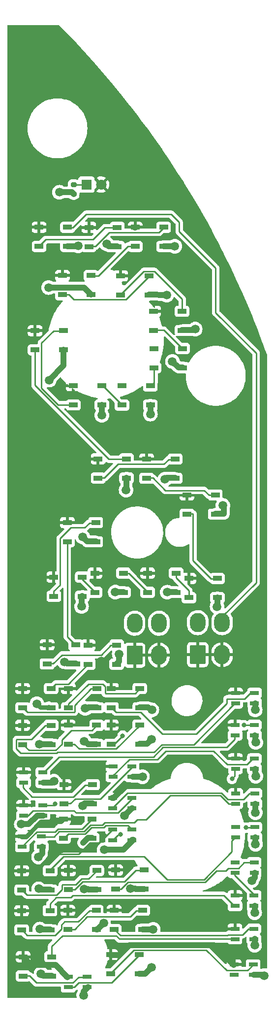
<source format=gbr>
%TF.GenerationSoftware,KiCad,Pcbnew,(6.0.9)*%
%TF.CreationDate,2023-04-01T15:42:22-08:00*%
%TF.ProjectId,SPIN RCV PANEL,5350494e-2052-4435-9620-50414e454c2e,3*%
%TF.SameCoordinates,Original*%
%TF.FileFunction,Copper,L1,Top*%
%TF.FilePolarity,Positive*%
%FSLAX46Y46*%
G04 Gerber Fmt 4.6, Leading zero omitted, Abs format (unit mm)*
G04 Created by KiCad (PCBNEW (6.0.9)) date 2023-04-01 15:42:22*
%MOMM*%
%LPD*%
G01*
G04 APERTURE LIST*
G04 Aperture macros list*
%AMRoundRect*
0 Rectangle with rounded corners*
0 $1 Rounding radius*
0 $2 $3 $4 $5 $6 $7 $8 $9 X,Y pos of 4 corners*
0 Add a 4 corners polygon primitive as box body*
4,1,4,$2,$3,$4,$5,$6,$7,$8,$9,$2,$3,0*
0 Add four circle primitives for the rounded corners*
1,1,$1+$1,$2,$3*
1,1,$1+$1,$4,$5*
1,1,$1+$1,$6,$7*
1,1,$1+$1,$8,$9*
0 Add four rect primitives between the rounded corners*
20,1,$1+$1,$2,$3,$4,$5,0*
20,1,$1+$1,$4,$5,$6,$7,0*
20,1,$1+$1,$6,$7,$8,$9,0*
20,1,$1+$1,$8,$9,$2,$3,0*%
G04 Aperture macros list end*
%TA.AperFunction,SMDPad,CuDef*%
%ADD10R,1.500000X0.900000*%
%TD*%
%TA.AperFunction,SMDPad,CuDef*%
%ADD11R,1.500000X0.800000*%
%TD*%
%TA.AperFunction,SMDPad,CuDef*%
%ADD12RoundRect,0.200000X-0.275000X0.200000X-0.275000X-0.200000X0.275000X-0.200000X0.275000X0.200000X0*%
%TD*%
%TA.AperFunction,ComponentPad*%
%ADD13R,1.800000X1.800000*%
%TD*%
%TA.AperFunction,ComponentPad*%
%ADD14C,1.800000*%
%TD*%
%TA.AperFunction,ComponentPad*%
%ADD15RoundRect,0.250001X-1.099999X-1.399999X1.099999X-1.399999X1.099999X1.399999X-1.099999X1.399999X0*%
%TD*%
%TA.AperFunction,ComponentPad*%
%ADD16O,2.700000X3.300000*%
%TD*%
%TA.AperFunction,ViaPad*%
%ADD17C,1.500000*%
%TD*%
%TA.AperFunction,ViaPad*%
%ADD18C,0.800000*%
%TD*%
%TA.AperFunction,Conductor*%
%ADD19C,1.000000*%
%TD*%
%TA.AperFunction,Conductor*%
%ADD20C,0.750000*%
%TD*%
%TA.AperFunction,Conductor*%
%ADD21C,0.250000*%
%TD*%
G04 APERTURE END LIST*
D10*
%TO.P,D2,1*%
%TO.N,/LED+5V*%
X105323537Y-56331968D03*
%TO.P,D2,2*%
%TO.N,Net-(D2-Pad2)*%
X105323537Y-59631968D03*
%TO.P,D2,3*%
%TO.N,/LEDGND*%
X110223537Y-59631968D03*
%TO.P,D2,4*%
%TO.N,/DATAIN*%
X110223537Y-56331968D03*
%TD*%
%TO.P,D3,1*%
%TO.N,/LED+5V*%
X113883537Y-56357768D03*
%TO.P,D3,2*%
%TO.N,Net-(D3-Pad2)*%
X113883537Y-59657768D03*
%TO.P,D3,3*%
%TO.N,/LEDGND*%
X118783537Y-59657768D03*
%TO.P,D3,4*%
%TO.N,Net-(D2-Pad2)*%
X118783537Y-56357768D03*
%TD*%
%TO.P,D4,1*%
%TO.N,/LED+5V*%
X121861537Y-56332368D03*
%TO.P,D4,2*%
%TO.N,Net-(D4-Pad2)*%
X121861537Y-59632368D03*
%TO.P,D4,3*%
%TO.N,/LEDGND*%
X126761537Y-59632368D03*
%TO.P,D4,4*%
%TO.N,Net-(D3-Pad2)*%
X126761537Y-56332368D03*
%TD*%
%TO.P,D5,1*%
%TO.N,/LED+5V*%
X109338537Y-64637768D03*
%TO.P,D5,2*%
%TO.N,Net-(D5-Pad2)*%
X109338537Y-67937768D03*
%TO.P,D5,3*%
%TO.N,/LEDGND*%
X114238537Y-67937768D03*
%TO.P,D5,4*%
%TO.N,Net-(D4-Pad2)*%
X114238537Y-64637768D03*
%TD*%
%TO.P,D6,1*%
%TO.N,/LED+5V*%
X119371537Y-64688968D03*
%TO.P,D6,2*%
%TO.N,Net-(D6-Pad2)*%
X119371537Y-67988968D03*
%TO.P,D6,3*%
%TO.N,/LEDGND*%
X124271537Y-67988968D03*
%TO.P,D6,4*%
%TO.N,Net-(D5-Pad2)*%
X124271537Y-64688968D03*
%TD*%
%TO.P,D7,1*%
%TO.N,/LED+5V*%
X125047537Y-70784768D03*
%TO.P,D7,2*%
%TO.N,Net-(D7-Pad2)*%
X125047537Y-74084768D03*
%TO.P,D7,3*%
%TO.N,/LEDGND*%
X129947537Y-74084768D03*
%TO.P,D7,4*%
%TO.N,Net-(D6-Pad2)*%
X129947537Y-70784768D03*
%TD*%
%TO.P,D8,1*%
%TO.N,/LED+5V*%
X125110537Y-77185768D03*
%TO.P,D8,2*%
%TO.N,Net-(D8-Pad2)*%
X125110537Y-80485768D03*
%TO.P,D8,3*%
%TO.N,/LEDGND*%
X130010537Y-80485768D03*
%TO.P,D8,4*%
%TO.N,Net-(D7-Pad2)*%
X130010537Y-77185768D03*
%TD*%
%TO.P,D9,1*%
%TO.N,/LED+5V*%
X119575537Y-83611968D03*
%TO.P,D9,2*%
%TO.N,Net-(D10-Pad4)*%
X119575537Y-86911968D03*
%TO.P,D9,3*%
%TO.N,/LEDGND*%
X124475537Y-86911968D03*
%TO.P,D9,4*%
%TO.N,Net-(D8-Pad2)*%
X124475537Y-83611968D03*
%TD*%
%TO.P,D10,1*%
%TO.N,/LED+5V*%
X111216537Y-83586168D03*
%TO.P,D10,2*%
%TO.N,Net-(D10-Pad2)*%
X111216537Y-86886168D03*
%TO.P,D10,3*%
%TO.N,/LEDGND*%
X116116537Y-86886168D03*
%TO.P,D10,4*%
%TO.N,Net-(D10-Pad4)*%
X116116537Y-83586168D03*
%TD*%
%TO.P,D11,1*%
%TO.N,/LED+5V*%
X104639537Y-74111968D03*
%TO.P,D11,2*%
%TO.N,Net-(D11-Pad2)*%
X104639537Y-77411968D03*
%TO.P,D11,3*%
%TO.N,/LEDGND*%
X109539537Y-77411968D03*
%TO.P,D11,4*%
%TO.N,Net-(D10-Pad2)*%
X109539537Y-74111968D03*
%TD*%
%TO.P,D12,1*%
%TO.N,/LED+5V*%
X115485537Y-96159168D03*
%TO.P,D12,2*%
%TO.N,Net-(D12-Pad2)*%
X115485537Y-99459168D03*
%TO.P,D12,3*%
%TO.N,/LEDGND*%
X120385537Y-99459168D03*
%TO.P,D12,4*%
%TO.N,Net-(D11-Pad2)*%
X120385537Y-96159168D03*
%TD*%
%TO.P,D13,1*%
%TO.N,/LED+5V*%
X123816537Y-96184568D03*
%TO.P,D13,2*%
%TO.N,Net-(D13-Pad2)*%
X123816537Y-99484568D03*
%TO.P,D13,3*%
%TO.N,/LEDGND*%
X128716537Y-99484568D03*
%TO.P,D13,4*%
%TO.N,Net-(D12-Pad2)*%
X128716537Y-96184568D03*
%TD*%
%TO.P,D14,1*%
%TO.N,/LED+5V*%
X130751537Y-102356768D03*
%TO.P,D14,2*%
%TO.N,Net-(D14-Pad2)*%
X130751537Y-105656768D03*
%TO.P,D14,3*%
%TO.N,/LEDGND*%
X135651537Y-105656768D03*
%TO.P,D14,4*%
%TO.N,Net-(D13-Pad2)*%
X135651537Y-102356768D03*
%TD*%
%TO.P,D15,1*%
%TO.N,/LED+5V*%
X131106537Y-116707768D03*
%TO.P,D15,2*%
%TO.N,Net-(D15-Pad2)*%
X131106537Y-120007768D03*
%TO.P,D15,3*%
%TO.N,/LEDGND*%
X136006537Y-120007768D03*
%TO.P,D15,4*%
%TO.N,Net-(D14-Pad2)*%
X136006537Y-116707768D03*
%TD*%
%TO.P,D16,1*%
%TO.N,/LED+5V*%
X124002537Y-115802168D03*
%TO.P,D16,2*%
%TO.N,Net-(D16-Pad2)*%
X124002537Y-119102168D03*
%TO.P,D16,3*%
%TO.N,/LEDGND*%
X128902537Y-119102168D03*
%TO.P,D16,4*%
%TO.N,Net-(D15-Pad2)*%
X128902537Y-115802168D03*
%TD*%
%TO.P,D17,1*%
%TO.N,/LED+5V*%
X114962537Y-115802168D03*
%TO.P,D17,2*%
%TO.N,Net-(D17-Pad2)*%
X114962537Y-119102168D03*
%TO.P,D17,3*%
%TO.N,/LEDGND*%
X119862537Y-119102168D03*
%TO.P,D17,4*%
%TO.N,Net-(D16-Pad2)*%
X119862537Y-115802168D03*
%TD*%
%TO.P,D18,1*%
%TO.N,/LED+5V*%
X107865537Y-116479168D03*
%TO.P,D18,2*%
%TO.N,Net-(D18-Pad2)*%
X107865537Y-119779168D03*
%TO.P,D18,3*%
%TO.N,/LEDGND*%
X112765537Y-119779168D03*
%TO.P,D18,4*%
%TO.N,Net-(D17-Pad2)*%
X112765537Y-116479168D03*
%TD*%
%TO.P,D19,1*%
%TO.N,/LED+5V*%
X110174537Y-107106568D03*
%TO.P,D19,2*%
%TO.N,Net-(D19-Pad2)*%
X110174537Y-110406568D03*
%TO.P,D19,3*%
%TO.N,/LEDGND*%
X115074537Y-110406568D03*
%TO.P,D19,4*%
%TO.N,Net-(D18-Pad2)*%
X115074537Y-107106568D03*
%TD*%
%TO.P,D20,1*%
%TO.N,/LED+5V*%
X106697537Y-128112168D03*
%TO.P,D20,2*%
%TO.N,Net-(D20-Pad2)*%
X106697537Y-131412168D03*
%TO.P,D20,3*%
%TO.N,/LEDGND*%
X111597537Y-131412168D03*
%TO.P,D20,4*%
%TO.N,Net-(D19-Pad2)*%
X111597537Y-128112168D03*
%TD*%
%TO.P,D21,1*%
%TO.N,/LED+5V*%
X113783537Y-128163168D03*
%TO.P,D21,2*%
%TO.N,Net-(D21-Pad2)*%
X113783537Y-131463168D03*
%TO.P,D21,3*%
%TO.N,/LEDGND*%
X118683537Y-131463168D03*
%TO.P,D21,4*%
%TO.N,Net-(D20-Pad2)*%
X118683537Y-128163168D03*
%TD*%
%TO.P,D22,1*%
%TO.N,/LED+5V*%
X102480537Y-135631168D03*
%TO.P,D22,2*%
%TO.N,Net-(D22-Pad2)*%
X102480537Y-138931168D03*
%TO.P,D22,3*%
%TO.N,/LEDGND*%
X107380537Y-138931168D03*
%TO.P,D22,4*%
%TO.N,Net-(D21-Pad2)*%
X107380537Y-135631168D03*
%TD*%
%TO.P,D23,1*%
%TO.N,/LED+5V*%
X110366537Y-135631168D03*
%TO.P,D23,2*%
%TO.N,Net-(D23-Pad2)*%
X110366537Y-138931168D03*
%TO.P,D23,3*%
%TO.N,/LEDGND*%
X115266537Y-138931168D03*
%TO.P,D23,4*%
%TO.N,Net-(D22-Pad2)*%
X115266537Y-135631168D03*
%TD*%
%TO.P,D24,1*%
%TO.N,/LED+5V*%
X117771537Y-135631168D03*
%TO.P,D24,2*%
%TO.N,Net-(D24-Pad2)*%
X117771537Y-138931168D03*
%TO.P,D24,3*%
%TO.N,/LEDGND*%
X122671537Y-138931168D03*
%TO.P,D24,4*%
%TO.N,Net-(D23-Pad2)*%
X122671537Y-135631168D03*
%TD*%
D11*
%TO.P,D25,1*%
%TO.N,/LED+5V*%
X139132537Y-136387168D03*
%TO.P,D25,2*%
%TO.N,Net-(D25-Pad2)*%
X139132537Y-138167168D03*
%TO.P,D25,3*%
%TO.N,/LEDGND*%
X142412537Y-138167168D03*
%TO.P,D25,4*%
%TO.N,Net-(D24-Pad2)*%
X142412537Y-136387168D03*
%TD*%
D10*
%TO.P,D26,1*%
%TO.N,/LED+5V*%
X102506537Y-141955168D03*
%TO.P,D26,2*%
%TO.N,Net-(D26-Pad2)*%
X102506537Y-145255168D03*
%TO.P,D26,3*%
%TO.N,/LEDGND*%
X107406537Y-145255168D03*
%TO.P,D26,4*%
%TO.N,Net-(D25-Pad2)*%
X107406537Y-141955168D03*
%TD*%
%TO.P,D27,1*%
%TO.N,/LED+5V*%
X110329537Y-141930168D03*
%TO.P,D27,2*%
%TO.N,Net-(D27-Pad2)*%
X110329537Y-145230168D03*
%TO.P,D27,3*%
%TO.N,/LEDGND*%
X115229537Y-145230168D03*
%TO.P,D27,4*%
%TO.N,Net-(D26-Pad2)*%
X115229537Y-141930168D03*
%TD*%
%TO.P,D28,1*%
%TO.N,/LED+5V*%
X117746537Y-141905168D03*
%TO.P,D28,2*%
%TO.N,Net-(D28-Pad2)*%
X117746537Y-145205168D03*
%TO.P,D28,3*%
%TO.N,/LEDGND*%
X122646537Y-145205168D03*
%TO.P,D28,4*%
%TO.N,Net-(D27-Pad2)*%
X122646537Y-141905168D03*
%TD*%
D11*
%TO.P,D29,1*%
%TO.N,/LED+5V*%
X139088537Y-141889168D03*
%TO.P,D29,2*%
%TO.N,Net-(D29-Pad2)*%
X139088537Y-143669168D03*
%TO.P,D29,3*%
%TO.N,/LEDGND*%
X142368537Y-143669168D03*
%TO.P,D29,4*%
%TO.N,Net-(D28-Pad2)*%
X142368537Y-141889168D03*
%TD*%
%TO.P,D30,1*%
%TO.N,/LED+5V*%
X102670537Y-150067168D03*
%TO.P,D30,2*%
%TO.N,Net-(D30-Pad2)*%
X102670537Y-151847168D03*
%TO.P,D30,3*%
%TO.N,/LEDGND*%
X105950537Y-151847168D03*
%TO.P,D30,4*%
%TO.N,Net-(D29-Pad2)*%
X105950537Y-150067168D03*
%TD*%
D10*
%TO.P,D31,1*%
%TO.N,/LED+5V*%
X109622537Y-152152168D03*
%TO.P,D31,2*%
%TO.N,Net-(D31-Pad2)*%
X109622537Y-155452168D03*
%TO.P,D31,3*%
%TO.N,/LEDGND*%
X114522537Y-155452168D03*
%TO.P,D31,4*%
%TO.N,Net-(D30-Pad2)*%
X114522537Y-152152168D03*
%TD*%
D11*
%TO.P,D32,1*%
%TO.N,/LED+5V*%
X118037537Y-149026168D03*
%TO.P,D32,2*%
%TO.N,Net-(D32-Pad2)*%
X118037537Y-150806168D03*
%TO.P,D32,3*%
%TO.N,/LEDGND*%
X121317537Y-150806168D03*
%TO.P,D32,4*%
%TO.N,Net-(D31-Pad2)*%
X121317537Y-149026168D03*
%TD*%
%TO.P,D33,1*%
%TO.N,/LED+5V*%
X139119537Y-147680168D03*
%TO.P,D33,2*%
%TO.N,Net-(D33-Pad2)*%
X139119537Y-149460168D03*
%TO.P,D33,3*%
%TO.N,/LEDGND*%
X142399537Y-149460168D03*
%TO.P,D33,4*%
%TO.N,Net-(D32-Pad2)*%
X142399537Y-147680168D03*
%TD*%
%TO.P,D34,1*%
%TO.N,/LED+5V*%
X102655537Y-155695168D03*
%TO.P,D34,2*%
%TO.N,Net-(D34-Pad2)*%
X102655537Y-157475168D03*
%TO.P,D34,3*%
%TO.N,/LEDGND*%
X105935537Y-157475168D03*
%TO.P,D34,4*%
%TO.N,Net-(D33-Pad2)*%
X105935537Y-155695168D03*
%TD*%
%TO.P,D35,1*%
%TO.N,/LED+5V*%
X118011537Y-154462168D03*
%TO.P,D35,2*%
%TO.N,Net-(D35-Pad2)*%
X118011537Y-156242168D03*
%TO.P,D35,3*%
%TO.N,/LEDGND*%
X121291537Y-156242168D03*
%TO.P,D35,4*%
%TO.N,Net-(D34-Pad2)*%
X121291537Y-154462168D03*
%TD*%
%TO.P,D36,1*%
%TO.N,/LED+5V*%
X139169537Y-153649168D03*
%TO.P,D36,2*%
%TO.N,Net-(D36-Pad2)*%
X139169537Y-155429168D03*
%TO.P,D36,3*%
%TO.N,/LEDGND*%
X142449537Y-155429168D03*
%TO.P,D36,4*%
%TO.N,Net-(D35-Pad2)*%
X142449537Y-153649168D03*
%TD*%
%TO.P,D37,1*%
%TO.N,/LED+5V*%
X102450537Y-161079168D03*
%TO.P,D37,2*%
%TO.N,Net-(D37-Pad2)*%
X102450537Y-162859168D03*
%TO.P,D37,3*%
%TO.N,/LEDGND*%
X105730537Y-162859168D03*
%TO.P,D37,4*%
%TO.N,Net-(D36-Pad2)*%
X105730537Y-161079168D03*
%TD*%
D12*
%TO.P,R1,1*%
%TO.N,Net-(D1-Pad1)*%
X111267537Y-49003768D03*
%TO.P,R1,2*%
%TO.N,/LEDGND*%
X111267537Y-50653768D03*
%TD*%
D10*
%TO.P,D38,1*%
%TO.N,/LED+5V*%
X109522537Y-158052168D03*
%TO.P,D38,2*%
%TO.N,Net-(D38-Pad2)*%
X109522537Y-161352168D03*
%TO.P,D38,3*%
%TO.N,/LEDGND*%
X114422537Y-161352168D03*
%TO.P,D38,4*%
%TO.N,Net-(D37-Pad2)*%
X114422537Y-158052168D03*
%TD*%
D11*
%TO.P,D39,1*%
%TO.N,/LED+5V*%
X117986537Y-159897168D03*
%TO.P,D39,2*%
%TO.N,Net-(D39-Pad2)*%
X117986537Y-161677168D03*
%TO.P,D39,3*%
%TO.N,/LEDGND*%
X121266537Y-161677168D03*
%TO.P,D39,4*%
%TO.N,Net-(D38-Pad2)*%
X121266537Y-159897168D03*
%TD*%
%TO.P,D40,1*%
%TO.N,/LED+5V*%
X139192537Y-159454168D03*
%TO.P,D40,2*%
%TO.N,Net-(D40-Pad2)*%
X139192537Y-161234168D03*
%TO.P,D40,3*%
%TO.N,/LEDGND*%
X142472537Y-161234168D03*
%TO.P,D40,4*%
%TO.N,Net-(D39-Pad2)*%
X142472537Y-159454168D03*
%TD*%
D10*
%TO.P,D41,1*%
%TO.N,/LED+5V*%
X102353537Y-166974168D03*
%TO.P,D41,2*%
%TO.N,Net-(D41-Pad2)*%
X102353537Y-170274168D03*
%TO.P,D41,3*%
%TO.N,/LEDGND*%
X107253537Y-170274168D03*
%TO.P,D41,4*%
%TO.N,Net-(D40-Pad2)*%
X107253537Y-166974168D03*
%TD*%
%TO.P,D42,1*%
%TO.N,/LED+5V*%
X110352537Y-166923168D03*
%TO.P,D42,2*%
%TO.N,Net-(D42-Pad2)*%
X110352537Y-170223168D03*
%TO.P,D42,3*%
%TO.N,/LEDGND*%
X115252537Y-170223168D03*
%TO.P,D42,4*%
%TO.N,Net-(D41-Pad2)*%
X115252537Y-166923168D03*
%TD*%
%TO.P,D43,1*%
%TO.N,/LED+5V*%
X118519537Y-166822168D03*
%TO.P,D43,2*%
%TO.N,Net-(D43-Pad2)*%
X118519537Y-170122168D03*
%TO.P,D43,3*%
%TO.N,/LEDGND*%
X123419537Y-170122168D03*
%TO.P,D43,4*%
%TO.N,Net-(D42-Pad2)*%
X123419537Y-166822168D03*
%TD*%
D11*
%TO.P,D44,1*%
%TO.N,/LED+5V*%
X139054537Y-165524168D03*
%TO.P,D44,2*%
%TO.N,Net-(D44-Pad2)*%
X139054537Y-167304168D03*
%TO.P,D44,3*%
%TO.N,/LEDGND*%
X142334537Y-167304168D03*
%TO.P,D44,4*%
%TO.N,Net-(D43-Pad2)*%
X142334537Y-165524168D03*
%TD*%
%TO.P,D45,1*%
%TO.N,/LED+5V*%
X139040537Y-171214168D03*
%TO.P,D45,2*%
%TO.N,Net-(D45-Pad2)*%
X139040537Y-172994168D03*
%TO.P,D45,3*%
%TO.N,/LEDGND*%
X142320537Y-172994168D03*
%TO.P,D45,4*%
%TO.N,Net-(D44-Pad2)*%
X142320537Y-171214168D03*
%TD*%
D10*
%TO.P,D46,1*%
%TO.N,/LED+5V*%
X102300537Y-173833168D03*
%TO.P,D46,2*%
%TO.N,Net-(D46-Pad2)*%
X102300537Y-177133168D03*
%TO.P,D46,3*%
%TO.N,/LEDGND*%
X107200537Y-177133168D03*
%TO.P,D46,4*%
%TO.N,Net-(D45-Pad2)*%
X107200537Y-173833168D03*
%TD*%
%TO.P,D47,1*%
%TO.N,/LED+5V*%
X110253537Y-173756168D03*
%TO.P,D47,2*%
%TO.N,Net-(D47-Pad2)*%
X110253537Y-177056168D03*
%TO.P,D47,3*%
%TO.N,/LEDGND*%
X115153537Y-177056168D03*
%TO.P,D47,4*%
%TO.N,Net-(D46-Pad2)*%
X115153537Y-173756168D03*
%TD*%
%TO.P,D48,1*%
%TO.N,/LED+5V*%
X118254537Y-173756168D03*
%TO.P,D48,2*%
%TO.N,Net-(D48-Pad2)*%
X118254537Y-177056168D03*
%TO.P,D48,3*%
%TO.N,/LEDGND*%
X123154537Y-177056168D03*
%TO.P,D48,4*%
%TO.N,Net-(D47-Pad2)*%
X123154537Y-173756168D03*
%TD*%
D11*
%TO.P,D49,1*%
%TO.N,/LED+5V*%
X139028537Y-176929168D03*
%TO.P,D49,2*%
%TO.N,Net-(D49-Pad2)*%
X139028537Y-178709168D03*
%TO.P,D49,3*%
%TO.N,/LEDGND*%
X142308537Y-178709168D03*
%TO.P,D49,4*%
%TO.N,Net-(D48-Pad2)*%
X142308537Y-176929168D03*
%TD*%
D10*
%TO.P,D50,1*%
%TO.N,/LED+5V*%
X102580537Y-181757168D03*
%TO.P,D50,2*%
%TO.N,Net-(D50-Pad2)*%
X102580537Y-185057168D03*
%TO.P,D50,3*%
%TO.N,/LEDGND*%
X107480537Y-185057168D03*
%TO.P,D50,4*%
%TO.N,Net-(D49-Pad2)*%
X107480537Y-181757168D03*
%TD*%
D11*
%TO.P,D51,1*%
%TO.N,/LED+5V*%
X110326537Y-185209168D03*
%TO.P,D51,2*%
%TO.N,Net-(D51-Pad2)*%
X110326537Y-186989168D03*
%TO.P,D51,3*%
%TO.N,/LEDGND*%
X113606537Y-186989168D03*
%TO.P,D51,4*%
%TO.N,Net-(D50-Pad2)*%
X113606537Y-185209168D03*
%TD*%
D10*
%TO.P,D52,1*%
%TO.N,/LED+5V*%
X117619537Y-181376168D03*
%TO.P,D52,2*%
%TO.N,Net-(D52-Pad2)*%
X117619537Y-184676168D03*
%TO.P,D52,3*%
%TO.N,/LEDGND*%
X122519537Y-184676168D03*
%TO.P,D52,4*%
%TO.N,Net-(D51-Pad2)*%
X122519537Y-181376168D03*
%TD*%
D11*
%TO.P,D53,1*%
%TO.N,/LED+5V*%
X138890537Y-183087168D03*
%TO.P,D53,2*%
%TO.N,Net-(D53-Pad2)*%
X138890537Y-184867168D03*
%TO.P,D53,3*%
%TO.N,/LEDGND*%
X142170537Y-184867168D03*
%TO.P,D53,4*%
%TO.N,Net-(D52-Pad2)*%
X142170537Y-183087168D03*
%TD*%
D13*
%TO.P,D1,1*%
%TO.N,Net-(D1-Pad1)*%
X113476537Y-49002168D03*
D14*
%TO.P,D1,2*%
%TO.N,/LED+5V*%
X116016537Y-49002168D03*
%TD*%
D15*
%TO.P,J1,1*%
%TO.N,/LED+5V*%
X132622537Y-129802168D03*
D16*
%TO.P,J1,2*%
X136822537Y-129802168D03*
%TO.P,J1,3*%
%TO.N,/LEDGND*%
X132622537Y-124302168D03*
%TO.P,J1,4*%
%TO.N,/DATAIN*%
X136822537Y-124302168D03*
%TD*%
D15*
%TO.P,J2,1*%
%TO.N,/LED+5V*%
X121757537Y-129902168D03*
D16*
%TO.P,J2,2*%
X125957537Y-129902168D03*
%TO.P,J2,3*%
%TO.N,/LEDGND*%
X121757537Y-124402168D03*
%TO.P,J2,4*%
%TO.N,/DATAOUT*%
X125957537Y-124402168D03*
%TD*%
D17*
%TO.N,/LEDGND*%
X142622537Y-144902168D03*
X124650037Y-183547968D03*
X113098737Y-144664668D03*
X124967537Y-177003768D03*
X142522537Y-139302168D03*
X144067037Y-184967068D03*
X112637037Y-121523268D03*
X128272537Y-79402168D03*
X118442537Y-119052168D03*
X135966737Y-121554968D03*
X141922537Y-168652168D03*
X124472537Y-88452168D03*
X123111537Y-150791168D03*
X136956037Y-104166868D03*
X105426937Y-176988268D03*
D18*
X112922537Y-162133906D03*
D17*
X116122537Y-88652168D03*
X128684337Y-59605068D03*
X119997537Y-157527168D03*
X106972537Y-66702168D03*
X126998537Y-99621668D03*
X112053537Y-59519368D03*
X107072537Y-82602168D03*
X120290437Y-101508168D03*
X142418537Y-179748168D03*
X112790037Y-155777168D03*
X108810337Y-50332568D03*
X127272537Y-68002168D03*
X107884737Y-151573268D03*
X105384237Y-145183968D03*
X121028537Y-169979268D03*
X142582537Y-162392168D03*
X105668337Y-184631068D03*
X113008637Y-188357168D03*
X119121037Y-129683368D03*
X112849737Y-109584968D03*
X105249337Y-170055268D03*
X142622537Y-150702168D03*
X132190737Y-73841168D03*
X113049037Y-170124368D03*
X113259937Y-139046968D03*
X116984137Y-59218968D03*
X142422537Y-174152168D03*
X109690937Y-131033768D03*
X124713537Y-144366968D03*
X124726037Y-139316468D03*
X116422537Y-175952168D03*
X142559537Y-156965168D03*
X104942537Y-138246168D03*
X105243937Y-164592868D03*
X116522537Y-163352168D03*
X127382537Y-119072168D03*
X102272537Y-158952168D03*
%TO.N,/LED+5V*%
X116008537Y-130924968D03*
D18*
%TO.N,Net-(D28-Pad2)*%
X140557937Y-141943568D03*
X119708137Y-143744768D03*
%TO.N,Net-(D33-Pad2)*%
X138522537Y-151152168D03*
X108122537Y-155452168D03*
%TO.N,Net-(D39-Pad2)*%
X119372537Y-160702168D03*
X140922537Y-159552168D03*
%TD*%
D19*
%TO.N,/LEDGND*%
X142559537Y-156965168D02*
X142559537Y-156965168D01*
X142622537Y-150702168D02*
X142509537Y-150589168D01*
X142622537Y-144902168D02*
X142478537Y-144758168D01*
X142522537Y-139302168D02*
X142522537Y-139302168D01*
X102272537Y-158952168D02*
X102272537Y-158952168D01*
X112922537Y-162133906D02*
X112922537Y-162133906D01*
X141922537Y-168652168D02*
X141922537Y-168652168D01*
X142422537Y-174152168D02*
X142430537Y-174144168D01*
X142418537Y-179748168D02*
X142418537Y-179748168D01*
X142582537Y-162392168D02*
X142582537Y-162492168D01*
X123111537Y-150791168D02*
X123111537Y-150791168D01*
X116122537Y-88652168D02*
X116116537Y-88646168D01*
X124472537Y-88452168D02*
X124475537Y-88449168D01*
X116522537Y-163352168D02*
X116522537Y-163352168D01*
X119997537Y-157527168D02*
X119872537Y-157652168D01*
X127272537Y-68002168D02*
X127209337Y-67938968D01*
X107072537Y-82602168D02*
X107072537Y-82602168D01*
X106972537Y-66702168D02*
X106986938Y-66687767D01*
X128272537Y-79402168D02*
X128322537Y-79402168D01*
X116422537Y-175952168D02*
X116422537Y-175952168D01*
D20*
X104942537Y-138246168D02*
X104942537Y-138246168D01*
D19*
X118442537Y-119052168D02*
X118442537Y-119052168D01*
X127382537Y-119072168D02*
X127402537Y-119052168D01*
X113650437Y-139046968D02*
X113816237Y-138881168D01*
D20*
X107380537Y-138881168D02*
X107101537Y-138881168D01*
D19*
X142418537Y-178694168D02*
X142418537Y-179748168D01*
X143895737Y-184967068D02*
X143780837Y-184852168D01*
X113754275Y-161302168D02*
X112922537Y-162133906D01*
X115252537Y-170173168D02*
X113802237Y-170173168D01*
X142559537Y-155414168D02*
X142559537Y-156965168D01*
X113008637Y-188357168D02*
X113008637Y-187682068D01*
X113753437Y-170124368D02*
X113802237Y-170173168D01*
X119872537Y-163352168D02*
X116522537Y-163352168D01*
X109539537Y-80135168D02*
X107072537Y-82602168D01*
X114422537Y-161302168D02*
X113754275Y-161302168D01*
X142582537Y-161219168D02*
X142582537Y-162392168D01*
X142444537Y-168130168D02*
X141922537Y-168652168D01*
X142280537Y-184852168D02*
X143780837Y-184852168D01*
X105426937Y-176988268D02*
X105521837Y-177083168D01*
X122519537Y-184626168D02*
X123571837Y-184626168D01*
X130010537Y-80435768D02*
X129356137Y-80435768D01*
X105030539Y-157460168D02*
X103538539Y-158952168D01*
X108810337Y-50332568D02*
X110983837Y-50332568D01*
X113263737Y-144664668D02*
X113779237Y-145180168D01*
X116984137Y-59218968D02*
X117333237Y-59568068D01*
X124726037Y-139316468D02*
X124557137Y-139316468D01*
X107406537Y-145205168D02*
X105956237Y-145205168D01*
D20*
X105577537Y-138881168D02*
X104942537Y-138246168D01*
D19*
X105521837Y-177083168D02*
X107200537Y-177083168D01*
X135966737Y-121554968D02*
X136006537Y-121515168D01*
X105935037Y-145183968D02*
X105956237Y-145205168D01*
X111597537Y-131362168D02*
X110147237Y-131362168D01*
X128902537Y-119052168D02*
X127382537Y-119072168D01*
X142430537Y-172979168D02*
X142422537Y-174152168D01*
X115153537Y-177006168D02*
X115368537Y-177006168D01*
X105249337Y-170055268D02*
X105634337Y-170055268D01*
X121028537Y-169979268D02*
X121876337Y-169979268D01*
X121401537Y-156227168D02*
X121297537Y-156227168D01*
X119862537Y-119052168D02*
X118442537Y-119052168D01*
X116116537Y-86836168D02*
X116122537Y-88652168D01*
X106044437Y-185007168D02*
X105668337Y-184631068D01*
X121876337Y-169979268D02*
X121969237Y-170072168D01*
X112053537Y-59519368D02*
X111736437Y-59519368D01*
X128716537Y-99434568D02*
X127266237Y-99434568D01*
X142444537Y-167289168D02*
X142444537Y-168130168D01*
X105840537Y-163996268D02*
X105243937Y-164592868D01*
X144067037Y-184967068D02*
X143895737Y-184967068D01*
X112849737Y-109584968D02*
X112852637Y-109584968D01*
X105634337Y-170055268D02*
X105803237Y-170224168D01*
X110223537Y-59581968D02*
X111673837Y-59581968D01*
X113008637Y-187682068D02*
X113716537Y-186974168D01*
X124967537Y-177003768D02*
X124607237Y-177003768D01*
X124607237Y-177003768D02*
X124604837Y-177006168D01*
X110983837Y-50332568D02*
X111267537Y-50616268D01*
X121562537Y-161662168D02*
X119872537Y-163352168D01*
X113038536Y-66687767D02*
X107908136Y-66687767D01*
X120385537Y-99409168D02*
X120385537Y-101413068D01*
X124271537Y-67938968D02*
X127272537Y-68002168D01*
X106060537Y-151832168D02*
X107560837Y-151832168D01*
X137101837Y-104312668D02*
X137101837Y-105606768D01*
X106045537Y-157460168D02*
X105030539Y-157460168D01*
X113259937Y-139046968D02*
X113650437Y-139046968D01*
X107480537Y-185007168D02*
X106044437Y-185007168D01*
X103538539Y-158952168D02*
X102272537Y-158952168D01*
X121376537Y-161662168D02*
X121562537Y-161662168D01*
X115368537Y-177006168D02*
X116422537Y-175952168D01*
X123419537Y-170072168D02*
X121969237Y-170072168D01*
X118783537Y-59607768D02*
X117333237Y-59607768D01*
X119121037Y-129683368D02*
X119121037Y-130975668D01*
X135651537Y-105606768D02*
X137101837Y-105606768D01*
X109818837Y-131033768D02*
X110147237Y-131362168D01*
X126761537Y-59582368D02*
X128211837Y-59582368D01*
X129356137Y-80435768D02*
X128272537Y-79402168D01*
X136006537Y-121515168D02*
X136006537Y-119957768D01*
X111736437Y-59519368D02*
X111673837Y-59581968D01*
X112637037Y-119857668D02*
X112765537Y-119729168D01*
X107884737Y-151573268D02*
X107819737Y-151573268D01*
X123571837Y-184626168D02*
X124650037Y-183547968D01*
X123154537Y-177006168D02*
X124604837Y-177006168D01*
X128684337Y-59605068D02*
X128234537Y-59605068D01*
X128234537Y-59605068D02*
X128211837Y-59582368D01*
X107253537Y-170224168D02*
X105803237Y-170224168D01*
X117333237Y-59568068D02*
X117333237Y-59607768D01*
X124475537Y-86861968D02*
X124472537Y-88452168D01*
X119121037Y-130975668D02*
X118683537Y-131413168D01*
X105384237Y-145183968D02*
X105935037Y-145183968D01*
X127079137Y-99621668D02*
X127266237Y-99434568D01*
X142478537Y-143654168D02*
X142622537Y-144902168D01*
X121427537Y-150791168D02*
X123111537Y-150791168D01*
X112852637Y-109584968D02*
X113624237Y-110356568D01*
X114522537Y-155402168D02*
X113165037Y-155402168D01*
X112637037Y-121523268D02*
X112637037Y-119857668D01*
X107819737Y-151573268D02*
X107560837Y-151832168D01*
X115229537Y-145180168D02*
X113779237Y-145180168D01*
X124557137Y-139316468D02*
X124121837Y-138881168D01*
X115074537Y-110356568D02*
X113624237Y-110356568D01*
X122646537Y-145155168D02*
X123925337Y-145155168D01*
X113098737Y-144664668D02*
X113263737Y-144664668D01*
D20*
X107101537Y-138881168D02*
X106974537Y-138754168D01*
D19*
X136956037Y-104166868D02*
X137101837Y-104312668D01*
X105840537Y-162844168D02*
X105840537Y-163996268D01*
X142522537Y-138152168D02*
X142522537Y-139302168D01*
X142509537Y-149445168D02*
X142622537Y-150702168D01*
X114238537Y-67887768D02*
X113038536Y-66687767D01*
D20*
X107380537Y-138881168D02*
X105577537Y-138881168D01*
D19*
X113049037Y-170124368D02*
X113753437Y-170124368D01*
X131997137Y-74034768D02*
X132190737Y-73841168D01*
X109539537Y-77361968D02*
X109539537Y-80135168D01*
X121297537Y-156227168D02*
X119997537Y-157527168D01*
X113165037Y-155402168D02*
X112790037Y-155777168D01*
X115266537Y-138881168D02*
X113816237Y-138881168D01*
X122671537Y-138881168D02*
X124121837Y-138881168D01*
X109690937Y-131033768D02*
X109818837Y-131033768D01*
X126998537Y-99621668D02*
X127079137Y-99621668D01*
X123925337Y-145155168D02*
X124713537Y-144366968D01*
X120385537Y-101413068D02*
X120290437Y-101508168D01*
X129947537Y-74034768D02*
X131997137Y-74034768D01*
X107908136Y-66687767D02*
X106972537Y-66702168D01*
%TO.N,/LED+5V*%
X118175537Y-154477168D02*
X120182537Y-152470168D01*
X121861537Y-56382368D02*
X121792337Y-56382368D01*
D20*
X102340537Y-161094168D02*
X103100575Y-161094168D01*
D21*
X107375649Y-164052158D02*
X104403639Y-167024168D01*
X112171025Y-164052158D02*
X107375649Y-164052158D01*
D19*
X110216537Y-185224168D02*
X108173436Y-183181067D01*
D21*
X114096014Y-162127169D02*
X112171025Y-164052158D01*
D20*
X109089527Y-158535178D02*
X109522537Y-158102168D01*
D19*
X120838647Y-179736058D02*
X135414427Y-179736058D01*
X103954436Y-183181067D02*
X102580537Y-181807168D01*
X108173436Y-183181067D02*
X103954436Y-183181067D01*
X135414427Y-179736058D02*
X138780537Y-183102168D01*
X119148537Y-181426168D02*
X120838647Y-179736058D01*
D20*
X105659565Y-158535178D02*
X109089527Y-158535178D01*
D21*
X117876537Y-159912168D02*
X115661536Y-162127169D01*
D19*
X117901537Y-154477168D02*
X118175537Y-154477168D01*
D21*
X104403639Y-167024168D02*
X102353537Y-167024168D01*
D20*
X103100575Y-161094168D02*
X105659565Y-158535178D01*
D19*
X117619537Y-181426168D02*
X119148537Y-181426168D01*
D21*
X115661536Y-162127169D02*
X114096014Y-162127169D01*
%TO.N,Net-(D1-Pad1)*%
X111306637Y-49002168D02*
X111267537Y-49041268D01*
X113476537Y-49002168D02*
X111306637Y-49002168D01*
%TO.N,Net-(D2-Pad2)*%
X114630338Y-58444367D02*
X106461138Y-58444367D01*
X118783537Y-56407768D02*
X116666937Y-56407768D01*
X106461138Y-58444367D02*
X105323537Y-59581968D01*
X116666937Y-56407768D02*
X114630338Y-58444367D01*
%TO.N,/DATAIN*%
X142677338Y-117447367D02*
X142677338Y-77956969D01*
X110223537Y-56381968D02*
X111142737Y-56381968D01*
X136822537Y-123302168D02*
X142677338Y-117447367D01*
X135722537Y-71002168D02*
X135722537Y-63352168D01*
X136822537Y-124302168D02*
X136822537Y-123302168D01*
X135722537Y-63352168D02*
X129422537Y-57052168D01*
X111142737Y-56381968D02*
X113422537Y-54102168D01*
X142677338Y-77956969D02*
X135722537Y-71002168D01*
X128072537Y-54102168D02*
X113422537Y-54102168D01*
X129422537Y-57052168D02*
X129422537Y-55452168D01*
X129422537Y-55452168D02*
X128072537Y-54102168D01*
%TO.N,Net-(D3-Pad2)*%
X117379334Y-57232769D02*
X125911136Y-57232769D01*
X113883537Y-59607768D02*
X115004335Y-59607768D01*
X115004335Y-59607768D02*
X117379334Y-57232769D01*
X125911136Y-57232769D02*
X126761537Y-56382368D01*
%TO.N,Net-(D4-Pad2)*%
X120643939Y-59582368D02*
X121861537Y-59582368D01*
X114238537Y-64687768D02*
X115538539Y-64687768D01*
X115538539Y-64687768D02*
X120643939Y-59582368D01*
%TO.N,Net-(D5-Pad2)*%
X124271537Y-64738968D02*
X124271537Y-64776168D01*
X110413837Y-67887768D02*
X109338537Y-67887768D01*
X124271537Y-64776168D02*
X120283337Y-68764368D01*
X120283337Y-68764368D02*
X111290437Y-68764368D01*
X111290437Y-68764368D02*
X110413837Y-67887768D01*
%TO.N,Net-(D6-Pad2)*%
X119371537Y-67898368D02*
X119371537Y-67938968D01*
X129947537Y-70834768D02*
X129947537Y-68698468D01*
X123356337Y-63913568D02*
X119371537Y-67898368D01*
X125162637Y-63913568D02*
X123356337Y-63913568D01*
X129947537Y-68698468D02*
X125162637Y-63913568D01*
%TO.N,Net-(D7-Pad2)*%
X126809537Y-74034768D02*
X130010537Y-77235768D01*
X125047537Y-74034768D02*
X126809537Y-74034768D01*
%TO.N,Net-(D8-Pad2)*%
X125110537Y-80435768D02*
X125110537Y-83026968D01*
X125110537Y-83026968D02*
X124475537Y-83661968D01*
%TO.N,Net-(D10-Pad4)*%
X116349737Y-83636168D02*
X119575537Y-86861968D01*
X116116537Y-83636168D02*
X116349737Y-83636168D01*
%TO.N,Net-(D10-Pad2)*%
X105714538Y-83966757D02*
X105714538Y-76244169D01*
X108583949Y-86836168D02*
X105714538Y-83966757D01*
X111216537Y-86836168D02*
X108583949Y-86836168D01*
X105714538Y-76244169D02*
X107796739Y-74161968D01*
X107796739Y-74161968D02*
X109539537Y-74161968D01*
%TO.N,Net-(D11-Pad2)*%
X117565537Y-96209168D02*
X120385537Y-96209168D01*
X104639537Y-83528166D02*
X117320539Y-96209168D01*
X104639537Y-77361968D02*
X104639537Y-83528166D01*
X117320539Y-96209168D02*
X117565537Y-96209168D01*
%TO.N,Net-(D12-Pad2)*%
X118910137Y-97059868D02*
X126815937Y-97059868D01*
X126815937Y-97059868D02*
X127641237Y-96234568D01*
X116560837Y-99409168D02*
X118910137Y-97059868D01*
X115485537Y-99409168D02*
X116560837Y-99409168D01*
X128716537Y-96234568D02*
X127641237Y-96234568D01*
%TO.N,Net-(D14-Pad2)*%
X131826837Y-105606768D02*
X131826837Y-113653368D01*
X130751537Y-105606768D02*
X131826837Y-105606768D01*
X136006537Y-116757768D02*
X134931237Y-116757768D01*
X131826837Y-113653368D02*
X134931237Y-116757768D01*
%TO.N,Net-(D15-Pad2)*%
X128902537Y-116602168D02*
X131106537Y-118806168D01*
X128902537Y-115852168D02*
X128902537Y-116602168D01*
X131106537Y-118806168D02*
X131106537Y-119957768D01*
%TO.N,Net-(D16-Pad2)*%
X120802537Y-115852168D02*
X124002537Y-119052168D01*
X119862537Y-115852168D02*
X120802537Y-115852168D01*
%TO.N,Net-(D17-Pad2)*%
X112765537Y-116529168D02*
X112765537Y-116855168D01*
X112765537Y-116855168D02*
X114962537Y-119052168D01*
%TO.N,Net-(D18-Pad2)*%
X108940837Y-109850168D02*
X110809137Y-107981868D01*
X115074537Y-107156568D02*
X113999237Y-107156568D01*
X110809137Y-107981868D02*
X113173937Y-107981868D01*
X107865537Y-118895768D02*
X108940837Y-117820468D01*
X108940837Y-117820468D02*
X108940837Y-109850168D01*
X113173937Y-107981868D02*
X113999237Y-107156568D01*
X107865537Y-119729168D02*
X107865537Y-118895768D01*
%TO.N,Net-(D19-Pad2)*%
X110174537Y-126739168D02*
X111597537Y-128162168D01*
X110174537Y-110356568D02*
X110174537Y-126739168D01*
%TO.N,Net-(D20-Pad2)*%
X117683537Y-128213168D02*
X116046738Y-129849967D01*
X116046738Y-129849967D02*
X109285038Y-129849967D01*
X107772837Y-131362168D02*
X106697537Y-131362168D01*
X109285038Y-129849967D02*
X107772837Y-131362168D01*
X118683537Y-128213168D02*
X117683537Y-128213168D01*
%TO.N,Net-(D21-Pad2)*%
X110340538Y-134856167D02*
X113783537Y-131413168D01*
X107380537Y-135681168D02*
X108205538Y-134856167D01*
X108205538Y-134856167D02*
X110340538Y-134856167D01*
%TO.N,Net-(D22-Pad2)*%
X111376538Y-139706169D02*
X103305538Y-139706169D01*
X103305538Y-139706169D02*
X102480537Y-138881168D01*
X115266537Y-135681168D02*
X114266537Y-135681168D01*
X111441538Y-138506167D02*
X111441538Y-139641169D01*
X114266537Y-135681168D02*
X111441538Y-138506167D01*
X111441538Y-139641169D02*
X111376538Y-139706169D01*
%TO.N,Net-(D23-Pad2)*%
X113818538Y-134856167D02*
X116276538Y-134856167D01*
X110366537Y-138881168D02*
X110366537Y-138308168D01*
X121846536Y-136506169D02*
X122671537Y-135681168D01*
X116696536Y-136441169D02*
X116761536Y-136506169D01*
X116276538Y-134856167D02*
X116696536Y-135276165D01*
X116696536Y-135276165D02*
X116696536Y-136441169D01*
X110366537Y-138308168D02*
X113818538Y-134856167D01*
X116761536Y-136506169D02*
X121846536Y-136506169D01*
%TO.N,Net-(D24-Pad2)*%
X126522537Y-143452168D02*
X132422537Y-143452168D01*
X122776538Y-139706169D02*
X126522537Y-143452168D01*
X137672538Y-137402167D02*
X140672538Y-137402167D01*
X137672538Y-138202167D02*
X137672538Y-137402167D01*
X117771537Y-138881168D02*
X118596538Y-139706169D01*
X141672537Y-136402168D02*
X142522537Y-136402168D01*
X118596538Y-139706169D02*
X122776538Y-139706169D01*
X132422537Y-143452168D02*
X137672538Y-138202167D01*
X140672538Y-137402167D02*
X141672537Y-136402168D01*
%TO.N,Net-(D26-Pad2)*%
X103560338Y-146258969D02*
X108187738Y-146258969D01*
X110869534Y-142805169D02*
X114404536Y-142805169D01*
X109254536Y-145192171D02*
X109254536Y-144420167D01*
X109254536Y-144420167D02*
X110869534Y-142805169D01*
X108187738Y-146258969D02*
X109254536Y-145192171D01*
X102506537Y-145205168D02*
X103560338Y-146258969D01*
X114404536Y-142805169D02*
X115229537Y-141980168D01*
%TO.N,Net-(D27-Pad2)*%
X122646537Y-141955168D02*
X122646537Y-141972368D01*
X118613437Y-146005468D02*
X112230137Y-146005468D01*
X112230137Y-146005468D02*
X111404837Y-145180168D01*
X122646537Y-141972368D02*
X118613437Y-146005468D01*
X111404837Y-145180168D02*
X110329537Y-145180168D01*
%TO.N,Net-(D28-Pad2)*%
X141313837Y-141943568D02*
X141353237Y-141904168D01*
X142478537Y-141904168D02*
X141353237Y-141904168D01*
X117746537Y-145155168D02*
X118297737Y-145155168D01*
X118297737Y-145155168D02*
X119708137Y-143744768D01*
X140557937Y-141943568D02*
X141313837Y-141943568D01*
%TO.N,Net-(D29-Pad2)*%
X138978537Y-144329168D02*
X137605527Y-145702178D01*
X124987747Y-147373368D02*
X108769337Y-147373368D01*
X108769337Y-147373368D02*
X106060537Y-150082168D01*
X137605527Y-145702178D02*
X126658937Y-145702178D01*
X126658937Y-145702178D02*
X124987747Y-147373368D01*
X138978537Y-143654168D02*
X138978537Y-144329168D01*
%TO.N,Net-(D30-Pad2)*%
X104132537Y-154252168D02*
X111211427Y-154252168D01*
X102560537Y-151832168D02*
X102560537Y-152680168D01*
X113261427Y-152202168D02*
X114522537Y-152202168D01*
X111211427Y-154252168D02*
X113261427Y-152202168D01*
X102560537Y-152680168D02*
X104132537Y-154252168D01*
%TO.N,Net-(D31-Pad2)*%
X110697837Y-155402168D02*
X111523137Y-154576868D01*
X109622537Y-155402168D02*
X110697837Y-155402168D01*
X115891837Y-154576868D02*
X121427537Y-149041168D01*
X111523137Y-154576868D02*
X115891837Y-154576868D01*
%TO.N,Net-(D32-Pad2)*%
X142079537Y-147695168D02*
X141079538Y-148695167D01*
X117927537Y-150731166D02*
X120835325Y-147823378D01*
X117927537Y-150731166D02*
X117927537Y-150791168D01*
X142509537Y-147695168D02*
X142129537Y-147695168D01*
X120835325Y-147823378D02*
X125651327Y-147823378D01*
X142509537Y-147695168D02*
X142079537Y-147695168D01*
X135372537Y-146352168D02*
X137715536Y-148695167D01*
X141079538Y-148695167D02*
X137715536Y-148695167D01*
X127122537Y-146352168D02*
X135372537Y-146352168D01*
X125651327Y-147823378D02*
X127122537Y-146352168D01*
%TO.N,Net-(D33-Pad2)*%
X138522537Y-151152168D02*
X138522537Y-151152168D01*
X139009537Y-149445168D02*
X139009537Y-150665168D01*
X107864537Y-155710168D02*
X108122537Y-155452168D01*
X139009537Y-150665168D02*
X138522537Y-151152168D01*
X106045537Y-155710168D02*
X107864537Y-155710168D01*
%TO.N,Net-(D34-Pad2)*%
X104297337Y-156626968D02*
X111331837Y-156626968D01*
X111682437Y-156977568D02*
X118929737Y-156977568D01*
X102545537Y-157460168D02*
X103464137Y-157460168D01*
X103464137Y-157460168D02*
X104297337Y-156626968D01*
X118929737Y-156977568D02*
X121401537Y-154505768D01*
X121401537Y-154505768D02*
X121401537Y-154477168D01*
X111331837Y-156626968D02*
X111682437Y-156977568D01*
%TO.N,Net-(D35-Pad2)*%
X136721537Y-153565058D02*
X120563647Y-153565058D01*
X141509537Y-153664168D02*
X140509538Y-154664167D01*
X137820646Y-154664167D02*
X136721537Y-153565058D01*
X120563647Y-153565058D02*
X117901537Y-156227168D01*
X142559537Y-153664168D02*
X141509537Y-153664168D01*
X140509538Y-154664167D02*
X137820646Y-154664167D01*
%TO.N,Net-(D36-Pad2)*%
X108787535Y-160202168D02*
X113051125Y-160202168D01*
X121682526Y-158712157D02*
X122257513Y-158137170D01*
X137934237Y-155414168D02*
X139059537Y-155414168D01*
X123786135Y-158137170D02*
X127908237Y-154015068D01*
X116630136Y-158712157D02*
X121682526Y-158712157D01*
X127908237Y-154015068D02*
X136535137Y-154015068D01*
X105840537Y-161094168D02*
X107895535Y-161094168D01*
X113051125Y-160202168D02*
X114151125Y-159102168D01*
X122257513Y-158137170D02*
X123786135Y-158137170D01*
X107895535Y-161094168D02*
X108787535Y-160202168D01*
X116240125Y-159102168D02*
X116630136Y-158712157D01*
X136535137Y-154015068D02*
X137934237Y-155414168D01*
X114151125Y-159102168D02*
X116240125Y-159102168D01*
%TO.N,Net-(D38-Pad2)*%
X113237527Y-160652176D02*
X114337535Y-159552168D01*
X110372529Y-160652176D02*
X113237527Y-160652176D01*
X120626536Y-159162167D02*
X121376537Y-159912168D01*
X109522537Y-161302168D02*
X109722537Y-161302168D01*
X116816536Y-159162167D02*
X120626536Y-159162167D01*
X109722537Y-161302168D02*
X110372529Y-160652176D01*
X116426535Y-159552168D02*
X116816536Y-159162167D01*
X114337535Y-159552168D02*
X116426535Y-159552168D01*
%TO.N,Net-(D39-Pad2)*%
X119372537Y-160702168D02*
X119372537Y-160702168D01*
X140922537Y-159552168D02*
X141005537Y-159469168D01*
X119372537Y-160702168D02*
X119372537Y-160702168D01*
X119072537Y-160702168D02*
X119372537Y-160702168D01*
X142582537Y-159469168D02*
X140922537Y-159552168D01*
X117876537Y-161662168D02*
X118162237Y-161662168D01*
X117876537Y-161662168D02*
X118112537Y-161662168D01*
X118872537Y-160902168D02*
X119072537Y-160702168D01*
X118112537Y-161662168D02*
X118872537Y-160902168D01*
%TO.N,Net-(D40-Pad2)*%
X107253537Y-167024168D02*
X107253537Y-166771168D01*
X138518527Y-161783178D02*
X139082537Y-161219168D01*
X133718527Y-168452168D02*
X138518527Y-163652168D01*
X127372537Y-168452168D02*
X133718527Y-168452168D01*
X109522537Y-164502168D02*
X123422537Y-164502168D01*
X138518527Y-163652168D02*
X138518527Y-161783178D01*
X107253537Y-166771168D02*
X109522537Y-164502168D01*
X123422537Y-164502168D02*
X127372537Y-168452168D01*
%TO.N,Net-(D41-Pad2)*%
X108294436Y-171130269D02*
X109277536Y-170147169D01*
X103259638Y-171130269D02*
X108294436Y-171130269D01*
X109277536Y-169413167D02*
X109388535Y-169302168D01*
X111662427Y-169302168D02*
X112618237Y-168346358D01*
X102353537Y-170224168D02*
X103259638Y-171130269D01*
X113879347Y-168346358D02*
X115252537Y-166973168D01*
X109277536Y-170147169D02*
X109277536Y-169413167D01*
X109388535Y-169302168D02*
X111662427Y-169302168D01*
X112618237Y-168346358D02*
X113879347Y-168346358D01*
%TO.N,Net-(D42-Pad2)*%
X123419537Y-166872168D02*
X122344237Y-166872168D01*
X121978037Y-166872168D02*
X120053837Y-168796368D01*
X120053837Y-168796368D02*
X112804637Y-168796368D01*
X110352537Y-170173168D02*
X111427837Y-170173168D01*
X122344237Y-166872168D02*
X121978037Y-166872168D01*
X112804637Y-168796368D02*
X111427837Y-170173168D01*
%TO.N,Net-(D43-Pad2)*%
X140635537Y-165539168D02*
X139635538Y-166539167D01*
X137884536Y-166539167D02*
X137455335Y-166968368D01*
X137455335Y-166968368D02*
X135838737Y-166968368D01*
X133903137Y-168903968D02*
X135838737Y-166968368D01*
X119414937Y-170072168D02*
X120583137Y-168903968D01*
X120583137Y-168903968D02*
X133903137Y-168903968D01*
X118519537Y-170072168D02*
X119414937Y-170072168D01*
X139635538Y-166539167D02*
X137884536Y-166539167D01*
X142444537Y-165539168D02*
X140635537Y-165539168D01*
%TO.N,Net-(D44-Pad2)*%
X138944537Y-167743168D02*
X142430537Y-171229168D01*
X138944537Y-167289168D02*
X138944537Y-167743168D01*
%TO.N,Net-(D45-Pad2)*%
X138870535Y-172979168D02*
X138930537Y-172979168D01*
X110749427Y-171580279D02*
X111130337Y-171199369D01*
X137125336Y-171199369D02*
X137125336Y-171233969D01*
X107200537Y-173883168D02*
X107200537Y-172624168D01*
X111130337Y-171199369D02*
X137125336Y-171199369D01*
X107200537Y-172624168D02*
X108244426Y-171580279D01*
X137125336Y-171233969D02*
X138870535Y-172979168D01*
X108244426Y-171580279D02*
X110749427Y-171580279D01*
%TO.N,Net-(D46-Pad2)*%
X103280638Y-178063269D02*
X108055438Y-178063269D01*
X102300537Y-177083168D02*
X103280638Y-178063269D01*
X109178536Y-176246167D02*
X109694335Y-175730368D01*
X114007637Y-173806168D02*
X114078237Y-173806168D01*
X112083437Y-175730368D02*
X114007637Y-173806168D01*
X109178536Y-176940171D02*
X109178536Y-176246167D01*
X114078237Y-173806168D02*
X115153537Y-173806168D01*
X108055438Y-178063269D02*
X109178536Y-176940171D01*
X109694335Y-175730368D02*
X112083437Y-175730368D01*
%TO.N,Net-(D47-Pad2)*%
X123154537Y-173806168D02*
X122079237Y-173806168D01*
X110253537Y-177006168D02*
X111444537Y-177006168D01*
X121030537Y-174854868D02*
X122079237Y-173806168D01*
X113595837Y-174854868D02*
X121030537Y-174854868D01*
X111444537Y-177006168D02*
X113595837Y-174854868D01*
%TO.N,Net-(D48-Pad2)*%
X119327138Y-178078769D02*
X137723934Y-178078769D01*
X141330537Y-176944168D02*
X140330538Y-177944167D01*
X118254537Y-177006168D02*
X119327138Y-178078769D01*
X137858536Y-177944167D02*
X140330538Y-177944167D01*
X142418537Y-176944168D02*
X141330537Y-176944168D01*
X137723934Y-178078769D02*
X137858536Y-177944167D01*
%TO.N,Net-(D50-Pad2)*%
X111122537Y-186224167D02*
X104872836Y-186224167D01*
X112122536Y-185224168D02*
X111122537Y-186224167D01*
X104872836Y-186224167D02*
X103655837Y-185007168D01*
X103655837Y-185007168D02*
X102580537Y-185007168D01*
X113716537Y-185224168D02*
X112122536Y-185224168D01*
%TO.N,Net-(D51-Pad2)*%
X122519537Y-181426168D02*
X122519537Y-181451368D01*
X117822037Y-186148868D02*
X112167137Y-186148868D01*
X112167137Y-186148868D02*
X111341837Y-186974168D01*
X111341837Y-186974168D02*
X110216537Y-186974168D01*
X122519537Y-181451368D02*
X117822037Y-186148868D01*
%TO.N,Net-(D52-Pad2)*%
X134113637Y-180561068D02*
X121649137Y-180561068D01*
X137654736Y-184102167D02*
X134113637Y-180561068D01*
X142280537Y-183102168D02*
X142172537Y-183102168D01*
X121649137Y-180561068D02*
X117619537Y-184590668D01*
X141172538Y-184102167D02*
X137654736Y-184102167D01*
X142172537Y-183102168D02*
X141172538Y-184102167D01*
X117619537Y-184590668D02*
X117619537Y-184626168D01*
%TO.N,Net-(D13-Pad2)*%
X123816537Y-99434568D02*
X124891837Y-99434568D01*
X133750937Y-101581468D02*
X134576237Y-102406768D01*
X124891837Y-99434568D02*
X127038737Y-101581468D01*
X127038737Y-101581468D02*
X133750937Y-101581468D01*
X135651537Y-102406768D02*
X134576237Y-102406768D01*
%TO.N,Net-(D25-Pad2)*%
X101496536Y-144380167D02*
X104031538Y-144380167D01*
X131922537Y-145252168D02*
X126472537Y-145252168D01*
X125122537Y-146602168D02*
X108480949Y-146602168D01*
X108480949Y-146602168D02*
X108374139Y-146708978D01*
X139022537Y-138152168D02*
X131922537Y-145252168D01*
X104031538Y-144380167D02*
X106406537Y-142005168D01*
X101431536Y-144445167D02*
X101496536Y-144380167D01*
X106406537Y-142005168D02*
X107406537Y-142005168D01*
X102175345Y-146708978D02*
X101431536Y-145965169D01*
X126472537Y-145252168D02*
X125122537Y-146602168D01*
X101431536Y-145965169D02*
X101431536Y-144445167D01*
X108374139Y-146708978D02*
X102175345Y-146708978D01*
%TO.N,Net-(D37-Pad2)*%
X112772547Y-159752158D02*
X114422537Y-158102168D01*
X102340537Y-162844168D02*
X104932537Y-160252168D01*
X108101125Y-160252168D02*
X108601135Y-159752158D01*
X108601135Y-159752158D02*
X112772547Y-159752158D01*
X104932537Y-160252168D02*
X108101125Y-160252168D01*
%TO.N,Net-(D49-Pad2)*%
X119164537Y-178694168D02*
X138918537Y-178694168D01*
X107480537Y-179944168D02*
X109322537Y-178102168D01*
X107480537Y-181807168D02*
X107480537Y-179944168D01*
X109322537Y-178102168D02*
X118572537Y-178102168D01*
X118572537Y-178102168D02*
X119164537Y-178694168D01*
%TD*%
%TA.AperFunction,Conductor*%
%TO.N,/LED+5V*%
G36*
X108672219Y-21578606D02*
G01*
X108693615Y-21595932D01*
X110159331Y-23075615D01*
X110160689Y-23077007D01*
X111783314Y-24766466D01*
X111784650Y-24767879D01*
X113381005Y-26482181D01*
X113382319Y-26483615D01*
X114951967Y-28222286D01*
X114953259Y-28223739D01*
X116495913Y-29986461D01*
X116497183Y-29987934D01*
X118012511Y-31774332D01*
X118013757Y-31775825D01*
X119501243Y-33585287D01*
X119502467Y-33586799D01*
X120719646Y-35114928D01*
X120961885Y-35419052D01*
X120963085Y-35420582D01*
X122394075Y-37275173D01*
X122395251Y-37276722D01*
X122936568Y-38001127D01*
X123599866Y-38888769D01*
X123797424Y-39153147D01*
X123798551Y-39154681D01*
X125171642Y-41052588D01*
X125172725Y-41054110D01*
X126516343Y-42972961D01*
X126517446Y-42974562D01*
X127831267Y-44913892D01*
X127832345Y-44915511D01*
X129116039Y-46874828D01*
X129117092Y-46876462D01*
X130232499Y-48637629D01*
X130370431Y-48855417D01*
X130371436Y-48857031D01*
X131591276Y-50850509D01*
X131594115Y-50855149D01*
X131595092Y-50856775D01*
X132786774Y-52873506D01*
X132787691Y-52875085D01*
X133869754Y-54772573D01*
X133948135Y-54910021D01*
X133949067Y-54911686D01*
X135049229Y-56912041D01*
X135077913Y-56964196D01*
X135078819Y-56965873D01*
X135615768Y-57978895D01*
X136175851Y-59035562D01*
X136176749Y-59037287D01*
X136732816Y-60126685D01*
X137026196Y-60701449D01*
X137241742Y-61123729D01*
X137242606Y-61125456D01*
X138268093Y-63213474D01*
X138275212Y-63227970D01*
X138276049Y-63229706D01*
X139174354Y-65132437D01*
X139276107Y-65347963D01*
X139276924Y-65349728D01*
X140244186Y-67483203D01*
X140244975Y-67484981D01*
X141179149Y-69633031D01*
X141179911Y-69634820D01*
X142080854Y-71797109D01*
X142081588Y-71798910D01*
X142392125Y-72577861D01*
X142924096Y-73912253D01*
X142949041Y-73974826D01*
X142949738Y-73976614D01*
X143762188Y-76109693D01*
X143783513Y-76165682D01*
X143784186Y-76167491D01*
X144100869Y-77039154D01*
X144547586Y-78268731D01*
X144555160Y-78311756D01*
X144555160Y-183630758D01*
X144535158Y-183698879D01*
X144481502Y-183745372D01*
X144411228Y-183755476D01*
X144396549Y-183752465D01*
X144291721Y-183724376D01*
X144291714Y-183724375D01*
X144286408Y-183722953D01*
X144067037Y-183703761D01*
X143847666Y-183722953D01*
X143634961Y-183779948D01*
X143629981Y-183782270D01*
X143629976Y-183782272D01*
X143600640Y-183795952D01*
X143578915Y-183806083D01*
X143573813Y-183808462D01*
X143503622Y-183819123D01*
X143438809Y-183790143D01*
X143399952Y-183730724D01*
X143399389Y-183659729D01*
X143402581Y-183650038D01*
X143419508Y-183604886D01*
X143419510Y-183604880D01*
X143422282Y-183597484D01*
X143429037Y-183535302D01*
X143429037Y-182639034D01*
X143422282Y-182576852D01*
X143371152Y-182440463D01*
X143283798Y-182323907D01*
X143167242Y-182236553D01*
X143030853Y-182185423D01*
X142968671Y-182178668D01*
X141372403Y-182178668D01*
X141310221Y-182185423D01*
X141173832Y-182236553D01*
X141057276Y-182323907D01*
X140969922Y-182440463D01*
X140918792Y-182576852D01*
X140912037Y-182639034D01*
X140912037Y-183342667D01*
X140892035Y-183410788D01*
X140838379Y-183457281D01*
X140786037Y-183468667D01*
X140274537Y-183468667D01*
X140206416Y-183448665D01*
X140159923Y-183395009D01*
X140155795Y-183376033D01*
X140153641Y-183376666D01*
X140144062Y-183344044D01*
X140142672Y-183342839D01*
X140134989Y-183341168D01*
X138762537Y-183341168D01*
X138694416Y-183321166D01*
X138647923Y-183267510D01*
X138636537Y-183215168D01*
X138636537Y-182815053D01*
X139144537Y-182815053D01*
X139149012Y-182830292D01*
X139150402Y-182831497D01*
X139158085Y-182833168D01*
X140130421Y-182833168D01*
X140145660Y-182828693D01*
X140146865Y-182827303D01*
X140148536Y-182819620D01*
X140148536Y-182642499D01*
X140148166Y-182635678D01*
X140142642Y-182584816D01*
X140139016Y-182569564D01*
X140093861Y-182449114D01*
X140085323Y-182433519D01*
X140008822Y-182331444D01*
X139996261Y-182318883D01*
X139894186Y-182242382D01*
X139878591Y-182233844D01*
X139758143Y-182188690D01*
X139742888Y-182185063D01*
X139692023Y-182179537D01*
X139685209Y-182179168D01*
X139162652Y-182179168D01*
X139147413Y-182183643D01*
X139146208Y-182185033D01*
X139144537Y-182192716D01*
X139144537Y-182815053D01*
X138636537Y-182815053D01*
X138636537Y-182197284D01*
X138632062Y-182182045D01*
X138630672Y-182180840D01*
X138622989Y-182179169D01*
X138095868Y-182179169D01*
X138089047Y-182179539D01*
X138038185Y-182185063D01*
X138022933Y-182188689D01*
X137902483Y-182233844D01*
X137886888Y-182242382D01*
X137784813Y-182318883D01*
X137772252Y-182331444D01*
X137695751Y-182433519D01*
X137687213Y-182449114D01*
X137642059Y-182569562D01*
X137638432Y-182584817D01*
X137632906Y-182635682D01*
X137632537Y-182642496D01*
X137632537Y-182879873D01*
X137612535Y-182947994D01*
X137558879Y-182994487D01*
X137488605Y-183004591D01*
X137424025Y-182975097D01*
X137417442Y-182968968D01*
X134617289Y-180168815D01*
X134609749Y-180160529D01*
X134605637Y-180154050D01*
X134555985Y-180107424D01*
X134553144Y-180104670D01*
X134533407Y-180084933D01*
X134530210Y-180082453D01*
X134521188Y-180074748D01*
X134507759Y-180062137D01*
X134488958Y-180044482D01*
X134482012Y-180040663D01*
X134482009Y-180040661D01*
X134471203Y-180034720D01*
X134454684Y-180023869D01*
X134454220Y-180023509D01*
X134438678Y-180011454D01*
X134431409Y-180008309D01*
X134431405Y-180008306D01*
X134398100Y-179993894D01*
X134387450Y-179988677D01*
X134348697Y-179967373D01*
X134329074Y-179962335D01*
X134310371Y-179955931D01*
X134299057Y-179951035D01*
X134299056Y-179951035D01*
X134291782Y-179947887D01*
X134283959Y-179946648D01*
X134283949Y-179946645D01*
X134248113Y-179940969D01*
X134236493Y-179938563D01*
X134201348Y-179929540D01*
X134201347Y-179929540D01*
X134193667Y-179927568D01*
X134173413Y-179927568D01*
X134153702Y-179926017D01*
X134141523Y-179924088D01*
X134133694Y-179922848D01*
X134104423Y-179925615D01*
X134089676Y-179927009D01*
X134077818Y-179927568D01*
X121727904Y-179927568D01*
X121716721Y-179927041D01*
X121709228Y-179925366D01*
X121701302Y-179925615D01*
X121701301Y-179925615D01*
X121641138Y-179927506D01*
X121637180Y-179927568D01*
X121609281Y-179927568D01*
X121605291Y-179928072D01*
X121593457Y-179929004D01*
X121549248Y-179930394D01*
X121541634Y-179932606D01*
X121541629Y-179932607D01*
X121529796Y-179936045D01*
X121510433Y-179940056D01*
X121490340Y-179942594D01*
X121482973Y-179945511D01*
X121482968Y-179945512D01*
X121449229Y-179958870D01*
X121438002Y-179962714D01*
X121395544Y-179975050D01*
X121388718Y-179979087D01*
X121378109Y-179985361D01*
X121360361Y-179994056D01*
X121341520Y-180001516D01*
X121335104Y-180006178D01*
X121335103Y-180006178D01*
X121305750Y-180027504D01*
X121295830Y-180034020D01*
X121264602Y-180052488D01*
X121264599Y-180052490D01*
X121257775Y-180056526D01*
X121243454Y-180070847D01*
X121228421Y-180083687D01*
X121212030Y-180095596D01*
X121203354Y-180106084D01*
X121183839Y-180129673D01*
X121175849Y-180138452D01*
X117633537Y-183680763D01*
X117571225Y-183714789D01*
X117544442Y-183717668D01*
X116842100Y-183717668D01*
X116773979Y-183697666D01*
X116727486Y-183644010D01*
X116717382Y-183573736D01*
X116725691Y-183543450D01*
X116814686Y-183328597D01*
X116888289Y-183150905D01*
X117017707Y-182740441D01*
X117022706Y-182724587D01*
X117022707Y-182724582D01*
X117023535Y-182721957D01*
X117087619Y-182432896D01*
X117121890Y-182370720D01*
X117184336Y-182336942D01*
X117210631Y-182334168D01*
X117347422Y-182334168D01*
X117362661Y-182329693D01*
X117363866Y-182328303D01*
X117365537Y-182320620D01*
X117365537Y-182316052D01*
X117873537Y-182316052D01*
X117878012Y-182331291D01*
X117879402Y-182332496D01*
X117887085Y-182334167D01*
X118414206Y-182334167D01*
X118421027Y-182333797D01*
X118471889Y-182328273D01*
X118487141Y-182324647D01*
X118607591Y-182279492D01*
X118623186Y-182270954D01*
X118725261Y-182194453D01*
X118737822Y-182181892D01*
X118814323Y-182079817D01*
X118822861Y-182064222D01*
X118868015Y-181943774D01*
X118871642Y-181928519D01*
X118877168Y-181877654D01*
X118877537Y-181870840D01*
X118877537Y-181648283D01*
X118873062Y-181633044D01*
X118871672Y-181631839D01*
X118863989Y-181630168D01*
X117891652Y-181630168D01*
X117876413Y-181634643D01*
X117875208Y-181636033D01*
X117873537Y-181643716D01*
X117873537Y-182316052D01*
X117365537Y-182316052D01*
X117365537Y-181104053D01*
X117873537Y-181104053D01*
X117878012Y-181119292D01*
X117879402Y-181120497D01*
X117887085Y-181122168D01*
X118859421Y-181122168D01*
X118874660Y-181117693D01*
X118875865Y-181116303D01*
X118877536Y-181108620D01*
X118877536Y-180881499D01*
X118877166Y-180874678D01*
X118871642Y-180823816D01*
X118868016Y-180808564D01*
X118822861Y-180688114D01*
X118814323Y-180672519D01*
X118737822Y-180570444D01*
X118725261Y-180557883D01*
X118623186Y-180481382D01*
X118607591Y-180472844D01*
X118487143Y-180427690D01*
X118471888Y-180424063D01*
X118421023Y-180418537D01*
X118414209Y-180418168D01*
X117891652Y-180418168D01*
X117876413Y-180422643D01*
X117875208Y-180424033D01*
X117873537Y-180431716D01*
X117873537Y-181104053D01*
X117365537Y-181104053D01*
X117365537Y-180436284D01*
X117361062Y-180421045D01*
X117359672Y-180419840D01*
X117351989Y-180418169D01*
X117205561Y-180418169D01*
X117137440Y-180398167D01*
X117090947Y-180344511D01*
X117082548Y-180319440D01*
X117049155Y-180168815D01*
X117023535Y-180053251D01*
X117022482Y-180049909D01*
X116948591Y-179815557D01*
X116888289Y-179624303D01*
X116716171Y-179208776D01*
X116565765Y-178919848D01*
X116552052Y-178850188D01*
X116578177Y-178784173D01*
X116635846Y-178742762D01*
X116677528Y-178735668D01*
X118257943Y-178735668D01*
X118326064Y-178755670D01*
X118347038Y-178772573D01*
X118660880Y-179086415D01*
X118668424Y-179094705D01*
X118672537Y-179101186D01*
X118678314Y-179106611D01*
X118722204Y-179147826D01*
X118725046Y-179150581D01*
X118744767Y-179170302D01*
X118747962Y-179172780D01*
X118756984Y-179180486D01*
X118789216Y-179210754D01*
X118796165Y-179214574D01*
X118806969Y-179220514D01*
X118823493Y-179231367D01*
X118839496Y-179243781D01*
X118880080Y-179261344D01*
X118890710Y-179266551D01*
X118929477Y-179287863D01*
X118937154Y-179289834D01*
X118937159Y-179289836D01*
X118949095Y-179292900D01*
X118967803Y-179299305D01*
X118986392Y-179307349D01*
X118994217Y-179308588D01*
X118994219Y-179308589D01*
X119030056Y-179314265D01*
X119041677Y-179316672D01*
X119076826Y-179325696D01*
X119084507Y-179327668D01*
X119104768Y-179327668D01*
X119124477Y-179329219D01*
X119144480Y-179332387D01*
X119152372Y-179331641D01*
X119157599Y-179331147D01*
X119188491Y-179328227D01*
X119200348Y-179327668D01*
X137743756Y-179327668D01*
X137811877Y-179347670D01*
X137844582Y-179378103D01*
X137891358Y-179440516D01*
X137915276Y-179472429D01*
X138031832Y-179559783D01*
X138168221Y-179610913D01*
X138230403Y-179617668D01*
X139826671Y-179617668D01*
X139888853Y-179610913D01*
X140025242Y-179559783D01*
X140141798Y-179472429D01*
X140229152Y-179355873D01*
X140280282Y-179219484D01*
X140287037Y-179157302D01*
X140287037Y-178701449D01*
X140307039Y-178633328D01*
X140360695Y-178586835D01*
X140409078Y-178575511D01*
X140420039Y-178575167D01*
X140422508Y-178575089D01*
X140430427Y-178574840D01*
X140449881Y-178569188D01*
X140469238Y-178565180D01*
X140481468Y-178563635D01*
X140481469Y-178563635D01*
X140489335Y-178562641D01*
X140496706Y-178559722D01*
X140496708Y-178559722D01*
X140530450Y-178546363D01*
X140541680Y-178542518D01*
X140576521Y-178532396D01*
X140576522Y-178532396D01*
X140584131Y-178530185D01*
X140590950Y-178526152D01*
X140590955Y-178526150D01*
X140601566Y-178519874D01*
X140619314Y-178511179D01*
X140638155Y-178503719D01*
X140673925Y-178477731D01*
X140683845Y-178471215D01*
X140715073Y-178452747D01*
X140715076Y-178452745D01*
X140721900Y-178448709D01*
X140736221Y-178434388D01*
X140751255Y-178421547D01*
X140761232Y-178414298D01*
X140767645Y-178409639D01*
X140795836Y-178375562D01*
X140803826Y-178366783D01*
X140834942Y-178335667D01*
X140897254Y-178301641D01*
X140968069Y-178306706D01*
X141024905Y-178349253D01*
X141049716Y-178415773D01*
X141050037Y-178424762D01*
X141050037Y-179157302D01*
X141056792Y-179219484D01*
X141107922Y-179355873D01*
X141154307Y-179417764D01*
X141179155Y-179484270D01*
X141175949Y-179517916D01*
X141176801Y-179518066D01*
X141175846Y-179523482D01*
X141174422Y-179528797D01*
X141155230Y-179748168D01*
X141174422Y-179967539D01*
X141231417Y-180180244D01*
X141233742Y-180185229D01*
X141322155Y-180374834D01*
X141322158Y-180374839D01*
X141324481Y-180379821D01*
X141327637Y-180384328D01*
X141327638Y-180384330D01*
X141403277Y-180492353D01*
X141450788Y-180560206D01*
X141606499Y-180715917D01*
X141611008Y-180719074D01*
X141611010Y-180719076D01*
X141685778Y-180771429D01*
X141786883Y-180842224D01*
X141986461Y-180935288D01*
X142199166Y-180992283D01*
X142418537Y-181011475D01*
X142637908Y-180992283D01*
X142850613Y-180935288D01*
X143050191Y-180842224D01*
X143151296Y-180771429D01*
X143226064Y-180719076D01*
X143226066Y-180719074D01*
X143230575Y-180715917D01*
X143386286Y-180560206D01*
X143433798Y-180492353D01*
X143509436Y-180384330D01*
X143509437Y-180384328D01*
X143512593Y-180379821D01*
X143514916Y-180374839D01*
X143514919Y-180374834D01*
X143603332Y-180185229D01*
X143605657Y-180180244D01*
X143662652Y-179967539D01*
X143681844Y-179748168D01*
X143662652Y-179528797D01*
X143642119Y-179452168D01*
X143607080Y-179321401D01*
X143607078Y-179321396D01*
X143605657Y-179316092D01*
X143575211Y-179250799D01*
X143564143Y-179183944D01*
X143566668Y-179160701D01*
X143566668Y-179160697D01*
X143567037Y-179157302D01*
X143567037Y-178261034D01*
X143560282Y-178198852D01*
X143509152Y-178062463D01*
X143421798Y-177945907D01*
X143387220Y-177919992D01*
X143344707Y-177863135D01*
X143339681Y-177792317D01*
X143373741Y-177730023D01*
X143387211Y-177718351D01*
X143421798Y-177692429D01*
X143509152Y-177575873D01*
X143560282Y-177439484D01*
X143567037Y-177377302D01*
X143567037Y-176481034D01*
X143560282Y-176418852D01*
X143509152Y-176282463D01*
X143421798Y-176165907D01*
X143305242Y-176078553D01*
X143168853Y-176027423D01*
X143106671Y-176020668D01*
X141510403Y-176020668D01*
X141448221Y-176027423D01*
X141311832Y-176078553D01*
X141195276Y-176165907D01*
X141107922Y-176282463D01*
X141104770Y-176290871D01*
X141104768Y-176290875D01*
X141097390Y-176310556D01*
X141054750Y-176367321D01*
X141036904Y-176377278D01*
X141037236Y-176377881D01*
X141030297Y-176381695D01*
X141022920Y-176384616D01*
X141016504Y-176389278D01*
X141016503Y-176389278D01*
X140987150Y-176410604D01*
X140977230Y-176417120D01*
X140946002Y-176435588D01*
X140945999Y-176435590D01*
X140939175Y-176439626D01*
X140924854Y-176453947D01*
X140909821Y-176466787D01*
X140893430Y-176478696D01*
X140879237Y-176495852D01*
X140865239Y-176512773D01*
X140857249Y-176521552D01*
X140501632Y-176877169D01*
X140439320Y-176911195D01*
X140368505Y-176906130D01*
X140311669Y-176863583D01*
X140286858Y-176797063D01*
X140286537Y-176788074D01*
X140286536Y-176484500D01*
X140286166Y-176477678D01*
X140280642Y-176426816D01*
X140277016Y-176411564D01*
X140231861Y-176291114D01*
X140223323Y-176275519D01*
X140146822Y-176173444D01*
X140134261Y-176160883D01*
X140032186Y-176084382D01*
X140016591Y-176075844D01*
X139896143Y-176030690D01*
X139880888Y-176027063D01*
X139830023Y-176021537D01*
X139823209Y-176021168D01*
X139300652Y-176021168D01*
X139285413Y-176025643D01*
X139284208Y-176027033D01*
X139282537Y-176034716D01*
X139282537Y-177057168D01*
X139262535Y-177125289D01*
X139208879Y-177171782D01*
X139156537Y-177183168D01*
X137788653Y-177183168D01*
X137773414Y-177187643D01*
X137772209Y-177189033D01*
X137770538Y-177196716D01*
X137770538Y-177212032D01*
X137750536Y-177280153D01*
X137690921Y-177329184D01*
X137658629Y-177341969D01*
X137647401Y-177345813D01*
X137604943Y-177358149D01*
X137598117Y-177362186D01*
X137587508Y-177368460D01*
X137569760Y-177377155D01*
X137550919Y-177384615D01*
X137544503Y-177389277D01*
X137544502Y-177389277D01*
X137515149Y-177410603D01*
X137505230Y-177417118D01*
X137487302Y-177427721D01*
X137423161Y-177445269D01*
X126316339Y-177445269D01*
X126248218Y-177425267D01*
X126201725Y-177371611D01*
X126191621Y-177301337D01*
X126194633Y-177286657D01*
X126210227Y-177228460D01*
X126210228Y-177228451D01*
X126211652Y-177223139D01*
X126230844Y-177003768D01*
X126211652Y-176784397D01*
X126177530Y-176657053D01*
X137770537Y-176657053D01*
X137775012Y-176672292D01*
X137776402Y-176673497D01*
X137784085Y-176675168D01*
X138756422Y-176675168D01*
X138771661Y-176670693D01*
X138772866Y-176669303D01*
X138774537Y-176661620D01*
X138774537Y-176039284D01*
X138770062Y-176024045D01*
X138768672Y-176022840D01*
X138760989Y-176021169D01*
X138233868Y-176021169D01*
X138227047Y-176021539D01*
X138176185Y-176027063D01*
X138160933Y-176030689D01*
X138040483Y-176075844D01*
X138024888Y-176084382D01*
X137922813Y-176160883D01*
X137910252Y-176173444D01*
X137833751Y-176275519D01*
X137825213Y-176291114D01*
X137780059Y-176411562D01*
X137776432Y-176426817D01*
X137770906Y-176477682D01*
X137770537Y-176484496D01*
X137770537Y-176657053D01*
X126177530Y-176657053D01*
X126154657Y-176571692D01*
X126105740Y-176466788D01*
X126063919Y-176377102D01*
X126063916Y-176377097D01*
X126061593Y-176372115D01*
X126050740Y-176356615D01*
X125938445Y-176196241D01*
X125938443Y-176196238D01*
X125935286Y-176191730D01*
X125779575Y-176036019D01*
X125772021Y-176030729D01*
X125652005Y-175946693D01*
X125599191Y-175909712D01*
X125399613Y-175816648D01*
X125186908Y-175759653D01*
X124967537Y-175740461D01*
X124748166Y-175759653D01*
X124535461Y-175816648D01*
X124442099Y-175860183D01*
X124340871Y-175907386D01*
X124340866Y-175907389D01*
X124335884Y-175909712D01*
X124331377Y-175912868D01*
X124331375Y-175912869D01*
X124242813Y-175974881D01*
X124170542Y-175997668D01*
X123104768Y-175997668D01*
X123101712Y-175997968D01*
X123101705Y-175997968D01*
X123043197Y-176003705D01*
X122957704Y-176012088D01*
X122951803Y-176013870D01*
X122951801Y-176013870D01*
X122896091Y-176030690D01*
X122768368Y-176069252D01*
X122753254Y-176077288D01*
X122742662Y-176082920D01*
X122683509Y-176097668D01*
X122356403Y-176097668D01*
X122294221Y-176104423D01*
X122157832Y-176155553D01*
X122041276Y-176242907D01*
X121953922Y-176359463D01*
X121902792Y-176495852D01*
X121896037Y-176558034D01*
X121896037Y-177319269D01*
X121876035Y-177387390D01*
X121822379Y-177433883D01*
X121770037Y-177445269D01*
X119641732Y-177445269D01*
X119573611Y-177425267D01*
X119552637Y-177408364D01*
X119549942Y-177405669D01*
X119515916Y-177343357D01*
X119513037Y-177316574D01*
X119513037Y-176558034D01*
X119506282Y-176495852D01*
X119455152Y-176359463D01*
X119367798Y-176242907D01*
X119251242Y-176155553D01*
X119114853Y-176104423D01*
X119052671Y-176097668D01*
X117810620Y-176097668D01*
X117742499Y-176077666D01*
X117696006Y-176024010D01*
X117685522Y-175963149D01*
X117685365Y-175963149D01*
X117685365Y-175962235D01*
X117685099Y-175960691D01*
X117685365Y-175957649D01*
X117685365Y-175957643D01*
X117685844Y-175952168D01*
X117666652Y-175732797D01*
X117643657Y-175646980D01*
X117645347Y-175576003D01*
X117685141Y-175517207D01*
X117750405Y-175489259D01*
X117765364Y-175488368D01*
X120951770Y-175488368D01*
X120962953Y-175488895D01*
X120970446Y-175490570D01*
X120978372Y-175490321D01*
X120978373Y-175490321D01*
X121038523Y-175488430D01*
X121042482Y-175488368D01*
X121070393Y-175488368D01*
X121074328Y-175487871D01*
X121074393Y-175487863D01*
X121086230Y-175486930D01*
X121118488Y-175485916D01*
X121122507Y-175485790D01*
X121130426Y-175485541D01*
X121149880Y-175479889D01*
X121169237Y-175475881D01*
X121181467Y-175474336D01*
X121181468Y-175474336D01*
X121189334Y-175473342D01*
X121196705Y-175470423D01*
X121196707Y-175470423D01*
X121230449Y-175457064D01*
X121241679Y-175453219D01*
X121276520Y-175443097D01*
X121276521Y-175443097D01*
X121284130Y-175440886D01*
X121290949Y-175436853D01*
X121290954Y-175436851D01*
X121301565Y-175430575D01*
X121319313Y-175421880D01*
X121338154Y-175414420D01*
X121365077Y-175394860D01*
X121373924Y-175388432D01*
X121383844Y-175381916D01*
X121415072Y-175363448D01*
X121415075Y-175363446D01*
X121421899Y-175359410D01*
X121436220Y-175345089D01*
X121451254Y-175332248D01*
X121461231Y-175324999D01*
X121467644Y-175320340D01*
X121495835Y-175286263D01*
X121503825Y-175277484D01*
X122076244Y-174705065D01*
X122138556Y-174671039D01*
X122209568Y-174676178D01*
X122294221Y-174707913D01*
X122356403Y-174714668D01*
X123952671Y-174714668D01*
X124014853Y-174707913D01*
X124151242Y-174656783D01*
X124267798Y-174569429D01*
X124355152Y-174452873D01*
X124406282Y-174316484D01*
X124413037Y-174254302D01*
X124413037Y-173258034D01*
X124406282Y-173195852D01*
X124355152Y-173059463D01*
X124267798Y-172942907D01*
X124151242Y-172855553D01*
X124014853Y-172804423D01*
X123952671Y-172797668D01*
X122356403Y-172797668D01*
X122294221Y-172804423D01*
X122157832Y-172855553D01*
X122041276Y-172942907D01*
X121953922Y-173059463D01*
X121950770Y-173067871D01*
X121924171Y-173138822D01*
X121881529Y-173195587D01*
X121841349Y-173215587D01*
X121825644Y-173220150D01*
X121818818Y-173224187D01*
X121808209Y-173230461D01*
X121790461Y-173239156D01*
X121771620Y-173246616D01*
X121765204Y-173251278D01*
X121765203Y-173251278D01*
X121735850Y-173272604D01*
X121725930Y-173279120D01*
X121694702Y-173297588D01*
X121694699Y-173297590D01*
X121687875Y-173301626D01*
X121673554Y-173315947D01*
X121658521Y-173328787D01*
X121642130Y-173340696D01*
X121637080Y-173346800D01*
X121637075Y-173346805D01*
X121613944Y-173374766D01*
X121605954Y-173383547D01*
X120805036Y-174184464D01*
X120742724Y-174218489D01*
X120715941Y-174221368D01*
X119638537Y-174221368D01*
X119570416Y-174201366D01*
X119523923Y-174147710D01*
X119512537Y-174095368D01*
X119512537Y-174028283D01*
X119508062Y-174013044D01*
X119506672Y-174011839D01*
X119498989Y-174010168D01*
X117014653Y-174010168D01*
X116999414Y-174014643D01*
X116998209Y-174016033D01*
X116996538Y-174023716D01*
X116996538Y-174095368D01*
X116976536Y-174163489D01*
X116922880Y-174209982D01*
X116870538Y-174221368D01*
X116538037Y-174221368D01*
X116469916Y-174201366D01*
X116423423Y-174147710D01*
X116412037Y-174095368D01*
X116412037Y-173484053D01*
X116996537Y-173484053D01*
X117001012Y-173499292D01*
X117002402Y-173500497D01*
X117010085Y-173502168D01*
X117982422Y-173502168D01*
X117997661Y-173497693D01*
X117998866Y-173496303D01*
X118000537Y-173488620D01*
X118000537Y-173484053D01*
X118508537Y-173484053D01*
X118513012Y-173499292D01*
X118514402Y-173500497D01*
X118522085Y-173502168D01*
X119494421Y-173502168D01*
X119509660Y-173497693D01*
X119510865Y-173496303D01*
X119512536Y-173488620D01*
X119512536Y-173261499D01*
X119512166Y-173254678D01*
X119506642Y-173203816D01*
X119503016Y-173188564D01*
X119457861Y-173068114D01*
X119449323Y-173052519D01*
X119372822Y-172950444D01*
X119360261Y-172937883D01*
X119258186Y-172861382D01*
X119242591Y-172852844D01*
X119122143Y-172807690D01*
X119106888Y-172804063D01*
X119056023Y-172798537D01*
X119049209Y-172798168D01*
X118526652Y-172798168D01*
X118511413Y-172802643D01*
X118510208Y-172804033D01*
X118508537Y-172811716D01*
X118508537Y-173484053D01*
X118000537Y-173484053D01*
X118000537Y-172816284D01*
X117996062Y-172801045D01*
X117994672Y-172799840D01*
X117986989Y-172798169D01*
X117459868Y-172798169D01*
X117453047Y-172798539D01*
X117402185Y-172804063D01*
X117386933Y-172807689D01*
X117266483Y-172852844D01*
X117250888Y-172861382D01*
X117148813Y-172937883D01*
X117136252Y-172950444D01*
X117059751Y-173052519D01*
X117051213Y-173068114D01*
X117006059Y-173188562D01*
X117002432Y-173203817D01*
X116996906Y-173254682D01*
X116996537Y-173261496D01*
X116996537Y-173484053D01*
X116412037Y-173484053D01*
X116412037Y-173258034D01*
X116405282Y-173195852D01*
X116354152Y-173059463D01*
X116266798Y-172942907D01*
X116150242Y-172855553D01*
X116013853Y-172804423D01*
X115951671Y-172797668D01*
X114355403Y-172797668D01*
X114293221Y-172804423D01*
X114156832Y-172855553D01*
X114040276Y-172942907D01*
X114034895Y-172950087D01*
X113958304Y-173052281D01*
X113958302Y-173052284D01*
X113952922Y-173059463D01*
X113934194Y-173109421D01*
X113933439Y-173111434D01*
X113890797Y-173168198D01*
X113850465Y-173187489D01*
X113848840Y-173187694D01*
X113841473Y-173190611D01*
X113841468Y-173190612D01*
X113807729Y-173203970D01*
X113796502Y-173207814D01*
X113754044Y-173220150D01*
X113747218Y-173224187D01*
X113736609Y-173230461D01*
X113718861Y-173239156D01*
X113700020Y-173246616D01*
X113693604Y-173251278D01*
X113693603Y-173251278D01*
X113664250Y-173272604D01*
X113654330Y-173279120D01*
X113623102Y-173297588D01*
X113623099Y-173297590D01*
X113616275Y-173301626D01*
X113601954Y-173315947D01*
X113586921Y-173328787D01*
X113570530Y-173340696D01*
X113542345Y-173374766D01*
X113542339Y-173374773D01*
X113534349Y-173383552D01*
X111857937Y-175059963D01*
X111795625Y-175093989D01*
X111768842Y-175096868D01*
X109773102Y-175096868D01*
X109761919Y-175096341D01*
X109754426Y-175094666D01*
X109746500Y-175094915D01*
X109746499Y-175094915D01*
X109686336Y-175096806D01*
X109682378Y-175096868D01*
X109654479Y-175096868D01*
X109650489Y-175097372D01*
X109638655Y-175098304D01*
X109594446Y-175099694D01*
X109586832Y-175101906D01*
X109586827Y-175101907D01*
X109574994Y-175105345D01*
X109555631Y-175109356D01*
X109535538Y-175111894D01*
X109528171Y-175114811D01*
X109528166Y-175114812D01*
X109494427Y-175128170D01*
X109483200Y-175132014D01*
X109440742Y-175144350D01*
X109433916Y-175148387D01*
X109423307Y-175154661D01*
X109405559Y-175163356D01*
X109386718Y-175170816D01*
X109380302Y-175175478D01*
X109380301Y-175175478D01*
X109350948Y-175196804D01*
X109341028Y-175203320D01*
X109309800Y-175221788D01*
X109309797Y-175221790D01*
X109302973Y-175225826D01*
X109288652Y-175240147D01*
X109273619Y-175252987D01*
X109257228Y-175264896D01*
X109243331Y-175281695D01*
X109229047Y-175298961D01*
X109221057Y-175307742D01*
X108786278Y-175742520D01*
X108777999Y-175750054D01*
X108771518Y-175754167D01*
X108753251Y-175773620D01*
X108724893Y-175803818D01*
X108722138Y-175806660D01*
X108702401Y-175826397D01*
X108699921Y-175829594D01*
X108692218Y-175838614D01*
X108661950Y-175870846D01*
X108658131Y-175877792D01*
X108658129Y-175877795D01*
X108652188Y-175888601D01*
X108641337Y-175905120D01*
X108628922Y-175921126D01*
X108625777Y-175928395D01*
X108625774Y-175928399D01*
X108611362Y-175961704D01*
X108606145Y-175972354D01*
X108584841Y-176011107D01*
X108582870Y-176018782D01*
X108582870Y-176018783D01*
X108581828Y-176022840D01*
X108579940Y-176030197D01*
X108579803Y-176030729D01*
X108573399Y-176049433D01*
X108571135Y-176054666D01*
X108565355Y-176068022D01*
X108564116Y-176075844D01*
X108564113Y-176075855D01*
X108558437Y-176111691D01*
X108556031Y-176123311D01*
X108545036Y-176166137D01*
X108545036Y-176186391D01*
X108543485Y-176206101D01*
X108540316Y-176226110D01*
X108541062Y-176234002D01*
X108540813Y-176241925D01*
X108539472Y-176241883D01*
X108527542Y-176303484D01*
X108478501Y-176354822D01*
X108409491Y-176371497D01*
X108342420Y-176348215D01*
X108326398Y-176332568D01*
X108325529Y-176333437D01*
X108319179Y-176327087D01*
X108313798Y-176319907D01*
X108197242Y-176232553D01*
X108060853Y-176181423D01*
X107998671Y-176174668D01*
X107673817Y-176174668D01*
X107613116Y-176159083D01*
X107605145Y-176154701D01*
X107605146Y-176154701D01*
X107599750Y-176151735D01*
X107593883Y-176149874D01*
X107593881Y-176149873D01*
X107417101Y-176093795D01*
X107417100Y-176093795D01*
X107411231Y-176091933D01*
X107257310Y-176074668D01*
X106345314Y-176074668D01*
X106277193Y-176054666D01*
X106256219Y-176037763D01*
X106238975Y-176020519D01*
X106229480Y-176013870D01*
X106133541Y-175946693D01*
X106058591Y-175894212D01*
X105859013Y-175801148D01*
X105646308Y-175744153D01*
X105426937Y-175724961D01*
X105207566Y-175744153D01*
X104994861Y-175801148D01*
X104901499Y-175844683D01*
X104800271Y-175891886D01*
X104800266Y-175891889D01*
X104795284Y-175894212D01*
X104790777Y-175897368D01*
X104790775Y-175897369D01*
X104619410Y-176017360D01*
X104619407Y-176017362D01*
X104614899Y-176020519D01*
X104459188Y-176176230D01*
X104456031Y-176180738D01*
X104456029Y-176180741D01*
X104338763Y-176348215D01*
X104332881Y-176356615D01*
X104330558Y-176361597D01*
X104330555Y-176361602D01*
X104304667Y-176417120D01*
X104239817Y-176556192D01*
X104182822Y-176768897D01*
X104163630Y-176988268D01*
X104182822Y-177207639D01*
X104184246Y-177212951D01*
X104184247Y-177212960D01*
X104199841Y-177271157D01*
X104198152Y-177342134D01*
X104158359Y-177400930D01*
X104093094Y-177428878D01*
X104078135Y-177429769D01*
X103685037Y-177429769D01*
X103616916Y-177409767D01*
X103570423Y-177356111D01*
X103559037Y-177303769D01*
X103559037Y-176635034D01*
X103552282Y-176572852D01*
X103501152Y-176436463D01*
X103413798Y-176319907D01*
X103297242Y-176232553D01*
X103160853Y-176181423D01*
X103098671Y-176174668D01*
X101502403Y-176174668D01*
X101440221Y-176181423D01*
X101303832Y-176232553D01*
X101187276Y-176319907D01*
X101099922Y-176436463D01*
X101048792Y-176572852D01*
X101042037Y-176635034D01*
X101042037Y-177631302D01*
X101048792Y-177693484D01*
X101099922Y-177829873D01*
X101187276Y-177946429D01*
X101303832Y-178033783D01*
X101440221Y-178084913D01*
X101502403Y-178091668D01*
X102360942Y-178091668D01*
X102429063Y-178111670D01*
X102450037Y-178128573D01*
X102776986Y-178455522D01*
X102784526Y-178463808D01*
X102788638Y-178470287D01*
X102794415Y-178475712D01*
X102838289Y-178516912D01*
X102841131Y-178519667D01*
X102860868Y-178539404D01*
X102864065Y-178541884D01*
X102873085Y-178549587D01*
X102905317Y-178579855D01*
X102912263Y-178583674D01*
X102912266Y-178583676D01*
X102923072Y-178589617D01*
X102939591Y-178600468D01*
X102955597Y-178612883D01*
X102962866Y-178616028D01*
X102962870Y-178616031D01*
X102996175Y-178630443D01*
X103006825Y-178635660D01*
X103045578Y-178656964D01*
X103053253Y-178658935D01*
X103053254Y-178658935D01*
X103065200Y-178662002D01*
X103083905Y-178668406D01*
X103102493Y-178676450D01*
X103110316Y-178677689D01*
X103110326Y-178677692D01*
X103146162Y-178683368D01*
X103157782Y-178685774D01*
X103192927Y-178694797D01*
X103200608Y-178696769D01*
X103220862Y-178696769D01*
X103240572Y-178698320D01*
X103260581Y-178701489D01*
X103268473Y-178700743D01*
X103304599Y-178697328D01*
X103316457Y-178696769D01*
X107430041Y-178696769D01*
X107498162Y-178716771D01*
X107544655Y-178770427D01*
X107554759Y-178840701D01*
X107541806Y-178880946D01*
X107435612Y-179084944D01*
X107412947Y-179115853D01*
X107088284Y-179440516D01*
X107079998Y-179448056D01*
X107073519Y-179452168D01*
X107068094Y-179457945D01*
X107026894Y-179501819D01*
X107024139Y-179504661D01*
X107004402Y-179524398D01*
X107001922Y-179527595D01*
X106994219Y-179536615D01*
X106963951Y-179568847D01*
X106960132Y-179575793D01*
X106960130Y-179575796D01*
X106954189Y-179586602D01*
X106943338Y-179603121D01*
X106930923Y-179619127D01*
X106927778Y-179626396D01*
X106927775Y-179626400D01*
X106913363Y-179659705D01*
X106908146Y-179670355D01*
X106886842Y-179709108D01*
X106884871Y-179716783D01*
X106884871Y-179716784D01*
X106881804Y-179728730D01*
X106875400Y-179747434D01*
X106867356Y-179766023D01*
X106866117Y-179773846D01*
X106866114Y-179773856D01*
X106860438Y-179809692D01*
X106858032Y-179821312D01*
X106847037Y-179864138D01*
X106847037Y-179884392D01*
X106845486Y-179904102D01*
X106842317Y-179924111D01*
X106846407Y-179967373D01*
X106846478Y-179968129D01*
X106847037Y-179979987D01*
X106847037Y-180672668D01*
X106827035Y-180740789D01*
X106773379Y-180787282D01*
X106721037Y-180798668D01*
X106682403Y-180798668D01*
X106620221Y-180805423D01*
X106483832Y-180856553D01*
X106367276Y-180943907D01*
X106279922Y-181060463D01*
X106228792Y-181196852D01*
X106222037Y-181259034D01*
X106222037Y-182255302D01*
X106228792Y-182317484D01*
X106279922Y-182453873D01*
X106367276Y-182570429D01*
X106483832Y-182657783D01*
X106620221Y-182708913D01*
X106682403Y-182715668D01*
X106969415Y-182715668D01*
X107037536Y-182735670D01*
X107084029Y-182789326D01*
X107089583Y-182803779D01*
X107187992Y-183115892D01*
X107199031Y-183150905D01*
X107371149Y-183566432D01*
X107500279Y-183814490D01*
X107513991Y-183884148D01*
X107487866Y-183950163D01*
X107430197Y-183991574D01*
X107388515Y-183998668D01*
X106827462Y-183998668D01*
X106759341Y-183978666D01*
X106724249Y-183944939D01*
X106639245Y-183823541D01*
X106639243Y-183823538D01*
X106636086Y-183819030D01*
X106480375Y-183663319D01*
X106434915Y-183631487D01*
X106375134Y-183589628D01*
X106299991Y-183537012D01*
X106100413Y-183443948D01*
X105887708Y-183386953D01*
X105668337Y-183367761D01*
X105448966Y-183386953D01*
X105236261Y-183443948D01*
X105187334Y-183466763D01*
X105041671Y-183534686D01*
X105041666Y-183534689D01*
X105036684Y-183537012D01*
X105032177Y-183540168D01*
X105032175Y-183540169D01*
X104860810Y-183660160D01*
X104860807Y-183660162D01*
X104856299Y-183663319D01*
X104700588Y-183819030D01*
X104697431Y-183823538D01*
X104697429Y-183823541D01*
X104584354Y-183985029D01*
X104574281Y-183999415D01*
X104571958Y-184004397D01*
X104571955Y-184004402D01*
X104571096Y-184006245D01*
X104481217Y-184198992D01*
X104424222Y-184411697D01*
X104411496Y-184557166D01*
X104410126Y-184572822D01*
X104384263Y-184638940D01*
X104326759Y-184680580D01*
X104255872Y-184684521D01*
X104195510Y-184650936D01*
X104159489Y-184614915D01*
X104151949Y-184606629D01*
X104147837Y-184600150D01*
X104127204Y-184580774D01*
X104098186Y-184553525D01*
X104095344Y-184550770D01*
X104075607Y-184531033D01*
X104072410Y-184528553D01*
X104063388Y-184520848D01*
X104036937Y-184496009D01*
X104031158Y-184490582D01*
X104024212Y-184486763D01*
X104024209Y-184486761D01*
X104013403Y-184480820D01*
X103996884Y-184469969D01*
X103996420Y-184469609D01*
X103980878Y-184457554D01*
X103973609Y-184454409D01*
X103973605Y-184454406D01*
X103940300Y-184439994D01*
X103929650Y-184434777D01*
X103890897Y-184413473D01*
X103871274Y-184408435D01*
X103852571Y-184402031D01*
X103841261Y-184397137D01*
X103841262Y-184397137D01*
X103839099Y-184396201D01*
X103839097Y-184396200D01*
X103833982Y-184393987D01*
X103834339Y-184393162D01*
X103780146Y-184358551D01*
X103774309Y-184351333D01*
X103774169Y-184351145D01*
X103693798Y-184243907D01*
X103577242Y-184156553D01*
X103440853Y-184105423D01*
X103378671Y-184098668D01*
X101782403Y-184098668D01*
X101720221Y-184105423D01*
X101583832Y-184156553D01*
X101467276Y-184243907D01*
X101379922Y-184360463D01*
X101328792Y-184496852D01*
X101322037Y-184559034D01*
X101322037Y-185555302D01*
X101328792Y-185617484D01*
X101379922Y-185753873D01*
X101467276Y-185870429D01*
X101583832Y-185957783D01*
X101720221Y-186008913D01*
X101782403Y-186015668D01*
X103378671Y-186015668D01*
X103440853Y-186008913D01*
X103558407Y-185964844D01*
X103568840Y-185960933D01*
X103568841Y-185960932D01*
X103577242Y-185957783D01*
X103581447Y-185954631D01*
X103648978Y-185939863D01*
X103715525Y-185964601D01*
X103729222Y-185976457D01*
X104369179Y-186616414D01*
X104376723Y-186624704D01*
X104380836Y-186631185D01*
X104386613Y-186636610D01*
X104430503Y-186677825D01*
X104433345Y-186680580D01*
X104453066Y-186700301D01*
X104456261Y-186702779D01*
X104465283Y-186710485D01*
X104497515Y-186740753D01*
X104504464Y-186744573D01*
X104515268Y-186750513D01*
X104531792Y-186761366D01*
X104547795Y-186773780D01*
X104588379Y-186791343D01*
X104599009Y-186796550D01*
X104637776Y-186817862D01*
X104645453Y-186819833D01*
X104645458Y-186819835D01*
X104657394Y-186822899D01*
X104676102Y-186829304D01*
X104694691Y-186837348D01*
X104702516Y-186838587D01*
X104702518Y-186838588D01*
X104738355Y-186844264D01*
X104749976Y-186846671D01*
X104785125Y-186855695D01*
X104792806Y-186857667D01*
X104813067Y-186857667D01*
X104832776Y-186859218D01*
X104852779Y-186862386D01*
X104860671Y-186861640D01*
X104865898Y-186861146D01*
X104896790Y-186858226D01*
X104908647Y-186857667D01*
X108942037Y-186857667D01*
X109010158Y-186877669D01*
X109056651Y-186931325D01*
X109068037Y-186983667D01*
X109068037Y-187437302D01*
X109074792Y-187499484D01*
X109125922Y-187635873D01*
X109213276Y-187752429D01*
X109329832Y-187839783D01*
X109466221Y-187890913D01*
X109528403Y-187897668D01*
X111124671Y-187897668D01*
X111186853Y-187890913D01*
X111323242Y-187839783D01*
X111439798Y-187752429D01*
X111527152Y-187635873D01*
X111530304Y-187627464D01*
X111534614Y-187619593D01*
X111536333Y-187620534D01*
X111572122Y-187572886D01*
X111592686Y-187560983D01*
X111595430Y-187560186D01*
X111612865Y-187549875D01*
X111630613Y-187541180D01*
X111649454Y-187533720D01*
X111685224Y-187507732D01*
X111695144Y-187501216D01*
X111726372Y-187482748D01*
X111726375Y-187482746D01*
X111733199Y-187478710D01*
X111747520Y-187464389D01*
X111762554Y-187451548D01*
X111772531Y-187444299D01*
X111778944Y-187439640D01*
X111783994Y-187433536D01*
X111784000Y-187433530D01*
X111788855Y-187427661D01*
X111847689Y-187387923D01*
X111918667Y-187386302D01*
X111979254Y-187423311D01*
X112010214Y-187487201D01*
X112011294Y-187520712D01*
X112006687Y-187566060D01*
X111984545Y-187625596D01*
X111914581Y-187725515D01*
X111912258Y-187730497D01*
X111912255Y-187730502D01*
X111865052Y-187831730D01*
X111821517Y-187925092D01*
X111764522Y-188137797D01*
X111745330Y-188357168D01*
X111764522Y-188576539D01*
X111765946Y-188581853D01*
X111765947Y-188581859D01*
X111786347Y-188657992D01*
X111784658Y-188728968D01*
X111744865Y-188787764D01*
X111679601Y-188815713D01*
X111664641Y-188816604D01*
X99978160Y-188816604D01*
X99910039Y-188796602D01*
X99863546Y-188742946D01*
X99852160Y-188690604D01*
X99852160Y-182251837D01*
X101322538Y-182251837D01*
X101322908Y-182258658D01*
X101328432Y-182309520D01*
X101332058Y-182324772D01*
X101377213Y-182445222D01*
X101385751Y-182460817D01*
X101462252Y-182562892D01*
X101474813Y-182575453D01*
X101576888Y-182651954D01*
X101592483Y-182660492D01*
X101712931Y-182705646D01*
X101728186Y-182709273D01*
X101779051Y-182714799D01*
X101785865Y-182715168D01*
X102308422Y-182715168D01*
X102323661Y-182710693D01*
X102324866Y-182709303D01*
X102326537Y-182701620D01*
X102326537Y-182697052D01*
X102834537Y-182697052D01*
X102839012Y-182712291D01*
X102840402Y-182713496D01*
X102848085Y-182715167D01*
X103375206Y-182715167D01*
X103382027Y-182714797D01*
X103432889Y-182709273D01*
X103448141Y-182705647D01*
X103568591Y-182660492D01*
X103584186Y-182651954D01*
X103686261Y-182575453D01*
X103698822Y-182562892D01*
X103775323Y-182460817D01*
X103783861Y-182445222D01*
X103829015Y-182324774D01*
X103832642Y-182309519D01*
X103838168Y-182258654D01*
X103838537Y-182251840D01*
X103838537Y-182029283D01*
X103834062Y-182014044D01*
X103832672Y-182012839D01*
X103824989Y-182011168D01*
X102852652Y-182011168D01*
X102837413Y-182015643D01*
X102836208Y-182017033D01*
X102834537Y-182024716D01*
X102834537Y-182697052D01*
X102326537Y-182697052D01*
X102326537Y-182029283D01*
X102322062Y-182014044D01*
X102320672Y-182012839D01*
X102312989Y-182011168D01*
X101340653Y-182011168D01*
X101325414Y-182015643D01*
X101324209Y-182017033D01*
X101322538Y-182024716D01*
X101322538Y-182251837D01*
X99852160Y-182251837D01*
X99852160Y-181485053D01*
X101322537Y-181485053D01*
X101327012Y-181500292D01*
X101328402Y-181501497D01*
X101336085Y-181503168D01*
X102308422Y-181503168D01*
X102323661Y-181498693D01*
X102324866Y-181497303D01*
X102326537Y-181489620D01*
X102326537Y-181485053D01*
X102834537Y-181485053D01*
X102839012Y-181500292D01*
X102840402Y-181501497D01*
X102848085Y-181503168D01*
X103820421Y-181503168D01*
X103835660Y-181498693D01*
X103836865Y-181497303D01*
X103838536Y-181489620D01*
X103838536Y-181262499D01*
X103838166Y-181255678D01*
X103832642Y-181204816D01*
X103829016Y-181189564D01*
X103783861Y-181069114D01*
X103775323Y-181053519D01*
X103698822Y-180951444D01*
X103686261Y-180938883D01*
X103584186Y-180862382D01*
X103568591Y-180853844D01*
X103448143Y-180808690D01*
X103432888Y-180805063D01*
X103382023Y-180799537D01*
X103375209Y-180799168D01*
X102852652Y-180799168D01*
X102837413Y-180803643D01*
X102836208Y-180805033D01*
X102834537Y-180812716D01*
X102834537Y-181485053D01*
X102326537Y-181485053D01*
X102326537Y-180817284D01*
X102322062Y-180802045D01*
X102320672Y-180800840D01*
X102312989Y-180799169D01*
X101785868Y-180799169D01*
X101779047Y-180799539D01*
X101728185Y-180805063D01*
X101712933Y-180808689D01*
X101592483Y-180853844D01*
X101576888Y-180862382D01*
X101474813Y-180938883D01*
X101462252Y-180951444D01*
X101385751Y-181053519D01*
X101377213Y-181069114D01*
X101332059Y-181189562D01*
X101328432Y-181204817D01*
X101322906Y-181255682D01*
X101322537Y-181262496D01*
X101322537Y-181485053D01*
X99852160Y-181485053D01*
X99852160Y-174327837D01*
X101042538Y-174327837D01*
X101042908Y-174334658D01*
X101048432Y-174385520D01*
X101052058Y-174400772D01*
X101097213Y-174521222D01*
X101105751Y-174536817D01*
X101182252Y-174638892D01*
X101194813Y-174651453D01*
X101296888Y-174727954D01*
X101312483Y-174736492D01*
X101432931Y-174781646D01*
X101448186Y-174785273D01*
X101499051Y-174790799D01*
X101505865Y-174791168D01*
X102028422Y-174791168D01*
X102043661Y-174786693D01*
X102044866Y-174785303D01*
X102046537Y-174777620D01*
X102046537Y-174773052D01*
X102554537Y-174773052D01*
X102559012Y-174788291D01*
X102560402Y-174789496D01*
X102568085Y-174791167D01*
X103095206Y-174791167D01*
X103102027Y-174790797D01*
X103152889Y-174785273D01*
X103168141Y-174781647D01*
X103288591Y-174736492D01*
X103304186Y-174727954D01*
X103406261Y-174651453D01*
X103418822Y-174638892D01*
X103495323Y-174536817D01*
X103503861Y-174521222D01*
X103549015Y-174400774D01*
X103552642Y-174385519D01*
X103558168Y-174334654D01*
X103558537Y-174327840D01*
X103558537Y-174105283D01*
X103554062Y-174090044D01*
X103552672Y-174088839D01*
X103544989Y-174087168D01*
X102572652Y-174087168D01*
X102557413Y-174091643D01*
X102556208Y-174093033D01*
X102554537Y-174100716D01*
X102554537Y-174773052D01*
X102046537Y-174773052D01*
X102046537Y-174105283D01*
X102042062Y-174090044D01*
X102040672Y-174088839D01*
X102032989Y-174087168D01*
X101060653Y-174087168D01*
X101045414Y-174091643D01*
X101044209Y-174093033D01*
X101042538Y-174100716D01*
X101042538Y-174327837D01*
X99852160Y-174327837D01*
X99852160Y-173561053D01*
X101042537Y-173561053D01*
X101047012Y-173576292D01*
X101048402Y-173577497D01*
X101056085Y-173579168D01*
X102028422Y-173579168D01*
X102043661Y-173574693D01*
X102044866Y-173573303D01*
X102046537Y-173565620D01*
X102046537Y-173561053D01*
X102554537Y-173561053D01*
X102559012Y-173576292D01*
X102560402Y-173577497D01*
X102568085Y-173579168D01*
X103540421Y-173579168D01*
X103555660Y-173574693D01*
X103556865Y-173573303D01*
X103558536Y-173565620D01*
X103558536Y-173338499D01*
X103558166Y-173331678D01*
X103552642Y-173280816D01*
X103549016Y-173265564D01*
X103503861Y-173145114D01*
X103495323Y-173129519D01*
X103418822Y-173027444D01*
X103406261Y-173014883D01*
X103304186Y-172938382D01*
X103288591Y-172929844D01*
X103168143Y-172884690D01*
X103152888Y-172881063D01*
X103102023Y-172875537D01*
X103095209Y-172875168D01*
X102572652Y-172875168D01*
X102557413Y-172879643D01*
X102556208Y-172881033D01*
X102554537Y-172888716D01*
X102554537Y-173561053D01*
X102046537Y-173561053D01*
X102046537Y-172893284D01*
X102042062Y-172878045D01*
X102040672Y-172876840D01*
X102032989Y-172875169D01*
X101505868Y-172875169D01*
X101499047Y-172875539D01*
X101448185Y-172881063D01*
X101432933Y-172884689D01*
X101312483Y-172929844D01*
X101296888Y-172938382D01*
X101194813Y-173014883D01*
X101182252Y-173027444D01*
X101105751Y-173129519D01*
X101097213Y-173145114D01*
X101052059Y-173265562D01*
X101048432Y-173280817D01*
X101042906Y-173331682D01*
X101042537Y-173338496D01*
X101042537Y-173561053D01*
X99852160Y-173561053D01*
X99852160Y-167468837D01*
X101095538Y-167468837D01*
X101095908Y-167475658D01*
X101101432Y-167526520D01*
X101105058Y-167541772D01*
X101150213Y-167662222D01*
X101158751Y-167677817D01*
X101235252Y-167779892D01*
X101247813Y-167792453D01*
X101349888Y-167868954D01*
X101365483Y-167877492D01*
X101485931Y-167922646D01*
X101501186Y-167926273D01*
X101552051Y-167931799D01*
X101558865Y-167932168D01*
X102081422Y-167932168D01*
X102096661Y-167927693D01*
X102097866Y-167926303D01*
X102099537Y-167918620D01*
X102099537Y-167914052D01*
X102607537Y-167914052D01*
X102612012Y-167929291D01*
X102613402Y-167930496D01*
X102621085Y-167932167D01*
X103148206Y-167932167D01*
X103155027Y-167931797D01*
X103205889Y-167926273D01*
X103221141Y-167922647D01*
X103341591Y-167877492D01*
X103357186Y-167868954D01*
X103459261Y-167792453D01*
X103471822Y-167779892D01*
X103548323Y-167677817D01*
X103556861Y-167662222D01*
X103602015Y-167541774D01*
X103605642Y-167526519D01*
X103611168Y-167475654D01*
X103611537Y-167468840D01*
X103611537Y-167246283D01*
X103607062Y-167231044D01*
X103605672Y-167229839D01*
X103597989Y-167228168D01*
X102625652Y-167228168D01*
X102610413Y-167232643D01*
X102609208Y-167234033D01*
X102607537Y-167241716D01*
X102607537Y-167914052D01*
X102099537Y-167914052D01*
X102099537Y-167246283D01*
X102095062Y-167231044D01*
X102093672Y-167229839D01*
X102085989Y-167228168D01*
X101113653Y-167228168D01*
X101098414Y-167232643D01*
X101097209Y-167234033D01*
X101095538Y-167241716D01*
X101095538Y-167468837D01*
X99852160Y-167468837D01*
X99852160Y-166702053D01*
X101095537Y-166702053D01*
X101100012Y-166717292D01*
X101101402Y-166718497D01*
X101109085Y-166720168D01*
X102081422Y-166720168D01*
X102096661Y-166715693D01*
X102097866Y-166714303D01*
X102099537Y-166706620D01*
X102099537Y-166702053D01*
X102607537Y-166702053D01*
X102612012Y-166717292D01*
X102613402Y-166718497D01*
X102621085Y-166720168D01*
X103593421Y-166720168D01*
X103608660Y-166715693D01*
X103609865Y-166714303D01*
X103611536Y-166706620D01*
X103611536Y-166479499D01*
X103611166Y-166472678D01*
X103605642Y-166421816D01*
X103602016Y-166406564D01*
X103556861Y-166286114D01*
X103548323Y-166270519D01*
X103471822Y-166168444D01*
X103459261Y-166155883D01*
X103357186Y-166079382D01*
X103341591Y-166070844D01*
X103221143Y-166025690D01*
X103205888Y-166022063D01*
X103155023Y-166016537D01*
X103148209Y-166016168D01*
X102625652Y-166016168D01*
X102610413Y-166020643D01*
X102609208Y-166022033D01*
X102607537Y-166029716D01*
X102607537Y-166702053D01*
X102099537Y-166702053D01*
X102099537Y-166034284D01*
X102095062Y-166019045D01*
X102093672Y-166017840D01*
X102085989Y-166016169D01*
X101558868Y-166016169D01*
X101552047Y-166016539D01*
X101501185Y-166022063D01*
X101485933Y-166025689D01*
X101365483Y-166070844D01*
X101349888Y-166079382D01*
X101247813Y-166155883D01*
X101235252Y-166168444D01*
X101158751Y-166270519D01*
X101150213Y-166286114D01*
X101105059Y-166406562D01*
X101101432Y-166421817D01*
X101095906Y-166472682D01*
X101095537Y-166479496D01*
X101095537Y-166702053D01*
X99852160Y-166702053D01*
X99852160Y-155423053D01*
X101397537Y-155423053D01*
X101402012Y-155438292D01*
X101403402Y-155439497D01*
X101411085Y-155441168D01*
X102383422Y-155441168D01*
X102398661Y-155436693D01*
X102399866Y-155435303D01*
X102401537Y-155427620D01*
X102401537Y-154805284D01*
X102397062Y-154790045D01*
X102395672Y-154788840D01*
X102387989Y-154787169D01*
X101860868Y-154787169D01*
X101854047Y-154787539D01*
X101803185Y-154793063D01*
X101787933Y-154796689D01*
X101667483Y-154841844D01*
X101651888Y-154850382D01*
X101549813Y-154926883D01*
X101537252Y-154939444D01*
X101460751Y-155041519D01*
X101452213Y-155057114D01*
X101407059Y-155177562D01*
X101403432Y-155192817D01*
X101397906Y-155243682D01*
X101397537Y-155250496D01*
X101397537Y-155423053D01*
X99852160Y-155423053D01*
X99852160Y-149795053D01*
X101412537Y-149795053D01*
X101417012Y-149810292D01*
X101418402Y-149811497D01*
X101426085Y-149813168D01*
X102398422Y-149813168D01*
X102413661Y-149808693D01*
X102414866Y-149807303D01*
X102416537Y-149799620D01*
X102416537Y-149795053D01*
X102924537Y-149795053D01*
X102929012Y-149810292D01*
X102930402Y-149811497D01*
X102938085Y-149813168D01*
X103910421Y-149813168D01*
X103925660Y-149808693D01*
X103926865Y-149807303D01*
X103928536Y-149799620D01*
X103928536Y-149622499D01*
X103928166Y-149615678D01*
X103922642Y-149564816D01*
X103919016Y-149549564D01*
X103873861Y-149429114D01*
X103865323Y-149413519D01*
X103788822Y-149311444D01*
X103776261Y-149298883D01*
X103674186Y-149222382D01*
X103658591Y-149213844D01*
X103538143Y-149168690D01*
X103522888Y-149165063D01*
X103472023Y-149159537D01*
X103465209Y-149159168D01*
X102942652Y-149159168D01*
X102927413Y-149163643D01*
X102926208Y-149165033D01*
X102924537Y-149172716D01*
X102924537Y-149795053D01*
X102416537Y-149795053D01*
X102416537Y-149177284D01*
X102412062Y-149162045D01*
X102410672Y-149160840D01*
X102402989Y-149159169D01*
X101875868Y-149159169D01*
X101869047Y-149159539D01*
X101818185Y-149165063D01*
X101802933Y-149168689D01*
X101682483Y-149213844D01*
X101666888Y-149222382D01*
X101564813Y-149298883D01*
X101552252Y-149311444D01*
X101475751Y-149413519D01*
X101467213Y-149429114D01*
X101422059Y-149549562D01*
X101418432Y-149564817D01*
X101412906Y-149615682D01*
X101412537Y-149622496D01*
X101412537Y-149795053D01*
X99852160Y-149795053D01*
X99852160Y-144425110D01*
X100793316Y-144425110D01*
X100794062Y-144433002D01*
X100797477Y-144469128D01*
X100798036Y-144480986D01*
X100798036Y-145886402D01*
X100797509Y-145897585D01*
X100795834Y-145905078D01*
X100796083Y-145913004D01*
X100796083Y-145913005D01*
X100797974Y-145973155D01*
X100798036Y-145977114D01*
X100798036Y-146005025D01*
X100798533Y-146008959D01*
X100798533Y-146008960D01*
X100798541Y-146009025D01*
X100799474Y-146020862D01*
X100800863Y-146065058D01*
X100806514Y-146084508D01*
X100810523Y-146103869D01*
X100813062Y-146123966D01*
X100815981Y-146131337D01*
X100815981Y-146131339D01*
X100829340Y-146165081D01*
X100833185Y-146176311D01*
X100843193Y-146210758D01*
X100845518Y-146218762D01*
X100849551Y-146225581D01*
X100849553Y-146225586D01*
X100855829Y-146236197D01*
X100864524Y-146253945D01*
X100871984Y-146272786D01*
X100876646Y-146279202D01*
X100876646Y-146279203D01*
X100897972Y-146308556D01*
X100904488Y-146318476D01*
X100915964Y-146337880D01*
X100926994Y-146356531D01*
X100941315Y-146370852D01*
X100954155Y-146385885D01*
X100966064Y-146402276D01*
X100984642Y-146417645D01*
X101000129Y-146430457D01*
X101008910Y-146438447D01*
X101671698Y-147101236D01*
X101679232Y-147109515D01*
X101683345Y-147115996D01*
X101732817Y-147162453D01*
X101732996Y-147162621D01*
X101735838Y-147165376D01*
X101755575Y-147185113D01*
X101758772Y-147187593D01*
X101767792Y-147195296D01*
X101800024Y-147225564D01*
X101806970Y-147229383D01*
X101806973Y-147229385D01*
X101817779Y-147235326D01*
X101834298Y-147246177D01*
X101850304Y-147258592D01*
X101857573Y-147261737D01*
X101857577Y-147261740D01*
X101890882Y-147276152D01*
X101901532Y-147281369D01*
X101940285Y-147302673D01*
X101947960Y-147304644D01*
X101947961Y-147304644D01*
X101959907Y-147307711D01*
X101978612Y-147314115D01*
X101997200Y-147322159D01*
X102005023Y-147323398D01*
X102005033Y-147323401D01*
X102040869Y-147329077D01*
X102052489Y-147331483D01*
X102087634Y-147340506D01*
X102095315Y-147342478D01*
X102115569Y-147342478D01*
X102135279Y-147344029D01*
X102155288Y-147347198D01*
X102163180Y-147346452D01*
X102199306Y-147343037D01*
X102211164Y-147342478D01*
X107600133Y-147342478D01*
X107668254Y-147362480D01*
X107714747Y-147416136D01*
X107724851Y-147486410D01*
X107695357Y-147550990D01*
X107689230Y-147557571D01*
X106900286Y-148346514D01*
X106125037Y-149121763D01*
X106062725Y-149155789D01*
X106035942Y-149158668D01*
X105152403Y-149158668D01*
X105090221Y-149165423D01*
X104953832Y-149216553D01*
X104837276Y-149303907D01*
X104749922Y-149420463D01*
X104698792Y-149556852D01*
X104692037Y-149619034D01*
X104692037Y-150515302D01*
X104698792Y-150577484D01*
X104749922Y-150713873D01*
X104837276Y-150830429D01*
X104871854Y-150856344D01*
X104914367Y-150913201D01*
X104919393Y-150984019D01*
X104885333Y-151046313D01*
X104871863Y-151057985D01*
X104837276Y-151083907D01*
X104749922Y-151200463D01*
X104698792Y-151336852D01*
X104692037Y-151399034D01*
X104692037Y-152295302D01*
X104698792Y-152357484D01*
X104749922Y-152493873D01*
X104837276Y-152610429D01*
X104953832Y-152697783D01*
X105090221Y-152748913D01*
X105152403Y-152755668D01*
X105618477Y-152755668D01*
X105661067Y-152764411D01*
X105661324Y-152763601D01*
X105832376Y-152817862D01*
X105849843Y-152823403D01*
X106003764Y-152840668D01*
X107498994Y-152840668D01*
X107512601Y-152841405D01*
X107544099Y-152844827D01*
X107544104Y-152844827D01*
X107550225Y-152845492D01*
X107576475Y-152843195D01*
X107600225Y-152841118D01*
X107605051Y-152840789D01*
X107607523Y-152840668D01*
X107610606Y-152840668D01*
X107622575Y-152839494D01*
X107653343Y-152836478D01*
X107654656Y-152836356D01*
X107696200Y-152832721D01*
X107747249Y-152828255D01*
X107747264Y-152828430D01*
X107775714Y-152827037D01*
X107884737Y-152836575D01*
X108104108Y-152817383D01*
X108109420Y-152815959D01*
X108109429Y-152815958D01*
X108272394Y-152772291D01*
X108343371Y-152773980D01*
X108402167Y-152813774D01*
X108415526Y-152833489D01*
X108427747Y-152855812D01*
X108504252Y-152957892D01*
X108516813Y-152970453D01*
X108618888Y-153046954D01*
X108634483Y-153055492D01*
X108754931Y-153100646D01*
X108770186Y-153104273D01*
X108821051Y-153109799D01*
X108827865Y-153110168D01*
X109350422Y-153110168D01*
X109365661Y-153105693D01*
X109366866Y-153104303D01*
X109368537Y-153096620D01*
X109368537Y-153092052D01*
X109876537Y-153092052D01*
X109881012Y-153107291D01*
X109882402Y-153108496D01*
X109890085Y-153110167D01*
X110417206Y-153110167D01*
X110424027Y-153109797D01*
X110474889Y-153104273D01*
X110490141Y-153100647D01*
X110610591Y-153055492D01*
X110626186Y-153046954D01*
X110728261Y-152970453D01*
X110740822Y-152957892D01*
X110817323Y-152855817D01*
X110825861Y-152840222D01*
X110871015Y-152719774D01*
X110874642Y-152704519D01*
X110880168Y-152653654D01*
X110880537Y-152646840D01*
X110880537Y-152424283D01*
X110876062Y-152409044D01*
X110874672Y-152407839D01*
X110866989Y-152406168D01*
X109894652Y-152406168D01*
X109879413Y-152410643D01*
X109878208Y-152412033D01*
X109876537Y-152419716D01*
X109876537Y-153092052D01*
X109368537Y-153092052D01*
X109368537Y-151880053D01*
X109876537Y-151880053D01*
X109881012Y-151895292D01*
X109882402Y-151896497D01*
X109890085Y-151898168D01*
X110862421Y-151898168D01*
X110877660Y-151893693D01*
X110878865Y-151892303D01*
X110880536Y-151884620D01*
X110880536Y-151657499D01*
X110880166Y-151650678D01*
X110874642Y-151599816D01*
X110871016Y-151584564D01*
X110825861Y-151464114D01*
X110817323Y-151448519D01*
X110740822Y-151346444D01*
X110728261Y-151333883D01*
X110626186Y-151257382D01*
X110610591Y-151248844D01*
X110490143Y-151203690D01*
X110474888Y-151200063D01*
X110424023Y-151194537D01*
X110417209Y-151194168D01*
X109894652Y-151194168D01*
X109879413Y-151198643D01*
X109878208Y-151200033D01*
X109876537Y-151207716D01*
X109876537Y-151880053D01*
X109368537Y-151880053D01*
X109368537Y-151212284D01*
X109364062Y-151197045D01*
X109362672Y-151195840D01*
X109354989Y-151194169D01*
X109176832Y-151194169D01*
X109108711Y-151174167D01*
X109062637Y-151121419D01*
X108981119Y-150946602D01*
X108981116Y-150946597D01*
X108978793Y-150941615D01*
X108960901Y-150916062D01*
X108855645Y-150765741D01*
X108855643Y-150765738D01*
X108852486Y-150761230D01*
X108696775Y-150605519D01*
X108667149Y-150584774D01*
X108572725Y-150518658D01*
X108516391Y-150479212D01*
X108316813Y-150386148D01*
X108104108Y-150329153D01*
X107884737Y-150309961D01*
X107665366Y-150329153D01*
X107452661Y-150386148D01*
X107408716Y-150406640D01*
X107388287Y-150416166D01*
X107318095Y-150426827D01*
X107253282Y-150397847D01*
X107214426Y-150338427D01*
X107209037Y-150301971D01*
X107209037Y-149881762D01*
X107229039Y-149813641D01*
X107245942Y-149792667D01*
X108994836Y-148043773D01*
X109057148Y-148009747D01*
X109083931Y-148006868D01*
X116888523Y-148006868D01*
X116956644Y-148026870D01*
X117003137Y-148080526D01*
X117013241Y-148150800D01*
X116983747Y-148215380D01*
X116964088Y-148233694D01*
X116931814Y-148257882D01*
X116919252Y-148270444D01*
X116842751Y-148372519D01*
X116834213Y-148388114D01*
X116789059Y-148508562D01*
X116785432Y-148523817D01*
X116779906Y-148574682D01*
X116779537Y-148581496D01*
X116779537Y-148754053D01*
X116784012Y-148769292D01*
X116785402Y-148770497D01*
X116793085Y-148772168D01*
X118165537Y-148772168D01*
X118233658Y-148792170D01*
X118280151Y-148845826D01*
X118291537Y-148898168D01*
X118291537Y-149154168D01*
X118271535Y-149222289D01*
X118217879Y-149268782D01*
X118165537Y-149280168D01*
X116797653Y-149280168D01*
X116782414Y-149284643D01*
X116781209Y-149286033D01*
X116779538Y-149293716D01*
X116779538Y-149470837D01*
X116779908Y-149477658D01*
X116785432Y-149528520D01*
X116789058Y-149543772D01*
X116834213Y-149664222D01*
X116842751Y-149679817D01*
X116919252Y-149781892D01*
X116931815Y-149794455D01*
X116959269Y-149815031D01*
X117001784Y-149871890D01*
X117006808Y-149942709D01*
X116972748Y-150005002D01*
X116959269Y-150016681D01*
X116924276Y-150042907D01*
X116836922Y-150159463D01*
X116785792Y-150295852D01*
X116779037Y-150358034D01*
X116779037Y-151254302D01*
X116785792Y-151316484D01*
X116836922Y-151452873D01*
X116924276Y-151569429D01*
X117040832Y-151656783D01*
X117177221Y-151707913D01*
X117239403Y-151714668D01*
X117553942Y-151714668D01*
X117622063Y-151734670D01*
X117668556Y-151788326D01*
X117678660Y-151858600D01*
X117649166Y-151923180D01*
X117643037Y-151929763D01*
X115666337Y-153906463D01*
X115604025Y-153940489D01*
X115577242Y-153943368D01*
X112720321Y-153943368D01*
X112652200Y-153923366D01*
X112605707Y-153869710D01*
X112595603Y-153799436D01*
X112625097Y-153734856D01*
X112631210Y-153728290D01*
X113323342Y-153036158D01*
X113385652Y-153002134D01*
X113456468Y-153007199D01*
X113487995Y-153024426D01*
X113525832Y-153052783D01*
X113662221Y-153103913D01*
X113724403Y-153110668D01*
X115320671Y-153110668D01*
X115382853Y-153103913D01*
X115519242Y-153052783D01*
X115635798Y-152965429D01*
X115723152Y-152848873D01*
X115774282Y-152712484D01*
X115781037Y-152650302D01*
X115781037Y-151654034D01*
X115774282Y-151591852D01*
X115723152Y-151455463D01*
X115635798Y-151338907D01*
X115519242Y-151251553D01*
X115382853Y-151200423D01*
X115320671Y-151193668D01*
X113724403Y-151193668D01*
X113662221Y-151200423D01*
X113525832Y-151251553D01*
X113409276Y-151338907D01*
X113321922Y-151455463D01*
X113318770Y-151463871D01*
X113309454Y-151488721D01*
X113266812Y-151545485D01*
X113195430Y-151570429D01*
X113161538Y-151571494D01*
X113153924Y-151573706D01*
X113153919Y-151573707D01*
X113142086Y-151577145D01*
X113122723Y-151581156D01*
X113102630Y-151583694D01*
X113095263Y-151586611D01*
X113095258Y-151586612D01*
X113061519Y-151599970D01*
X113050292Y-151603814D01*
X113007834Y-151616150D01*
X113001008Y-151620187D01*
X112990399Y-151626461D01*
X112972651Y-151635156D01*
X112953810Y-151642616D01*
X112947394Y-151647278D01*
X112947393Y-151647278D01*
X112918040Y-151668604D01*
X112908120Y-151675120D01*
X112876892Y-151693588D01*
X112876889Y-151693590D01*
X112870065Y-151697626D01*
X112855744Y-151711947D01*
X112840711Y-151724787D01*
X112824320Y-151736696D01*
X112819269Y-151742802D01*
X112796129Y-151770773D01*
X112788139Y-151779552D01*
X110985927Y-153581763D01*
X110923615Y-153615789D01*
X110896832Y-153618668D01*
X104447132Y-153618668D01*
X104379011Y-153598666D01*
X104358036Y-153581763D01*
X103659580Y-152883306D01*
X103625555Y-152820994D01*
X103630620Y-152750178D01*
X103673111Y-152693385D01*
X103776617Y-152615811D01*
X103776618Y-152615810D01*
X103783798Y-152610429D01*
X103871152Y-152493873D01*
X103922282Y-152357484D01*
X103929037Y-152295302D01*
X103929037Y-151399034D01*
X103922282Y-151336852D01*
X103871152Y-151200463D01*
X103783798Y-151083907D01*
X103748806Y-151057682D01*
X103706291Y-151000823D01*
X103701265Y-150930004D01*
X103735325Y-150867711D01*
X103748805Y-150856031D01*
X103776259Y-150835455D01*
X103788822Y-150822892D01*
X103865323Y-150720817D01*
X103873861Y-150705222D01*
X103919015Y-150584774D01*
X103922642Y-150569519D01*
X103928168Y-150518654D01*
X103928537Y-150511840D01*
X103928537Y-150339283D01*
X103924062Y-150324044D01*
X103922672Y-150322839D01*
X103914989Y-150321168D01*
X101430653Y-150321168D01*
X101415414Y-150325643D01*
X101414209Y-150327033D01*
X101412538Y-150334716D01*
X101412538Y-150511837D01*
X101412908Y-150518658D01*
X101418432Y-150569520D01*
X101422058Y-150584772D01*
X101467213Y-150705222D01*
X101475751Y-150720817D01*
X101552252Y-150822892D01*
X101564815Y-150835455D01*
X101592269Y-150856031D01*
X101634784Y-150912890D01*
X101639808Y-150983709D01*
X101605748Y-151046002D01*
X101592269Y-151057681D01*
X101557276Y-151083907D01*
X101469922Y-151200463D01*
X101418792Y-151336852D01*
X101412037Y-151399034D01*
X101412037Y-152295302D01*
X101418792Y-152357484D01*
X101469922Y-152493873D01*
X101557276Y-152610429D01*
X101673832Y-152697783D01*
X101810221Y-152748913D01*
X101831140Y-152751186D01*
X101836381Y-152751755D01*
X101901943Y-152778998D01*
X101941747Y-152836463D01*
X101942063Y-152838965D01*
X101944981Y-152846335D01*
X101944982Y-152846339D01*
X101958341Y-152880080D01*
X101962186Y-152891310D01*
X101972308Y-152926151D01*
X101974519Y-152933761D01*
X101978552Y-152940580D01*
X101978554Y-152940585D01*
X101984830Y-152951196D01*
X101993525Y-152968944D01*
X102000985Y-152987785D01*
X102005647Y-152994201D01*
X102005647Y-152994202D01*
X102026973Y-153023555D01*
X102033489Y-153033475D01*
X102041723Y-153047397D01*
X102055995Y-153071530D01*
X102070316Y-153085851D01*
X102083156Y-153100884D01*
X102095065Y-153117275D01*
X102121147Y-153138852D01*
X102129142Y-153145466D01*
X102137921Y-153153456D01*
X103557389Y-154572925D01*
X103591415Y-154635237D01*
X103586350Y-154706053D01*
X103543803Y-154762888D01*
X103477283Y-154787699D01*
X103460438Y-154787390D01*
X103460420Y-154787721D01*
X103450209Y-154787168D01*
X102927652Y-154787168D01*
X102912413Y-154791643D01*
X102911208Y-154793033D01*
X102909537Y-154800716D01*
X102909537Y-155423053D01*
X102914012Y-155438292D01*
X102915402Y-155439497D01*
X102923085Y-155441168D01*
X103895421Y-155441168D01*
X103910660Y-155436693D01*
X103911865Y-155435303D01*
X103913536Y-155427620D01*
X103913536Y-155250499D01*
X103913166Y-155243678D01*
X103907642Y-155192816D01*
X103904016Y-155177564D01*
X103858860Y-155057110D01*
X103858076Y-155055679D01*
X103857730Y-155054097D01*
X103855709Y-155048706D01*
X103856487Y-155048414D01*
X103842907Y-154986322D01*
X103867643Y-154919774D01*
X103924431Y-154877164D01*
X103988312Y-154870722D01*
X103998064Y-154872267D01*
X104009681Y-154874673D01*
X104044826Y-154883696D01*
X104052507Y-154885668D01*
X104072761Y-154885668D01*
X104092471Y-154887219D01*
X104112480Y-154890388D01*
X104120372Y-154889642D01*
X104156498Y-154886227D01*
X104168356Y-154885668D01*
X104614153Y-154885668D01*
X104682274Y-154905670D01*
X104728767Y-154959326D01*
X104738871Y-155029600D01*
X104732136Y-155055896D01*
X104683792Y-155184852D01*
X104677037Y-155247034D01*
X104677037Y-155867468D01*
X104657035Y-155935589D01*
X104603379Y-155982082D01*
X104551037Y-155993468D01*
X104376105Y-155993468D01*
X104364922Y-155992941D01*
X104357429Y-155991266D01*
X104349503Y-155991515D01*
X104349502Y-155991515D01*
X104289339Y-155993406D01*
X104285381Y-155993468D01*
X104257481Y-155993468D01*
X104253491Y-155993972D01*
X104241657Y-155994904D01*
X104197448Y-155996294D01*
X104189834Y-155998506D01*
X104189829Y-155998507D01*
X104177996Y-156001945D01*
X104158633Y-156005956D01*
X104138540Y-156008494D01*
X104131173Y-156011411D01*
X104131168Y-156011412D01*
X104097429Y-156024770D01*
X104086212Y-156028611D01*
X104064354Y-156034962D01*
X103993358Y-156034759D01*
X103933742Y-155996206D01*
X103910285Y-155953104D01*
X103907672Y-155950839D01*
X103899989Y-155949168D01*
X101415653Y-155949168D01*
X101400414Y-155953643D01*
X101399209Y-155955033D01*
X101397538Y-155962716D01*
X101397538Y-156139837D01*
X101397908Y-156146658D01*
X101403432Y-156197520D01*
X101407058Y-156212772D01*
X101452213Y-156333222D01*
X101460751Y-156348817D01*
X101537252Y-156450892D01*
X101549815Y-156463455D01*
X101577269Y-156484031D01*
X101619784Y-156540890D01*
X101624808Y-156611709D01*
X101590748Y-156674002D01*
X101577269Y-156685681D01*
X101542276Y-156711907D01*
X101454922Y-156828463D01*
X101403792Y-156964852D01*
X101397037Y-157027034D01*
X101397037Y-157923302D01*
X101402725Y-157975659D01*
X101390197Y-158045540D01*
X101366557Y-158078361D01*
X101304788Y-158140130D01*
X101301631Y-158144638D01*
X101301629Y-158144641D01*
X101188527Y-158306168D01*
X101178481Y-158320515D01*
X101176158Y-158325497D01*
X101176155Y-158325502D01*
X101142776Y-158397084D01*
X101085417Y-158520092D01*
X101028422Y-158732797D01*
X101009230Y-158952168D01*
X101028422Y-159171539D01*
X101085417Y-159384244D01*
X101087742Y-159389229D01*
X101176155Y-159578834D01*
X101176158Y-159578839D01*
X101178481Y-159583821D01*
X101181637Y-159588328D01*
X101181638Y-159588330D01*
X101293179Y-159747626D01*
X101304788Y-159764206D01*
X101460499Y-159919917D01*
X101465008Y-159923074D01*
X101465010Y-159923076D01*
X101549782Y-159982434D01*
X101594110Y-160037891D01*
X101601419Y-160108511D01*
X101569388Y-160171871D01*
X101521741Y-160203629D01*
X101462483Y-160225844D01*
X101446888Y-160234382D01*
X101344813Y-160310883D01*
X101332252Y-160323444D01*
X101255751Y-160425519D01*
X101247213Y-160441114D01*
X101202059Y-160561562D01*
X101198432Y-160576817D01*
X101192906Y-160627682D01*
X101192537Y-160634496D01*
X101192537Y-160807053D01*
X101197012Y-160822292D01*
X101198402Y-160823497D01*
X101206085Y-160825168D01*
X102578537Y-160825168D01*
X102646658Y-160845170D01*
X102693151Y-160898826D01*
X102704537Y-160951168D01*
X102704537Y-161207168D01*
X102684535Y-161275289D01*
X102630879Y-161321782D01*
X102578537Y-161333168D01*
X101210653Y-161333168D01*
X101195414Y-161337643D01*
X101194209Y-161339033D01*
X101192538Y-161346716D01*
X101192538Y-161523837D01*
X101192908Y-161530658D01*
X101198432Y-161581520D01*
X101202058Y-161596772D01*
X101247213Y-161717222D01*
X101255751Y-161732817D01*
X101332252Y-161834892D01*
X101344815Y-161847455D01*
X101372269Y-161868031D01*
X101414784Y-161924890D01*
X101419808Y-161995709D01*
X101385748Y-162058002D01*
X101372269Y-162069681D01*
X101337276Y-162095907D01*
X101249922Y-162212463D01*
X101198792Y-162348852D01*
X101192037Y-162411034D01*
X101192037Y-163307302D01*
X101198792Y-163369484D01*
X101249922Y-163505873D01*
X101337276Y-163622429D01*
X101453832Y-163709783D01*
X101590221Y-163760913D01*
X101652403Y-163767668D01*
X103248671Y-163767668D01*
X103310853Y-163760913D01*
X103447242Y-163709783D01*
X103563798Y-163622429D01*
X103651152Y-163505873D01*
X103702282Y-163369484D01*
X103709037Y-163307302D01*
X103709037Y-162423762D01*
X103729039Y-162355641D01*
X103745942Y-162334667D01*
X104352110Y-161728499D01*
X104414422Y-161694473D01*
X104485237Y-161699538D01*
X104542028Y-161742026D01*
X104617276Y-161842429D01*
X104651854Y-161868344D01*
X104694367Y-161925201D01*
X104699393Y-161996019D01*
X104665333Y-162058313D01*
X104651863Y-162069985D01*
X104617276Y-162095907D01*
X104529922Y-162212463D01*
X104478792Y-162348852D01*
X104472037Y-162411034D01*
X104472037Y-163307302D01*
X104478792Y-163369484D01*
X104510673Y-163454527D01*
X104515856Y-163525332D01*
X104481936Y-163587701D01*
X104464962Y-163601968D01*
X104436410Y-163621960D01*
X104436407Y-163621962D01*
X104431899Y-163625119D01*
X104276188Y-163780830D01*
X104273031Y-163785338D01*
X104273029Y-163785341D01*
X104153038Y-163956706D01*
X104149881Y-163961215D01*
X104147558Y-163966197D01*
X104147555Y-163966202D01*
X104116856Y-164032037D01*
X104056817Y-164160792D01*
X103999822Y-164373497D01*
X103980630Y-164592868D01*
X103999822Y-164812239D01*
X104056817Y-165024944D01*
X104080641Y-165076034D01*
X104147555Y-165219534D01*
X104147558Y-165219539D01*
X104149881Y-165224521D01*
X104276188Y-165404906D01*
X104431899Y-165560617D01*
X104612283Y-165686924D01*
X104811861Y-165779988D01*
X105024566Y-165836983D01*
X105243937Y-165856175D01*
X105463308Y-165836983D01*
X105676013Y-165779988D01*
X105875591Y-165686924D01*
X106055975Y-165560617D01*
X106211686Y-165404906D01*
X106337993Y-165224521D01*
X106340316Y-165219539D01*
X106340319Y-165219534D01*
X106407233Y-165076034D01*
X106431057Y-165024944D01*
X106488052Y-164812239D01*
X106488321Y-164809169D01*
X106519514Y-164746225D01*
X106533124Y-164733517D01*
X106544751Y-164724169D01*
X106544756Y-164724164D01*
X106549562Y-164720300D01*
X106581829Y-164681846D01*
X106585009Y-164678199D01*
X106586652Y-164676387D01*
X106588846Y-164674193D01*
X106616179Y-164640919D01*
X106616885Y-164640068D01*
X106628958Y-164625681D01*
X106676691Y-164568794D01*
X106679259Y-164564124D01*
X106682640Y-164560007D01*
X106726552Y-164478110D01*
X106727161Y-164476988D01*
X106769003Y-164400879D01*
X106769005Y-164400874D01*
X106771970Y-164395481D01*
X106773581Y-164390403D01*
X106776100Y-164385705D01*
X106803290Y-164296770D01*
X106803673Y-164295540D01*
X106829908Y-164212838D01*
X106831772Y-164206962D01*
X106832365Y-164201671D01*
X106833925Y-164196570D01*
X106834548Y-164190438D01*
X106834549Y-164190432D01*
X106843322Y-164104052D01*
X106843462Y-164102738D01*
X106848645Y-164056538D01*
X106848645Y-164056533D01*
X106849037Y-164053041D01*
X106849037Y-164049516D01*
X106849092Y-164048531D01*
X106849541Y-164042827D01*
X106853289Y-164005934D01*
X106853289Y-164005929D01*
X106853911Y-163999806D01*
X106849596Y-163954159D01*
X106849037Y-163942301D01*
X106849037Y-163657414D01*
X106869039Y-163589293D01*
X106874211Y-163581849D01*
X106875064Y-163580711D01*
X106931152Y-163505873D01*
X106982282Y-163369484D01*
X106989037Y-163307302D01*
X106989037Y-162411034D01*
X106982282Y-162348852D01*
X106931152Y-162212463D01*
X106843798Y-162095907D01*
X106809220Y-162069992D01*
X106766707Y-162013135D01*
X106761681Y-161942317D01*
X106795741Y-161880023D01*
X106809211Y-161868351D01*
X106843798Y-161842429D01*
X106892008Y-161778103D01*
X106948868Y-161735588D01*
X106992834Y-161727668D01*
X107816768Y-161727668D01*
X107827951Y-161728195D01*
X107835444Y-161729870D01*
X107843370Y-161729621D01*
X107843371Y-161729621D01*
X107903521Y-161727730D01*
X107907480Y-161727668D01*
X107935391Y-161727668D01*
X107939326Y-161727171D01*
X107939391Y-161727163D01*
X107951228Y-161726230D01*
X107983486Y-161725216D01*
X107987505Y-161725090D01*
X107995424Y-161724841D01*
X108014878Y-161719189D01*
X108034235Y-161715181D01*
X108046465Y-161713636D01*
X108046466Y-161713636D01*
X108054332Y-161712642D01*
X108061703Y-161709723D01*
X108061705Y-161709723D01*
X108091652Y-161697866D01*
X108162352Y-161691385D01*
X108225332Y-161724157D01*
X108260597Y-161785776D01*
X108264037Y-161815017D01*
X108264037Y-161850302D01*
X108270792Y-161912484D01*
X108321922Y-162048873D01*
X108409276Y-162165429D01*
X108525832Y-162252783D01*
X108662221Y-162303913D01*
X108724403Y-162310668D01*
X110320671Y-162310668D01*
X110382853Y-162303913D01*
X110519242Y-162252783D01*
X110635798Y-162165429D01*
X110723152Y-162048873D01*
X110774282Y-161912484D01*
X110781037Y-161850302D01*
X110781037Y-161411676D01*
X110801039Y-161343555D01*
X110854695Y-161297062D01*
X110907037Y-161285676D01*
X112047562Y-161285676D01*
X112115683Y-161305678D01*
X112162176Y-161359334D01*
X112172280Y-161429608D01*
X112145007Y-161491554D01*
X112144733Y-161491888D01*
X112144357Y-161492346D01*
X112082407Y-161567231D01*
X112081562Y-161568794D01*
X112080434Y-161570167D01*
X112077649Y-161575361D01*
X112034617Y-161655617D01*
X112034407Y-161656005D01*
X111994603Y-161729621D01*
X111988339Y-161741205D01*
X111987812Y-161742909D01*
X111986975Y-161744469D01*
X111985251Y-161750107D01*
X111985250Y-161750110D01*
X111984708Y-161751883D01*
X111958634Y-161837167D01*
X111929855Y-161930138D01*
X111929669Y-161931906D01*
X111929150Y-161933604D01*
X111919330Y-162030279D01*
X111909182Y-162126831D01*
X111909343Y-162128598D01*
X111909163Y-162130368D01*
X111918309Y-162227122D01*
X111927107Y-162323794D01*
X111927609Y-162325499D01*
X111927776Y-162327268D01*
X111929460Y-162332917D01*
X111929461Y-162332922D01*
X111955473Y-162420178D01*
X111955598Y-162420599D01*
X111982947Y-162513525D01*
X111983771Y-162515101D01*
X111984278Y-162516802D01*
X112029543Y-162602654D01*
X112074577Y-162688796D01*
X112075691Y-162690181D01*
X112076519Y-162691752D01*
X112080229Y-162696334D01*
X112080232Y-162696338D01*
X112137444Y-162766988D01*
X112137720Y-162767330D01*
X112194793Y-162838315D01*
X112194796Y-162838318D01*
X112198505Y-162842931D01*
X112199868Y-162844074D01*
X112200984Y-162845453D01*
X112205533Y-162849243D01*
X112275312Y-162907381D01*
X112275649Y-162907663D01*
X112288410Y-162918371D01*
X112350011Y-162970060D01*
X112351572Y-162970918D01*
X112352933Y-162972052D01*
X112358100Y-162974869D01*
X112358104Y-162974872D01*
X112438056Y-163018464D01*
X112438179Y-163018531D01*
X112523324Y-163065339D01*
X112525013Y-163065875D01*
X112526578Y-163066728D01*
X112532189Y-163068486D01*
X112532193Y-163068488D01*
X112591694Y-163087134D01*
X112619382Y-163095810D01*
X112619585Y-163095875D01*
X112711843Y-163125141D01*
X112713607Y-163125339D01*
X112715305Y-163125871D01*
X112811777Y-163136351D01*
X112811992Y-163136375D01*
X112835233Y-163138982D01*
X112862267Y-163142014D01*
X112862271Y-163142014D01*
X112865764Y-163142406D01*
X112867066Y-163142406D01*
X112868918Y-163142558D01*
X112888037Y-163144635D01*
X112905801Y-163146565D01*
X112905804Y-163146565D01*
X112911925Y-163147230D01*
X112938175Y-163144933D01*
X112961925Y-163142856D01*
X112966751Y-163142527D01*
X112969223Y-163142406D01*
X112972306Y-163142406D01*
X112984275Y-163141232D01*
X113015043Y-163138216D01*
X113016356Y-163138094D01*
X113060621Y-163134221D01*
X113108950Y-163129993D01*
X113114069Y-163128506D01*
X113119370Y-163127986D01*
X113208371Y-163101115D01*
X113209504Y-163100780D01*
X113292951Y-163076536D01*
X113292955Y-163076534D01*
X113298873Y-163074815D01*
X113303605Y-163072362D01*
X113308706Y-163070822D01*
X113324324Y-163062518D01*
X113390797Y-163027175D01*
X113391963Y-163026563D01*
X113468990Y-162986635D01*
X113474463Y-162983798D01*
X113478626Y-162980475D01*
X113483333Y-162977972D01*
X113555455Y-162919151D01*
X113556311Y-162918460D01*
X113595510Y-162887168D01*
X113598014Y-162884664D01*
X113598732Y-162884022D01*
X113603065Y-162880321D01*
X113636599Y-162852971D01*
X113665828Y-162817639D01*
X113673809Y-162808869D01*
X114135104Y-162347573D01*
X114197417Y-162313548D01*
X114224200Y-162310668D01*
X115220671Y-162310668D01*
X115282853Y-162303913D01*
X115419242Y-162252783D01*
X115535798Y-162165429D01*
X115623152Y-162048873D01*
X115674282Y-161912484D01*
X115681037Y-161850302D01*
X115681037Y-160854034D01*
X115674282Y-160791852D01*
X115623152Y-160655463D01*
X115535798Y-160538907D01*
X115419242Y-160451553D01*
X115372150Y-160433899D01*
X115360816Y-160429650D01*
X115304052Y-160387008D01*
X115279352Y-160320447D01*
X115294559Y-160251098D01*
X115344845Y-160200980D01*
X115405046Y-160185668D01*
X116347768Y-160185668D01*
X116358951Y-160186195D01*
X116366444Y-160187870D01*
X116374370Y-160187621D01*
X116374371Y-160187621D01*
X116434521Y-160185730D01*
X116438480Y-160185668D01*
X116466391Y-160185668D01*
X116470326Y-160185171D01*
X116470391Y-160185163D01*
X116482228Y-160184230D01*
X116514486Y-160183216D01*
X116518505Y-160183090D01*
X116526424Y-160182841D01*
X116545878Y-160177189D01*
X116565235Y-160173181D01*
X116585333Y-160170642D01*
X116585725Y-160173744D01*
X116642142Y-160175671D01*
X116700523Y-160216071D01*
X116727795Y-160281620D01*
X116728538Y-160295285D01*
X116728538Y-160341837D01*
X116728908Y-160348658D01*
X116734432Y-160399520D01*
X116738058Y-160414772D01*
X116783213Y-160535222D01*
X116791751Y-160550817D01*
X116868252Y-160652892D01*
X116880815Y-160665455D01*
X116908269Y-160686031D01*
X116950784Y-160742890D01*
X116955808Y-160813709D01*
X116921748Y-160876002D01*
X116908269Y-160887681D01*
X116873276Y-160913907D01*
X116785922Y-161030463D01*
X116734792Y-161166852D01*
X116728037Y-161229034D01*
X116728037Y-161969334D01*
X116708035Y-162037455D01*
X116654379Y-162083948D01*
X116591057Y-162094855D01*
X116528014Y-162089340D01*
X116528012Y-162089340D01*
X116522537Y-162088861D01*
X116303166Y-162108053D01*
X116090461Y-162165048D01*
X116059188Y-162179631D01*
X115895871Y-162255786D01*
X115895866Y-162255789D01*
X115890884Y-162258112D01*
X115886377Y-162261268D01*
X115886375Y-162261269D01*
X115715010Y-162381260D01*
X115715007Y-162381262D01*
X115710499Y-162384419D01*
X115554788Y-162540130D01*
X115551631Y-162544638D01*
X115551629Y-162544641D01*
X115449721Y-162690181D01*
X115428481Y-162720515D01*
X115426158Y-162725497D01*
X115426155Y-162725502D01*
X115406810Y-162766988D01*
X115335417Y-162920092D01*
X115278422Y-163132797D01*
X115259230Y-163352168D01*
X115278422Y-163571539D01*
X115303751Y-163666065D01*
X115315538Y-163710056D01*
X115313848Y-163781033D01*
X115274054Y-163839829D01*
X115208790Y-163867777D01*
X115193831Y-163868668D01*
X109601305Y-163868668D01*
X109590122Y-163868141D01*
X109582629Y-163866466D01*
X109574703Y-163866715D01*
X109574702Y-163866715D01*
X109514539Y-163868606D01*
X109510581Y-163868668D01*
X109482681Y-163868668D01*
X109478691Y-163869172D01*
X109466857Y-163870104D01*
X109422648Y-163871494D01*
X109415032Y-163873707D01*
X109415030Y-163873707D01*
X109403189Y-163877147D01*
X109383830Y-163881156D01*
X109382520Y-163881322D01*
X109363740Y-163883694D01*
X109356374Y-163886610D01*
X109356368Y-163886612D01*
X109322635Y-163899968D01*
X109311405Y-163903813D01*
X109276554Y-163913938D01*
X109268944Y-163916149D01*
X109262121Y-163920184D01*
X109251503Y-163926463D01*
X109233750Y-163935160D01*
X109226105Y-163938187D01*
X109214920Y-163942616D01*
X109195527Y-163956706D01*
X109179149Y-163968605D01*
X109169232Y-163975119D01*
X109131175Y-163997626D01*
X109116854Y-164011947D01*
X109101821Y-164024787D01*
X109085430Y-164036696D01*
X109075639Y-164048531D01*
X109057239Y-164070773D01*
X109049249Y-164079552D01*
X107150037Y-165978763D01*
X107087725Y-166012789D01*
X107060942Y-166015668D01*
X106455403Y-166015668D01*
X106393221Y-166022423D01*
X106256832Y-166073553D01*
X106140276Y-166160907D01*
X106052922Y-166277463D01*
X106001792Y-166413852D01*
X105995037Y-166476034D01*
X105995037Y-167472302D01*
X106001792Y-167534484D01*
X106052922Y-167670873D01*
X106140276Y-167787429D01*
X106256832Y-167874783D01*
X106393221Y-167925913D01*
X106455403Y-167932668D01*
X108051671Y-167932668D01*
X108113853Y-167925913D01*
X108250242Y-167874783D01*
X108366798Y-167787429D01*
X108454152Y-167670873D01*
X108505282Y-167534484D01*
X108512037Y-167472302D01*
X108512037Y-167417837D01*
X109094538Y-167417837D01*
X109094908Y-167424658D01*
X109100432Y-167475520D01*
X109104058Y-167490772D01*
X109149213Y-167611222D01*
X109157751Y-167626817D01*
X109234252Y-167728892D01*
X109246813Y-167741453D01*
X109348888Y-167817954D01*
X109364483Y-167826492D01*
X109484931Y-167871646D01*
X109500186Y-167875273D01*
X109551051Y-167880799D01*
X109557865Y-167881168D01*
X110080422Y-167881168D01*
X110095661Y-167876693D01*
X110096866Y-167875303D01*
X110098537Y-167867620D01*
X110098537Y-167863052D01*
X110606537Y-167863052D01*
X110611012Y-167878291D01*
X110612402Y-167879496D01*
X110620085Y-167881167D01*
X111147206Y-167881167D01*
X111154027Y-167880797D01*
X111204889Y-167875273D01*
X111220141Y-167871647D01*
X111340591Y-167826492D01*
X111356186Y-167817954D01*
X111458261Y-167741453D01*
X111470822Y-167728892D01*
X111547323Y-167626817D01*
X111555861Y-167611222D01*
X111601015Y-167490774D01*
X111604642Y-167475519D01*
X111610168Y-167424654D01*
X111610537Y-167417840D01*
X111610537Y-167195283D01*
X111606062Y-167180044D01*
X111604672Y-167178839D01*
X111596989Y-167177168D01*
X110624652Y-167177168D01*
X110609413Y-167181643D01*
X110608208Y-167183033D01*
X110606537Y-167190716D01*
X110606537Y-167863052D01*
X110098537Y-167863052D01*
X110098537Y-167195283D01*
X110094062Y-167180044D01*
X110092672Y-167178839D01*
X110084989Y-167177168D01*
X109112653Y-167177168D01*
X109097414Y-167181643D01*
X109096209Y-167183033D01*
X109094538Y-167190716D01*
X109094538Y-167417837D01*
X108512037Y-167417837D01*
X108512037Y-166651053D01*
X109094537Y-166651053D01*
X109099012Y-166666292D01*
X109100402Y-166667497D01*
X109108085Y-166669168D01*
X110080422Y-166669168D01*
X110095661Y-166664693D01*
X110096866Y-166663303D01*
X110098537Y-166655620D01*
X110098537Y-166651053D01*
X110606537Y-166651053D01*
X110611012Y-166666292D01*
X110612402Y-166667497D01*
X110620085Y-166669168D01*
X111592421Y-166669168D01*
X111607660Y-166664693D01*
X111608865Y-166663303D01*
X111610536Y-166655620D01*
X111610536Y-166428499D01*
X111610166Y-166421678D01*
X111604642Y-166370816D01*
X111601016Y-166355564D01*
X111555861Y-166235114D01*
X111547323Y-166219519D01*
X111470822Y-166117444D01*
X111458261Y-166104883D01*
X111356186Y-166028382D01*
X111340591Y-166019844D01*
X111220143Y-165974690D01*
X111204888Y-165971063D01*
X111154023Y-165965537D01*
X111147209Y-165965168D01*
X110624652Y-165965168D01*
X110609413Y-165969643D01*
X110608208Y-165971033D01*
X110606537Y-165978716D01*
X110606537Y-166651053D01*
X110098537Y-166651053D01*
X110098537Y-165983284D01*
X110094062Y-165968045D01*
X110092672Y-165966840D01*
X110084989Y-165965169D01*
X109557868Y-165965169D01*
X109551047Y-165965539D01*
X109500185Y-165971063D01*
X109484933Y-165974689D01*
X109364483Y-166019844D01*
X109348888Y-166028382D01*
X109246813Y-166104883D01*
X109234252Y-166117444D01*
X109157751Y-166219519D01*
X109149213Y-166235114D01*
X109104059Y-166355562D01*
X109100432Y-166370817D01*
X109094906Y-166421682D01*
X109094537Y-166428496D01*
X109094537Y-166651053D01*
X108512037Y-166651053D01*
X108512037Y-166476034D01*
X108511668Y-166472635D01*
X108511484Y-166469242D01*
X108513031Y-166469158D01*
X108524469Y-166405325D01*
X108548114Y-166372495D01*
X109748036Y-165172573D01*
X109810348Y-165138547D01*
X109837131Y-165135668D01*
X121726303Y-165135668D01*
X121794424Y-165155670D01*
X121838570Y-165204465D01*
X122008241Y-165537463D01*
X122009240Y-165539153D01*
X122009241Y-165539154D01*
X122252715Y-165950847D01*
X122270174Y-166019663D01*
X122245087Y-166090551D01*
X122230581Y-166109907D01*
X122218922Y-166125463D01*
X122215769Y-166133872D01*
X122215768Y-166133875D01*
X122207136Y-166156899D01*
X122164494Y-166213663D01*
X122097932Y-166238362D01*
X122089155Y-166238668D01*
X122056805Y-166238668D01*
X122045622Y-166238141D01*
X122038129Y-166236466D01*
X122030203Y-166236715D01*
X122030202Y-166236715D01*
X121970039Y-166238606D01*
X121966081Y-166238668D01*
X121938181Y-166238668D01*
X121934191Y-166239172D01*
X121922357Y-166240104D01*
X121878148Y-166241494D01*
X121870534Y-166243706D01*
X121870529Y-166243707D01*
X121858696Y-166247145D01*
X121839333Y-166251156D01*
X121819240Y-166253694D01*
X121811873Y-166256611D01*
X121811868Y-166256612D01*
X121778129Y-166269970D01*
X121766902Y-166273814D01*
X121724444Y-166286150D01*
X121717618Y-166290187D01*
X121707009Y-166296461D01*
X121689261Y-166305156D01*
X121670420Y-166312616D01*
X121664004Y-166317278D01*
X121664003Y-166317278D01*
X121634650Y-166338604D01*
X121624730Y-166345120D01*
X121593502Y-166363588D01*
X121593499Y-166363590D01*
X121586675Y-166367626D01*
X121572354Y-166381947D01*
X121557321Y-166394787D01*
X121540930Y-166406696D01*
X121522893Y-166428499D01*
X121512739Y-166440773D01*
X121504749Y-166449552D01*
X119828337Y-168125963D01*
X119766025Y-168159989D01*
X119739242Y-168162868D01*
X115262933Y-168162868D01*
X115194812Y-168142866D01*
X115148319Y-168089210D01*
X115138215Y-168018936D01*
X115167709Y-167954356D01*
X115173838Y-167947773D01*
X115203038Y-167918573D01*
X115265350Y-167884547D01*
X115292133Y-167881668D01*
X116050671Y-167881668D01*
X116112853Y-167874913D01*
X116249242Y-167823783D01*
X116365798Y-167736429D01*
X116453152Y-167619873D01*
X116504282Y-167483484D01*
X116511037Y-167421302D01*
X116511037Y-167316837D01*
X117261538Y-167316837D01*
X117261908Y-167323658D01*
X117267432Y-167374520D01*
X117271058Y-167389772D01*
X117316213Y-167510222D01*
X117324751Y-167525817D01*
X117401252Y-167627892D01*
X117413813Y-167640453D01*
X117515888Y-167716954D01*
X117531483Y-167725492D01*
X117651931Y-167770646D01*
X117667186Y-167774273D01*
X117718051Y-167779799D01*
X117724865Y-167780168D01*
X118247422Y-167780168D01*
X118262661Y-167775693D01*
X118263866Y-167774303D01*
X118265537Y-167766620D01*
X118265537Y-167762052D01*
X118773537Y-167762052D01*
X118778012Y-167777291D01*
X118779402Y-167778496D01*
X118787085Y-167780167D01*
X119314206Y-167780167D01*
X119321027Y-167779797D01*
X119371889Y-167774273D01*
X119387141Y-167770647D01*
X119507591Y-167725492D01*
X119523186Y-167716954D01*
X119625261Y-167640453D01*
X119637822Y-167627892D01*
X119714323Y-167525817D01*
X119722861Y-167510222D01*
X119768015Y-167389774D01*
X119771642Y-167374519D01*
X119777168Y-167323654D01*
X119777537Y-167316840D01*
X119777537Y-167094283D01*
X119773062Y-167079044D01*
X119771672Y-167077839D01*
X119763989Y-167076168D01*
X118791652Y-167076168D01*
X118776413Y-167080643D01*
X118775208Y-167082033D01*
X118773537Y-167089716D01*
X118773537Y-167762052D01*
X118265537Y-167762052D01*
X118265537Y-167094283D01*
X118261062Y-167079044D01*
X118259672Y-167077839D01*
X118251989Y-167076168D01*
X117279653Y-167076168D01*
X117264414Y-167080643D01*
X117263209Y-167082033D01*
X117261538Y-167089716D01*
X117261538Y-167316837D01*
X116511037Y-167316837D01*
X116511037Y-166550053D01*
X117261537Y-166550053D01*
X117266012Y-166565292D01*
X117267402Y-166566497D01*
X117275085Y-166568168D01*
X118247422Y-166568168D01*
X118262661Y-166563693D01*
X118263866Y-166562303D01*
X118265537Y-166554620D01*
X118265537Y-166550053D01*
X118773537Y-166550053D01*
X118778012Y-166565292D01*
X118779402Y-166566497D01*
X118787085Y-166568168D01*
X119759421Y-166568168D01*
X119774660Y-166563693D01*
X119775865Y-166562303D01*
X119777536Y-166554620D01*
X119777536Y-166327499D01*
X119777166Y-166320678D01*
X119771642Y-166269816D01*
X119768016Y-166254564D01*
X119722861Y-166134114D01*
X119714323Y-166118519D01*
X119637822Y-166016444D01*
X119625261Y-166003883D01*
X119523186Y-165927382D01*
X119507591Y-165918844D01*
X119387143Y-165873690D01*
X119371888Y-165870063D01*
X119321023Y-165864537D01*
X119314209Y-165864168D01*
X118791652Y-165864168D01*
X118776413Y-165868643D01*
X118775208Y-165870033D01*
X118773537Y-165877716D01*
X118773537Y-166550053D01*
X118265537Y-166550053D01*
X118265537Y-165882284D01*
X118261062Y-165867045D01*
X118259672Y-165865840D01*
X118251989Y-165864169D01*
X117724868Y-165864169D01*
X117718047Y-165864539D01*
X117667185Y-165870063D01*
X117651933Y-165873689D01*
X117531483Y-165918844D01*
X117515888Y-165927382D01*
X117413813Y-166003883D01*
X117401252Y-166016444D01*
X117324751Y-166118519D01*
X117316213Y-166134114D01*
X117271059Y-166254562D01*
X117267432Y-166269817D01*
X117261906Y-166320682D01*
X117261537Y-166327496D01*
X117261537Y-166550053D01*
X116511037Y-166550053D01*
X116511037Y-166425034D01*
X116504282Y-166362852D01*
X116453152Y-166226463D01*
X116365798Y-166109907D01*
X116249242Y-166022553D01*
X116112853Y-165971423D01*
X116050671Y-165964668D01*
X114454403Y-165964668D01*
X114392221Y-165971423D01*
X114255832Y-166022553D01*
X114139276Y-166109907D01*
X114051922Y-166226463D01*
X114000792Y-166362852D01*
X113994037Y-166425034D01*
X113994037Y-167283573D01*
X113974035Y-167351694D01*
X113957132Y-167372668D01*
X113653847Y-167675953D01*
X113591535Y-167709979D01*
X113564752Y-167712858D01*
X112697000Y-167712858D01*
X112685816Y-167712331D01*
X112678328Y-167710657D01*
X112670405Y-167710906D01*
X112610270Y-167712796D01*
X112606312Y-167712858D01*
X112578381Y-167712858D01*
X112574466Y-167713353D01*
X112574462Y-167713353D01*
X112574404Y-167713361D01*
X112574375Y-167713364D01*
X112562533Y-167714297D01*
X112518347Y-167715685D01*
X112507346Y-167718881D01*
X112498895Y-167721336D01*
X112479543Y-167725344D01*
X112467305Y-167726890D01*
X112467303Y-167726891D01*
X112459440Y-167727884D01*
X112418323Y-167744164D01*
X112407122Y-167747999D01*
X112364643Y-167760340D01*
X112357824Y-167764373D01*
X112357819Y-167764375D01*
X112347208Y-167770651D01*
X112329458Y-167779348D01*
X112310620Y-167786806D01*
X112304204Y-167791467D01*
X112304203Y-167791468D01*
X112274862Y-167812786D01*
X112264938Y-167819305D01*
X112233697Y-167837780D01*
X112233692Y-167837784D01*
X112226874Y-167841816D01*
X112212550Y-167856140D01*
X112197518Y-167868979D01*
X112181130Y-167880886D01*
X112153693Y-167914052D01*
X112152949Y-167914951D01*
X112144959Y-167923731D01*
X111436927Y-168631763D01*
X111374615Y-168665789D01*
X111347832Y-168668668D01*
X109467302Y-168668668D01*
X109456119Y-168668141D01*
X109448626Y-168666466D01*
X109440700Y-168666715D01*
X109440699Y-168666715D01*
X109380549Y-168668606D01*
X109376590Y-168668668D01*
X109348679Y-168668668D01*
X109344745Y-168669165D01*
X109344744Y-168669165D01*
X109344679Y-168669173D01*
X109332842Y-168670106D01*
X109301025Y-168671106D01*
X109296564Y-168671246D01*
X109288645Y-168671495D01*
X109270989Y-168676624D01*
X109269193Y-168677146D01*
X109249841Y-168681154D01*
X109242770Y-168682048D01*
X109229738Y-168683694D01*
X109222369Y-168686611D01*
X109222367Y-168686612D01*
X109188632Y-168699968D01*
X109177404Y-168703813D01*
X109134942Y-168716150D01*
X109128120Y-168720184D01*
X109128114Y-168720187D01*
X109117503Y-168726462D01*
X109099753Y-168735158D01*
X109088291Y-168739696D01*
X109088286Y-168739699D01*
X109080918Y-168742616D01*
X109074503Y-168747277D01*
X109045160Y-168768595D01*
X109035242Y-168775111D01*
X109016554Y-168786163D01*
X108997172Y-168797626D01*
X108982848Y-168811950D01*
X108967816Y-168824789D01*
X108951428Y-168836696D01*
X108928288Y-168864668D01*
X108923247Y-168870761D01*
X108915257Y-168879541D01*
X108885283Y-168909515D01*
X108876997Y-168917055D01*
X108870518Y-168921167D01*
X108865093Y-168926944D01*
X108823893Y-168970818D01*
X108821138Y-168973660D01*
X108801401Y-168993397D01*
X108798921Y-168996594D01*
X108791218Y-169005614D01*
X108760950Y-169037846D01*
X108757131Y-169044792D01*
X108757129Y-169044795D01*
X108751188Y-169055601D01*
X108740337Y-169072120D01*
X108727922Y-169088126D01*
X108724777Y-169095395D01*
X108724774Y-169095399D01*
X108710362Y-169128704D01*
X108705145Y-169139354D01*
X108683841Y-169178107D01*
X108681870Y-169185782D01*
X108681870Y-169185783D01*
X108678803Y-169197729D01*
X108672399Y-169216433D01*
X108664355Y-169235022D01*
X108663116Y-169242845D01*
X108663113Y-169242855D01*
X108657437Y-169278691D01*
X108655031Y-169290311D01*
X108646008Y-169325456D01*
X108644036Y-169333137D01*
X108644036Y-169353391D01*
X108642485Y-169373101D01*
X108639316Y-169393110D01*
X108640062Y-169401002D01*
X108643477Y-169437128D01*
X108644036Y-169448986D01*
X108644036Y-169452606D01*
X108624034Y-169520727D01*
X108570378Y-169567220D01*
X108500104Y-169577324D01*
X108435524Y-169547830D01*
X108417210Y-169528171D01*
X108372180Y-169468088D01*
X108372179Y-169468087D01*
X108366798Y-169460907D01*
X108250242Y-169373553D01*
X108113853Y-169322423D01*
X108051671Y-169315668D01*
X107726817Y-169315668D01*
X107666116Y-169300083D01*
X107658145Y-169295701D01*
X107658146Y-169295701D01*
X107652750Y-169292735D01*
X107646883Y-169290874D01*
X107646881Y-169290873D01*
X107470101Y-169234795D01*
X107470100Y-169234795D01*
X107464231Y-169232933D01*
X107310310Y-169215668D01*
X106241714Y-169215668D01*
X106173593Y-169195666D01*
X106152619Y-169178763D01*
X106061375Y-169087519D01*
X105880991Y-168961212D01*
X105681413Y-168868148D01*
X105468708Y-168811153D01*
X105249337Y-168791961D01*
X105029966Y-168811153D01*
X104817261Y-168868148D01*
X104792829Y-168879541D01*
X104622671Y-168958886D01*
X104622666Y-168958889D01*
X104617684Y-168961212D01*
X104613177Y-168964368D01*
X104613175Y-168964369D01*
X104441810Y-169084360D01*
X104441807Y-169084362D01*
X104437299Y-169087519D01*
X104281588Y-169243230D01*
X104278431Y-169247738D01*
X104278429Y-169247741D01*
X104190335Y-169373553D01*
X104155281Y-169423615D01*
X104152958Y-169428597D01*
X104152955Y-169428602D01*
X104118018Y-169503526D01*
X104062217Y-169623192D01*
X104005222Y-169835897D01*
X103986030Y-170055268D01*
X104005222Y-170274639D01*
X104006646Y-170279951D01*
X104006647Y-170279960D01*
X104022241Y-170338157D01*
X104020552Y-170409134D01*
X103980759Y-170467930D01*
X103915494Y-170495878D01*
X103900535Y-170496769D01*
X103738037Y-170496769D01*
X103669916Y-170476767D01*
X103623423Y-170423111D01*
X103612037Y-170370769D01*
X103612037Y-169776034D01*
X103605282Y-169713852D01*
X103554152Y-169577463D01*
X103466798Y-169460907D01*
X103350242Y-169373553D01*
X103213853Y-169322423D01*
X103151671Y-169315668D01*
X101555403Y-169315668D01*
X101493221Y-169322423D01*
X101356832Y-169373553D01*
X101240276Y-169460907D01*
X101152922Y-169577463D01*
X101101792Y-169713852D01*
X101095037Y-169776034D01*
X101095037Y-170772302D01*
X101101792Y-170834484D01*
X101152922Y-170970873D01*
X101240276Y-171087429D01*
X101356832Y-171174783D01*
X101493221Y-171225913D01*
X101555403Y-171232668D01*
X102413943Y-171232668D01*
X102482064Y-171252670D01*
X102503038Y-171269573D01*
X102755981Y-171522516D01*
X102763525Y-171530806D01*
X102767638Y-171537287D01*
X102773415Y-171542712D01*
X102817305Y-171583927D01*
X102820147Y-171586682D01*
X102839868Y-171606403D01*
X102843063Y-171608881D01*
X102852085Y-171616587D01*
X102884317Y-171646855D01*
X102891266Y-171650675D01*
X102902070Y-171656615D01*
X102918594Y-171667468D01*
X102934597Y-171679882D01*
X102975181Y-171697445D01*
X102985811Y-171702652D01*
X103024578Y-171723964D01*
X103032255Y-171725935D01*
X103032260Y-171725937D01*
X103044196Y-171729001D01*
X103062904Y-171735406D01*
X103081493Y-171743450D01*
X103089321Y-171744690D01*
X103089328Y-171744692D01*
X103125162Y-171750368D01*
X103136782Y-171752774D01*
X103171927Y-171761797D01*
X103179608Y-171763769D01*
X103199862Y-171763769D01*
X103219572Y-171765320D01*
X103239581Y-171768489D01*
X103247473Y-171767743D01*
X103283599Y-171764328D01*
X103295457Y-171763769D01*
X106860841Y-171763769D01*
X106928962Y-171783771D01*
X106975455Y-171837427D01*
X106985559Y-171907701D01*
X106956065Y-171972281D01*
X106949936Y-171978864D01*
X106808284Y-172120516D01*
X106799998Y-172128056D01*
X106793519Y-172132168D01*
X106788094Y-172137945D01*
X106746894Y-172181819D01*
X106744139Y-172184661D01*
X106724402Y-172204398D01*
X106721922Y-172207595D01*
X106714219Y-172216615D01*
X106683951Y-172248847D01*
X106680132Y-172255793D01*
X106680130Y-172255796D01*
X106674189Y-172266602D01*
X106663338Y-172283121D01*
X106650923Y-172299127D01*
X106647778Y-172306396D01*
X106647775Y-172306400D01*
X106633363Y-172339705D01*
X106628146Y-172350355D01*
X106606842Y-172389108D01*
X106604871Y-172396783D01*
X106604871Y-172396784D01*
X106601804Y-172408730D01*
X106595400Y-172427434D01*
X106587356Y-172446023D01*
X106586117Y-172453846D01*
X106586114Y-172453856D01*
X106580438Y-172489692D01*
X106578032Y-172501312D01*
X106567037Y-172544138D01*
X106567037Y-172564392D01*
X106565486Y-172584102D01*
X106562317Y-172604111D01*
X106563063Y-172612003D01*
X106566478Y-172648129D01*
X106567037Y-172659987D01*
X106567037Y-172748668D01*
X106547035Y-172816789D01*
X106493379Y-172863282D01*
X106441037Y-172874668D01*
X106402403Y-172874668D01*
X106340221Y-172881423D01*
X106203832Y-172932553D01*
X106087276Y-173019907D01*
X105999922Y-173136463D01*
X105948792Y-173272852D01*
X105942037Y-173335034D01*
X105942037Y-174331302D01*
X105948792Y-174393484D01*
X105999922Y-174529873D01*
X106087276Y-174646429D01*
X106203832Y-174733783D01*
X106340221Y-174784913D01*
X106402403Y-174791668D01*
X107998671Y-174791668D01*
X108060853Y-174784913D01*
X108197242Y-174733783D01*
X108313798Y-174646429D01*
X108401152Y-174529873D01*
X108452282Y-174393484D01*
X108459037Y-174331302D01*
X108459037Y-174250837D01*
X108995538Y-174250837D01*
X108995908Y-174257658D01*
X109001432Y-174308520D01*
X109005058Y-174323772D01*
X109050213Y-174444222D01*
X109058751Y-174459817D01*
X109135252Y-174561892D01*
X109147813Y-174574453D01*
X109249888Y-174650954D01*
X109265483Y-174659492D01*
X109385931Y-174704646D01*
X109401186Y-174708273D01*
X109452051Y-174713799D01*
X109458865Y-174714168D01*
X109981422Y-174714168D01*
X109996661Y-174709693D01*
X109997866Y-174708303D01*
X109999537Y-174700620D01*
X109999537Y-174696052D01*
X110507537Y-174696052D01*
X110512012Y-174711291D01*
X110513402Y-174712496D01*
X110521085Y-174714167D01*
X111048206Y-174714167D01*
X111055027Y-174713797D01*
X111105889Y-174708273D01*
X111121141Y-174704647D01*
X111241591Y-174659492D01*
X111257186Y-174650954D01*
X111359261Y-174574453D01*
X111371822Y-174561892D01*
X111448323Y-174459817D01*
X111456861Y-174444222D01*
X111502015Y-174323774D01*
X111505642Y-174308519D01*
X111511168Y-174257654D01*
X111511537Y-174250840D01*
X111511537Y-174028283D01*
X111507062Y-174013044D01*
X111505672Y-174011839D01*
X111497989Y-174010168D01*
X110525652Y-174010168D01*
X110510413Y-174014643D01*
X110509208Y-174016033D01*
X110507537Y-174023716D01*
X110507537Y-174696052D01*
X109999537Y-174696052D01*
X109999537Y-174028283D01*
X109995062Y-174013044D01*
X109993672Y-174011839D01*
X109985989Y-174010168D01*
X109013653Y-174010168D01*
X108998414Y-174014643D01*
X108997209Y-174016033D01*
X108995538Y-174023716D01*
X108995538Y-174250837D01*
X108459037Y-174250837D01*
X108459037Y-173484053D01*
X108995537Y-173484053D01*
X109000012Y-173499292D01*
X109001402Y-173500497D01*
X109009085Y-173502168D01*
X109981422Y-173502168D01*
X109996661Y-173497693D01*
X109997866Y-173496303D01*
X109999537Y-173488620D01*
X109999537Y-173484053D01*
X110507537Y-173484053D01*
X110512012Y-173499292D01*
X110513402Y-173500497D01*
X110521085Y-173502168D01*
X111493421Y-173502168D01*
X111508660Y-173497693D01*
X111509865Y-173496303D01*
X111511536Y-173488620D01*
X111511536Y-173261499D01*
X111511166Y-173254678D01*
X111505642Y-173203816D01*
X111502016Y-173188564D01*
X111456861Y-173068114D01*
X111448323Y-173052519D01*
X111371822Y-172950444D01*
X111359261Y-172937883D01*
X111257186Y-172861382D01*
X111241591Y-172852844D01*
X111121143Y-172807690D01*
X111105888Y-172804063D01*
X111055023Y-172798537D01*
X111048209Y-172798168D01*
X110525652Y-172798168D01*
X110510413Y-172802643D01*
X110509208Y-172804033D01*
X110507537Y-172811716D01*
X110507537Y-173484053D01*
X109999537Y-173484053D01*
X109999537Y-172816284D01*
X109995062Y-172801045D01*
X109993672Y-172799840D01*
X109985989Y-172798169D01*
X109458868Y-172798169D01*
X109452047Y-172798539D01*
X109401185Y-172804063D01*
X109385933Y-172807689D01*
X109265483Y-172852844D01*
X109249888Y-172861382D01*
X109147813Y-172937883D01*
X109135252Y-172950444D01*
X109058751Y-173052519D01*
X109050213Y-173068114D01*
X109005059Y-173188562D01*
X109001432Y-173203817D01*
X108995906Y-173254682D01*
X108995537Y-173261496D01*
X108995537Y-173484053D01*
X108459037Y-173484053D01*
X108459037Y-173335034D01*
X108452282Y-173272852D01*
X108401152Y-173136463D01*
X108313798Y-173019907D01*
X108197242Y-172932553D01*
X108182045Y-172926856D01*
X108082874Y-172889678D01*
X108026110Y-172847036D01*
X108001410Y-172780475D01*
X108016618Y-172711126D01*
X108038009Y-172682600D01*
X108176472Y-172544138D01*
X108469927Y-172250683D01*
X108532239Y-172216658D01*
X108559022Y-172213779D01*
X110670660Y-172213779D01*
X110681843Y-172214306D01*
X110689336Y-172215981D01*
X110697262Y-172215732D01*
X110697263Y-172215732D01*
X110757413Y-172213841D01*
X110761372Y-172213779D01*
X110789283Y-172213779D01*
X110793218Y-172213282D01*
X110793283Y-172213274D01*
X110805120Y-172212341D01*
X110837378Y-172211327D01*
X110841397Y-172211201D01*
X110849316Y-172210952D01*
X110868770Y-172205300D01*
X110888127Y-172201292D01*
X110900357Y-172199747D01*
X110900358Y-172199747D01*
X110908224Y-172198753D01*
X110915595Y-172195834D01*
X110915597Y-172195834D01*
X110949339Y-172182475D01*
X110960569Y-172178630D01*
X110995410Y-172168508D01*
X110995411Y-172168508D01*
X111003020Y-172166297D01*
X111009839Y-172162264D01*
X111009844Y-172162262D01*
X111020455Y-172155986D01*
X111038203Y-172147291D01*
X111057044Y-172139831D01*
X111067592Y-172132168D01*
X111092814Y-172113843D01*
X111102734Y-172107327D01*
X111108075Y-172104168D01*
X111140789Y-172084821D01*
X111146396Y-172079215D01*
X111155112Y-172070499D01*
X111170146Y-172057658D01*
X111180122Y-172050410D01*
X111180123Y-172050409D01*
X111186534Y-172045751D01*
X111214715Y-172011686D01*
X111222704Y-172002906D01*
X111355838Y-171869773D01*
X111418150Y-171835748D01*
X111444933Y-171832869D01*
X136776141Y-171832869D01*
X136844262Y-171852871D01*
X136865237Y-171869774D01*
X137745133Y-172749671D01*
X137779158Y-172811983D01*
X137782037Y-172838766D01*
X137782037Y-173442302D01*
X137788792Y-173504484D01*
X137839922Y-173640873D01*
X137927276Y-173757429D01*
X138043832Y-173844783D01*
X138180221Y-173895913D01*
X138242403Y-173902668D01*
X139838671Y-173902668D01*
X139900853Y-173895913D01*
X140037242Y-173844783D01*
X140153798Y-173757429D01*
X140241152Y-173640873D01*
X140292282Y-173504484D01*
X140299037Y-173442302D01*
X140299037Y-172546034D01*
X140292282Y-172483852D01*
X140241152Y-172347463D01*
X140153798Y-172230907D01*
X140118806Y-172204682D01*
X140076291Y-172147823D01*
X140071265Y-172077004D01*
X140105325Y-172014711D01*
X140118805Y-172003031D01*
X140146259Y-171982455D01*
X140158822Y-171969892D01*
X140235323Y-171867817D01*
X140243861Y-171852222D01*
X140289015Y-171731774D01*
X140292642Y-171716519D01*
X140298168Y-171665654D01*
X140298537Y-171658840D01*
X140298537Y-171486283D01*
X140294062Y-171471044D01*
X140292672Y-171469839D01*
X140284989Y-171468168D01*
X138912537Y-171468168D01*
X138844416Y-171448166D01*
X138797923Y-171394510D01*
X138786537Y-171342168D01*
X138786537Y-170942053D01*
X139294537Y-170942053D01*
X139299012Y-170957292D01*
X139300402Y-170958497D01*
X139308085Y-170960168D01*
X140280421Y-170960168D01*
X140295660Y-170955693D01*
X140296865Y-170954303D01*
X140298536Y-170946620D01*
X140298536Y-170769499D01*
X140298166Y-170762678D01*
X140292642Y-170711816D01*
X140289016Y-170696564D01*
X140243861Y-170576114D01*
X140235323Y-170560519D01*
X140158822Y-170458444D01*
X140146261Y-170445883D01*
X140044186Y-170369382D01*
X140028591Y-170360844D01*
X139908143Y-170315690D01*
X139892888Y-170312063D01*
X139842023Y-170306537D01*
X139835209Y-170306168D01*
X139312652Y-170306168D01*
X139297413Y-170310643D01*
X139296208Y-170312033D01*
X139294537Y-170319716D01*
X139294537Y-170942053D01*
X138786537Y-170942053D01*
X138786537Y-170324284D01*
X138782062Y-170309045D01*
X138780672Y-170307840D01*
X138772989Y-170306169D01*
X138245868Y-170306169D01*
X138239047Y-170306539D01*
X138188185Y-170312063D01*
X138172933Y-170315689D01*
X138052483Y-170360844D01*
X138036888Y-170369382D01*
X137934813Y-170445883D01*
X137922252Y-170458444D01*
X137845751Y-170560519D01*
X137837213Y-170576114D01*
X137789285Y-170703961D01*
X137787263Y-170703203D01*
X137757548Y-170755206D01*
X137694590Y-170788021D01*
X137623886Y-170781589D01*
X137589874Y-170761489D01*
X137547540Y-170726466D01*
X137541606Y-170721235D01*
X137506438Y-170688211D01*
X137506435Y-170688209D01*
X137500657Y-170682783D01*
X137493433Y-170678811D01*
X137473830Y-170665488D01*
X137473590Y-170665289D01*
X137473583Y-170665285D01*
X137467480Y-170660236D01*
X137416660Y-170636322D01*
X137409628Y-170632740D01*
X137360396Y-170605674D01*
X137352721Y-170603704D01*
X137352715Y-170603701D01*
X137352417Y-170603625D01*
X137330108Y-170595593D01*
X137329833Y-170595463D01*
X137329825Y-170595460D01*
X137322654Y-170592086D01*
X137267487Y-170581563D01*
X137259778Y-170579840D01*
X137225785Y-170571112D01*
X137213043Y-170567840D01*
X137213042Y-170567840D01*
X137205366Y-170565869D01*
X137197129Y-170565869D01*
X137173520Y-170563637D01*
X137173217Y-170563579D01*
X137173213Y-170563579D01*
X137165430Y-170562094D01*
X137109385Y-170565620D01*
X137101474Y-170565869D01*
X133607931Y-170565869D01*
X133539810Y-170545867D01*
X133493317Y-170492211D01*
X133483213Y-170421937D01*
X133512707Y-170357357D01*
X133572778Y-170318872D01*
X133585428Y-170315197D01*
X133725029Y-170274639D01*
X133866146Y-170233641D01*
X133866159Y-170233637D01*
X133868041Y-170233090D01*
X133869882Y-170232427D01*
X133869898Y-170232422D01*
X134457586Y-170020841D01*
X134457588Y-170020840D01*
X134459444Y-170020172D01*
X134882816Y-169836963D01*
X135034503Y-169771322D01*
X135034504Y-169771321D01*
X135036310Y-169770540D01*
X135596364Y-169485178D01*
X135776004Y-169378939D01*
X136135684Y-169166225D01*
X136135687Y-169166223D01*
X136137395Y-169165213D01*
X136183094Y-169134156D01*
X136655631Y-168813020D01*
X136655635Y-168813017D01*
X136657267Y-168811908D01*
X136668453Y-168803232D01*
X137035756Y-168518322D01*
X137153929Y-168426658D01*
X137625421Y-168010982D01*
X137679020Y-167957383D01*
X137741332Y-167923357D01*
X137812147Y-167928422D01*
X137868941Y-167970913D01*
X137935894Y-168060248D01*
X137941276Y-168067429D01*
X138057832Y-168154783D01*
X138194221Y-168205913D01*
X138256403Y-168212668D01*
X138465943Y-168212668D01*
X138534064Y-168232670D01*
X138555038Y-168249573D01*
X141025132Y-170719667D01*
X141059158Y-170781979D01*
X141062037Y-170808762D01*
X141062037Y-171662302D01*
X141068792Y-171724484D01*
X141119922Y-171860873D01*
X141207276Y-171977429D01*
X141241854Y-172003344D01*
X141284367Y-172060201D01*
X141289393Y-172131019D01*
X141255333Y-172193313D01*
X141241863Y-172204985D01*
X141207276Y-172230907D01*
X141119922Y-172347463D01*
X141068792Y-172483852D01*
X141062037Y-172546034D01*
X141062037Y-173442302D01*
X141068792Y-173504484D01*
X141119922Y-173640873D01*
X141183274Y-173725403D01*
X141183902Y-173726241D01*
X141208750Y-173792747D01*
X141204783Y-173834417D01*
X141178422Y-173932797D01*
X141159230Y-174152168D01*
X141178422Y-174371539D01*
X141235417Y-174584244D01*
X141269242Y-174656783D01*
X141326155Y-174778834D01*
X141326158Y-174778839D01*
X141328481Y-174783821D01*
X141331637Y-174788328D01*
X141331638Y-174788330D01*
X141333976Y-174791668D01*
X141454788Y-174964206D01*
X141610499Y-175119917D01*
X141615008Y-175123074D01*
X141615010Y-175123076D01*
X141679024Y-175167899D01*
X141790883Y-175246224D01*
X141990461Y-175339288D01*
X142203166Y-175396283D01*
X142422537Y-175415475D01*
X142641908Y-175396283D01*
X142854613Y-175339288D01*
X143054191Y-175246224D01*
X143166050Y-175167899D01*
X143230064Y-175123076D01*
X143230066Y-175123074D01*
X143234575Y-175119917D01*
X143390286Y-174964206D01*
X143511099Y-174791668D01*
X143513436Y-174788330D01*
X143513437Y-174788328D01*
X143516593Y-174783821D01*
X143518916Y-174778839D01*
X143518919Y-174778834D01*
X143575832Y-174656783D01*
X143609657Y-174584244D01*
X143666652Y-174371539D01*
X143685844Y-174152168D01*
X143666652Y-173932797D01*
X143609657Y-173720092D01*
X143566489Y-173627518D01*
X143555828Y-173557326D01*
X143562702Y-173530038D01*
X143569508Y-173511883D01*
X143572282Y-173504484D01*
X143579037Y-173442302D01*
X143579037Y-172546034D01*
X143572282Y-172483852D01*
X143521152Y-172347463D01*
X143433798Y-172230907D01*
X143399220Y-172204992D01*
X143356707Y-172148135D01*
X143351681Y-172077317D01*
X143385741Y-172015023D01*
X143399211Y-172003351D01*
X143433798Y-171977429D01*
X143521152Y-171860873D01*
X143572282Y-171724484D01*
X143579037Y-171662302D01*
X143579037Y-170766034D01*
X143572282Y-170703852D01*
X143521152Y-170567463D01*
X143433798Y-170450907D01*
X143317242Y-170363553D01*
X143180853Y-170312423D01*
X143118671Y-170305668D01*
X142455132Y-170305668D01*
X142387011Y-170285666D01*
X142366037Y-170268763D01*
X142179225Y-170081951D01*
X142145199Y-170019639D01*
X142150264Y-169948824D01*
X142192811Y-169891988D01*
X142235708Y-169871149D01*
X142349302Y-169840711D01*
X142349301Y-169840711D01*
X142354613Y-169839288D01*
X142554191Y-169746224D01*
X142722313Y-169628503D01*
X142730064Y-169623076D01*
X142730066Y-169623074D01*
X142734575Y-169619917D01*
X142890286Y-169464206D01*
X142898409Y-169452606D01*
X143013436Y-169288330D01*
X143013437Y-169288328D01*
X143016593Y-169283821D01*
X143018916Y-169278839D01*
X143018919Y-169278834D01*
X143083954Y-169139365D01*
X143109657Y-169084244D01*
X143166652Y-168871539D01*
X143167131Y-168866063D01*
X143167377Y-168864668D01*
X143194099Y-168806570D01*
X143220113Y-168774900D01*
X143220955Y-168773885D01*
X143260747Y-168726462D01*
X143280691Y-168702694D01*
X143283260Y-168698020D01*
X143286639Y-168693907D01*
X143330512Y-168612083D01*
X143331121Y-168610961D01*
X143373001Y-168534782D01*
X143373002Y-168534780D01*
X143375970Y-168529381D01*
X143377582Y-168524299D01*
X143380099Y-168519605D01*
X143407299Y-168430637D01*
X143407645Y-168429526D01*
X143408972Y-168425345D01*
X143435772Y-168340862D01*
X143436366Y-168335566D01*
X143437924Y-168330470D01*
X143447322Y-168237946D01*
X143447442Y-168236826D01*
X143453037Y-168186941D01*
X143453037Y-168183414D01*
X143453093Y-168182411D01*
X143453540Y-168176727D01*
X143457910Y-168133706D01*
X143456996Y-168124035D01*
X143455796Y-168111335D01*
X143469300Y-168041634D01*
X143480410Y-168023916D01*
X143529766Y-167958059D01*
X143535152Y-167950873D01*
X143586282Y-167814484D01*
X143593037Y-167752302D01*
X143593037Y-166856034D01*
X143586282Y-166793852D01*
X143535152Y-166657463D01*
X143447798Y-166540907D01*
X143413220Y-166514992D01*
X143370707Y-166458135D01*
X143365681Y-166387317D01*
X143399741Y-166325023D01*
X143413211Y-166313351D01*
X143447798Y-166287429D01*
X143535152Y-166170873D01*
X143586282Y-166034484D01*
X143593037Y-165972302D01*
X143593037Y-165076034D01*
X143586282Y-165013852D01*
X143535152Y-164877463D01*
X143447798Y-164760907D01*
X143331242Y-164673553D01*
X143194853Y-164622423D01*
X143132671Y-164615668D01*
X141536403Y-164615668D01*
X141474221Y-164622423D01*
X141337832Y-164673553D01*
X141221276Y-164760907D01*
X141215895Y-164768087D01*
X141215894Y-164768088D01*
X141150582Y-164855233D01*
X141093722Y-164897748D01*
X141049756Y-164905668D01*
X140714304Y-164905668D01*
X140703121Y-164905141D01*
X140695628Y-164903466D01*
X140687702Y-164903715D01*
X140687701Y-164903715D01*
X140627551Y-164905606D01*
X140623592Y-164905668D01*
X140595681Y-164905668D01*
X140591747Y-164906165D01*
X140591746Y-164906165D01*
X140591681Y-164906173D01*
X140579844Y-164907106D01*
X140548752Y-164908083D01*
X140543566Y-164908246D01*
X140535647Y-164908495D01*
X140517991Y-164913624D01*
X140516195Y-164914146D01*
X140496843Y-164918154D01*
X140489772Y-164919048D01*
X140476740Y-164920694D01*
X140469371Y-164923611D01*
X140469369Y-164923612D01*
X140435634Y-164936968D01*
X140424406Y-164940813D01*
X140403665Y-164946839D01*
X140332669Y-164946637D01*
X140273052Y-164908083D01*
X140257991Y-164886350D01*
X140249327Y-164870524D01*
X140172822Y-164768444D01*
X140160261Y-164755883D01*
X140062400Y-164682540D01*
X140019885Y-164625681D01*
X140014859Y-164554862D01*
X140022328Y-164531673D01*
X140078289Y-164402355D01*
X140078290Y-164402352D01*
X140079073Y-164400543D01*
X140080606Y-164396286D01*
X140291323Y-163810997D01*
X140291328Y-163810981D01*
X140291991Y-163809140D01*
X140298906Y-163785341D01*
X140466801Y-163207442D01*
X140466801Y-163207441D01*
X140467355Y-163205535D01*
X140468661Y-163199695D01*
X140553770Y-162818933D01*
X140604471Y-162592110D01*
X140616668Y-162515101D01*
X140702490Y-161973244D01*
X140702491Y-161973235D01*
X140702800Y-161971285D01*
X140703858Y-161960092D01*
X140761769Y-161347463D01*
X140761770Y-161347450D01*
X140761953Y-161345512D01*
X140762201Y-161337643D01*
X140781635Y-160719232D01*
X140781697Y-160717259D01*
X140777717Y-160590625D01*
X140795569Y-160521911D01*
X140847738Y-160473755D01*
X140903655Y-160460668D01*
X141018024Y-160460668D01*
X141024476Y-160459296D01*
X141024481Y-160459296D01*
X141120671Y-160438850D01*
X141191462Y-160444252D01*
X141248095Y-160487069D01*
X141272588Y-160553707D01*
X141264850Y-160606326D01*
X141223566Y-160716450D01*
X141223564Y-160716456D01*
X141220792Y-160723852D01*
X141214037Y-160786034D01*
X141214037Y-161682302D01*
X141220792Y-161744484D01*
X141271922Y-161880873D01*
X141335272Y-161965401D01*
X141341795Y-161974104D01*
X141366643Y-162040610D01*
X141362676Y-162082280D01*
X141338422Y-162172797D01*
X141319230Y-162392168D01*
X141338422Y-162611539D01*
X141395417Y-162824244D01*
X141408813Y-162852971D01*
X141486155Y-163018834D01*
X141486158Y-163018839D01*
X141488481Y-163023821D01*
X141491637Y-163028328D01*
X141491638Y-163028330D01*
X141571241Y-163142014D01*
X141614788Y-163204206D01*
X141770499Y-163359917D01*
X141775008Y-163363074D01*
X141775010Y-163363076D01*
X141849778Y-163415429D01*
X141950883Y-163486224D01*
X142150461Y-163579288D01*
X142363166Y-163636283D01*
X142582537Y-163655475D01*
X142801908Y-163636283D01*
X143014613Y-163579288D01*
X143214191Y-163486224D01*
X143315296Y-163415429D01*
X143390064Y-163363076D01*
X143390066Y-163363074D01*
X143394575Y-163359917D01*
X143550286Y-163204206D01*
X143593834Y-163142014D01*
X143673436Y-163028330D01*
X143673437Y-163028328D01*
X143676593Y-163023821D01*
X143678916Y-163018839D01*
X143678919Y-163018834D01*
X143756261Y-162852971D01*
X143769657Y-162824244D01*
X143826652Y-162611539D01*
X143845844Y-162392168D01*
X143826652Y-162172797D01*
X143790387Y-162037455D01*
X143771080Y-161965401D01*
X143771078Y-161965396D01*
X143769657Y-161960092D01*
X143722054Y-161858005D01*
X143711393Y-161787816D01*
X143718267Y-161760529D01*
X143721510Y-161751879D01*
X143721510Y-161751877D01*
X143724282Y-161744484D01*
X143725136Y-161736628D01*
X143730668Y-161685699D01*
X143731037Y-161682302D01*
X143731037Y-160786034D01*
X143724282Y-160723852D01*
X143673152Y-160587463D01*
X143585798Y-160470907D01*
X143551220Y-160444992D01*
X143508707Y-160388135D01*
X143503681Y-160317317D01*
X143537741Y-160255023D01*
X143551211Y-160243351D01*
X143585798Y-160217429D01*
X143673152Y-160100873D01*
X143724282Y-159964484D01*
X143731037Y-159902302D01*
X143731037Y-159006034D01*
X143724282Y-158943852D01*
X143673152Y-158807463D01*
X143585798Y-158690907D01*
X143469242Y-158603553D01*
X143332853Y-158552423D01*
X143270671Y-158545668D01*
X141674403Y-158545668D01*
X141612221Y-158552423D01*
X141475832Y-158603553D01*
X141367233Y-158684943D01*
X141300730Y-158709790D01*
X141240422Y-158699222D01*
X141210864Y-158686062D01*
X141210858Y-158686060D01*
X141204825Y-158683374D01*
X141111424Y-158663521D01*
X141024481Y-158645040D01*
X141024476Y-158645040D01*
X141018024Y-158643668D01*
X140827050Y-158643668D01*
X140820598Y-158645040D01*
X140820593Y-158645040D01*
X140694121Y-158671923D01*
X140623330Y-158666521D01*
X140566698Y-158623704D01*
X140544958Y-158576162D01*
X140539462Y-158551570D01*
X140488992Y-158325783D01*
X140467787Y-158230914D01*
X140467784Y-158230903D01*
X140467355Y-158228983D01*
X140445073Y-158152288D01*
X140292542Y-157627273D01*
X140292538Y-157627260D01*
X140291991Y-157625378D01*
X140291328Y-157623537D01*
X140291323Y-157623521D01*
X140079742Y-157035833D01*
X140079741Y-157035831D01*
X140079073Y-157033975D01*
X139853890Y-156513607D01*
X139845193Y-156443146D01*
X139875971Y-156379167D01*
X139936453Y-156341985D01*
X139962718Y-156337751D01*
X139964251Y-156337668D01*
X139967671Y-156337668D01*
X140029853Y-156330913D01*
X140166242Y-156279783D01*
X140282798Y-156192429D01*
X140370152Y-156075873D01*
X140421282Y-155939484D01*
X140428037Y-155877302D01*
X140428037Y-155423375D01*
X140448039Y-155355254D01*
X140501695Y-155308761D01*
X140545953Y-155297667D01*
X140549394Y-155297667D01*
X140553329Y-155297170D01*
X140553394Y-155297162D01*
X140565231Y-155296229D01*
X140597489Y-155295215D01*
X140601508Y-155295089D01*
X140609427Y-155294840D01*
X140628881Y-155289188D01*
X140648238Y-155285180D01*
X140660468Y-155283635D01*
X140660469Y-155283635D01*
X140668335Y-155282641D01*
X140675706Y-155279722D01*
X140675708Y-155279722D01*
X140709450Y-155266363D01*
X140720680Y-155262518D01*
X140755521Y-155252396D01*
X140755522Y-155252396D01*
X140763131Y-155250185D01*
X140769950Y-155246152D01*
X140769955Y-155246150D01*
X140780566Y-155239874D01*
X140798314Y-155231179D01*
X140817155Y-155223719D01*
X140825176Y-155217892D01*
X140852925Y-155197731D01*
X140862845Y-155191215D01*
X140894073Y-155172747D01*
X140894076Y-155172745D01*
X140900900Y-155168709D01*
X140915221Y-155154388D01*
X140930255Y-155141547D01*
X140933297Y-155139337D01*
X140946645Y-155129639D01*
X140951695Y-155123535D01*
X140951700Y-155123530D01*
X140967952Y-155103884D01*
X141026785Y-155064146D01*
X141097763Y-155062523D01*
X141158351Y-155099532D01*
X141189312Y-155163422D01*
X141191037Y-155184199D01*
X141191037Y-155877302D01*
X141197792Y-155939484D01*
X141248922Y-156075873D01*
X141336276Y-156192429D01*
X141343456Y-156197810D01*
X141343457Y-156197811D01*
X141398906Y-156239368D01*
X141441421Y-156296228D01*
X141446446Y-156367046D01*
X141437537Y-156393442D01*
X141372417Y-156533092D01*
X141315422Y-156745797D01*
X141296230Y-156965168D01*
X141315422Y-157184539D01*
X141372417Y-157397244D01*
X141389548Y-157433981D01*
X141463155Y-157591834D01*
X141463158Y-157591839D01*
X141465481Y-157596821D01*
X141468637Y-157601328D01*
X141468638Y-157601330D01*
X141570315Y-157746539D01*
X141591788Y-157777206D01*
X141747499Y-157932917D01*
X141752008Y-157936074D01*
X141752010Y-157936076D01*
X141822572Y-157985484D01*
X141927883Y-158059224D01*
X142127461Y-158152288D01*
X142340166Y-158209283D01*
X142559537Y-158228475D01*
X142778908Y-158209283D01*
X142991613Y-158152288D01*
X143191191Y-158059224D01*
X143296502Y-157985484D01*
X143367064Y-157936076D01*
X143367066Y-157936074D01*
X143371575Y-157932917D01*
X143527286Y-157777206D01*
X143548760Y-157746539D01*
X143650436Y-157601330D01*
X143650437Y-157601328D01*
X143653593Y-157596821D01*
X143655916Y-157591839D01*
X143655919Y-157591834D01*
X143729526Y-157433981D01*
X143746657Y-157397244D01*
X143803652Y-157184539D01*
X143822844Y-156965168D01*
X143803652Y-156745797D01*
X143746657Y-156533092D01*
X143669229Y-156367046D01*
X143655916Y-156338496D01*
X143655914Y-156338493D01*
X143653593Y-156333515D01*
X143611027Y-156272724D01*
X143588340Y-156205453D01*
X143605625Y-156136592D01*
X143613415Y-156124891D01*
X143650152Y-156075873D01*
X143701282Y-155939484D01*
X143708037Y-155877302D01*
X143708037Y-154981034D01*
X143701282Y-154918852D01*
X143650152Y-154782463D01*
X143562798Y-154665907D01*
X143528220Y-154639992D01*
X143485707Y-154583135D01*
X143480681Y-154512317D01*
X143514741Y-154450023D01*
X143528211Y-154438351D01*
X143562798Y-154412429D01*
X143650152Y-154295873D01*
X143701282Y-154159484D01*
X143708037Y-154097302D01*
X143708037Y-153201034D01*
X143701282Y-153138852D01*
X143650152Y-153002463D01*
X143562798Y-152885907D01*
X143446242Y-152798553D01*
X143309853Y-152747423D01*
X143247671Y-152740668D01*
X141651403Y-152740668D01*
X141589221Y-152747423D01*
X141452832Y-152798553D01*
X141336276Y-152885907D01*
X141248922Y-153002463D01*
X141245770Y-153010871D01*
X141227176Y-153060470D01*
X141183256Y-153118176D01*
X141166146Y-153130607D01*
X141156230Y-153137120D01*
X141125002Y-153155588D01*
X141124999Y-153155590D01*
X141118175Y-153159626D01*
X141103854Y-153173947D01*
X141088821Y-153186787D01*
X141072430Y-153198696D01*
X141067379Y-153204802D01*
X141044239Y-153232773D01*
X141036249Y-153241552D01*
X140642631Y-153635170D01*
X140580320Y-153669195D01*
X140509505Y-153664130D01*
X140452669Y-153621583D01*
X140427858Y-153555063D01*
X140427537Y-153546074D01*
X140427536Y-153204500D01*
X140427166Y-153197678D01*
X140421642Y-153146816D01*
X140418016Y-153131564D01*
X140372861Y-153011114D01*
X140364323Y-152995519D01*
X140287822Y-152893444D01*
X140275261Y-152880883D01*
X140173186Y-152804382D01*
X140157591Y-152795844D01*
X140037143Y-152750690D01*
X140021888Y-152747063D01*
X139971023Y-152741537D01*
X139964209Y-152741168D01*
X139441652Y-152741168D01*
X139426413Y-152745643D01*
X139425208Y-152747033D01*
X139423537Y-152754716D01*
X139423537Y-153777168D01*
X139403535Y-153845289D01*
X139349879Y-153891782D01*
X139297537Y-153903168D01*
X139041537Y-153903168D01*
X138973416Y-153883166D01*
X138926923Y-153829510D01*
X138915537Y-153777168D01*
X138915537Y-152759284D01*
X138911062Y-152744045D01*
X138909672Y-152742840D01*
X138901989Y-152741169D01*
X138374868Y-152741169D01*
X138368047Y-152741539D01*
X138317185Y-152747063D01*
X138301933Y-152750689D01*
X138181483Y-152795844D01*
X138165888Y-152804382D01*
X138063813Y-152880883D01*
X138051252Y-152893444D01*
X137974751Y-152995519D01*
X137966213Y-153011114D01*
X137921059Y-153131562D01*
X137917432Y-153146817D01*
X137911906Y-153197682D01*
X137911537Y-153204496D01*
X137911537Y-153405462D01*
X137891535Y-153473583D01*
X137837879Y-153520076D01*
X137767605Y-153530180D01*
X137703025Y-153500686D01*
X137696442Y-153494557D01*
X137625421Y-153423536D01*
X137153929Y-153007860D01*
X136937998Y-152840367D01*
X136658830Y-152623822D01*
X136658822Y-152623816D01*
X136657267Y-152622610D01*
X136478411Y-152501059D01*
X136139030Y-152270416D01*
X136139027Y-152270414D01*
X136137395Y-152269305D01*
X135774138Y-152054475D01*
X135598087Y-151950359D01*
X135596364Y-151949340D01*
X135036310Y-151663978D01*
X135007237Y-151651397D01*
X134461256Y-151415130D01*
X134461253Y-151415129D01*
X134459444Y-151414346D01*
X134445320Y-151409261D01*
X133869898Y-151202096D01*
X133869882Y-151202091D01*
X133868041Y-151201428D01*
X133648279Y-151137581D01*
X133588445Y-151099369D01*
X133558767Y-151034873D01*
X133557623Y-151023509D01*
X133557580Y-151022734D01*
X133549252Y-150871401D01*
X133545564Y-150850588D01*
X133508456Y-150641207D01*
X133490621Y-150540575D01*
X133489519Y-150536959D01*
X133489517Y-150536951D01*
X133393775Y-150222812D01*
X133393772Y-150222805D01*
X133392670Y-150219188D01*
X133256818Y-149911896D01*
X133254882Y-149908642D01*
X133254879Y-149908636D01*
X133086971Y-149626410D01*
X133086970Y-149626409D01*
X133085032Y-149623151D01*
X133069197Y-149602625D01*
X132882124Y-149360145D01*
X132879802Y-149357135D01*
X132877143Y-149354434D01*
X132877137Y-149354427D01*
X132646766Y-149120409D01*
X132646764Y-149120407D01*
X132644100Y-149117701D01*
X132515785Y-149015451D01*
X132384309Y-148910683D01*
X132384308Y-148910682D01*
X132381341Y-148908318D01*
X132095329Y-148732018D01*
X131790210Y-148591356D01*
X131786610Y-148590197D01*
X131786603Y-148590194D01*
X131474010Y-148489531D01*
X131474007Y-148489530D01*
X131470401Y-148488369D01*
X131466685Y-148487650D01*
X131466677Y-148487648D01*
X131144254Y-148425267D01*
X131144248Y-148425266D01*
X131140536Y-148424548D01*
X131136760Y-148424281D01*
X131136755Y-148424280D01*
X131035848Y-148417136D01*
X130875164Y-148405759D01*
X130691682Y-148405759D01*
X130689815Y-148405872D01*
X130689800Y-148405872D01*
X130444565Y-148420657D01*
X130444561Y-148420657D01*
X130440787Y-148420885D01*
X130437069Y-148421564D01*
X130437061Y-148421565D01*
X130233012Y-148458831D01*
X130110272Y-148481247D01*
X129789402Y-148580880D01*
X129482826Y-148718339D01*
X129194984Y-148891634D01*
X129192000Y-148893961D01*
X129191993Y-148893966D01*
X128943938Y-149087420D01*
X128930046Y-149098254D01*
X128691850Y-149335207D01*
X128483846Y-149599059D01*
X128481883Y-149602280D01*
X128481881Y-149602284D01*
X128432889Y-149682703D01*
X128309046Y-149885989D01*
X128307480Y-149889433D01*
X128307478Y-149889437D01*
X128171552Y-150188390D01*
X128171549Y-150188397D01*
X128169983Y-150191842D01*
X128068672Y-150512185D01*
X128051715Y-150602360D01*
X128007878Y-150835480D01*
X128006580Y-150842380D01*
X127995842Y-151006215D01*
X127994622Y-151024824D01*
X127970208Y-151091490D01*
X127913626Y-151134375D01*
X127904045Y-151137580D01*
X127686174Y-151200877D01*
X127686161Y-151200881D01*
X127684279Y-151201428D01*
X127682438Y-151202091D01*
X127682422Y-151202096D01*
X127107000Y-151409261D01*
X127092876Y-151414346D01*
X127091067Y-151415129D01*
X127091064Y-151415130D01*
X126545083Y-151651397D01*
X126516010Y-151663978D01*
X125955956Y-151949340D01*
X125954233Y-151950359D01*
X125778183Y-152054475D01*
X125414925Y-152269305D01*
X125413293Y-152270414D01*
X125413290Y-152270416D01*
X125073910Y-152501059D01*
X124895053Y-152622610D01*
X124893498Y-152623816D01*
X124893490Y-152623822D01*
X124530845Y-152905118D01*
X124464760Y-152931065D01*
X124453619Y-152931558D01*
X120642414Y-152931558D01*
X120631231Y-152931031D01*
X120623738Y-152929356D01*
X120615812Y-152929605D01*
X120615811Y-152929605D01*
X120555661Y-152931496D01*
X120551702Y-152931558D01*
X120523791Y-152931558D01*
X120519857Y-152932055D01*
X120519856Y-152932055D01*
X120519791Y-152932063D01*
X120507954Y-152932996D01*
X120475696Y-152934010D01*
X120471677Y-152934136D01*
X120463758Y-152934385D01*
X120444304Y-152940037D01*
X120424947Y-152944045D01*
X120412717Y-152945590D01*
X120412716Y-152945590D01*
X120404850Y-152946584D01*
X120397479Y-152949503D01*
X120397477Y-152949503D01*
X120363735Y-152962862D01*
X120352505Y-152966707D01*
X120317664Y-152976829D01*
X120317663Y-152976829D01*
X120310054Y-152979040D01*
X120303235Y-152983073D01*
X120303230Y-152983075D01*
X120292619Y-152989351D01*
X120274871Y-152998046D01*
X120256030Y-153005506D01*
X120249614Y-153010168D01*
X120249613Y-153010168D01*
X120220260Y-153031494D01*
X120210340Y-153038010D01*
X120179112Y-153056478D01*
X120179109Y-153056480D01*
X120172285Y-153060516D01*
X120157964Y-153074837D01*
X120142931Y-153087677D01*
X120126540Y-153099586D01*
X120121490Y-153105690D01*
X120121485Y-153105695D01*
X120098354Y-153133656D01*
X120090364Y-153142437D01*
X119402314Y-153830486D01*
X119340002Y-153864511D01*
X119269186Y-153859446D01*
X119212351Y-153816899D01*
X119210820Y-153814519D01*
X119129822Y-153706444D01*
X119117261Y-153693883D01*
X119015186Y-153617382D01*
X118999591Y-153608844D01*
X118879143Y-153563690D01*
X118863888Y-153560063D01*
X118813023Y-153554537D01*
X118806209Y-153554168D01*
X118114631Y-153554169D01*
X118046510Y-153534167D01*
X118000017Y-153480511D01*
X117989913Y-153410238D01*
X118019406Y-153345657D01*
X118025536Y-153339074D01*
X119926388Y-151438222D01*
X119988700Y-151404196D01*
X120059515Y-151409261D01*
X120116351Y-151451808D01*
X120116763Y-151452449D01*
X120116922Y-151452873D01*
X120117722Y-151453941D01*
X120117725Y-151453945D01*
X120165809Y-151518103D01*
X120204276Y-151569429D01*
X120320832Y-151656783D01*
X120457221Y-151707913D01*
X120519403Y-151714668D01*
X120985477Y-151714668D01*
X121028067Y-151723411D01*
X121028324Y-151722601D01*
X121207856Y-151779552D01*
X121216843Y-151782403D01*
X121370764Y-151799668D01*
X122317969Y-151799668D01*
X122390240Y-151822455D01*
X122479883Y-151885224D01*
X122679461Y-151978288D01*
X122892166Y-152035283D01*
X123111537Y-152054475D01*
X123330908Y-152035283D01*
X123543613Y-151978288D01*
X123743191Y-151885224D01*
X123866975Y-151798549D01*
X123919064Y-151762076D01*
X123919066Y-151762074D01*
X123923575Y-151758917D01*
X124079286Y-151603206D01*
X124087237Y-151591852D01*
X124202436Y-151427330D01*
X124202437Y-151427328D01*
X124205593Y-151422821D01*
X124207916Y-151417839D01*
X124207919Y-151417834D01*
X124282738Y-151257382D01*
X124298657Y-151223244D01*
X124355652Y-151010539D01*
X124374844Y-150791168D01*
X124355652Y-150571797D01*
X124298657Y-150359092D01*
X124237906Y-150228810D01*
X124207919Y-150164502D01*
X124207916Y-150164497D01*
X124205593Y-150159515D01*
X124200525Y-150152277D01*
X124082445Y-149983641D01*
X124082443Y-149983638D01*
X124079286Y-149979130D01*
X123923575Y-149823419D01*
X123908936Y-149813168D01*
X123844296Y-149767907D01*
X123743191Y-149697112D01*
X123543613Y-149604048D01*
X123330908Y-149547053D01*
X123111537Y-149527861D01*
X122892166Y-149547053D01*
X122826278Y-149564708D01*
X122734649Y-149589260D01*
X122663672Y-149587570D01*
X122604876Y-149547776D01*
X122576928Y-149482512D01*
X122576037Y-149467553D01*
X122576037Y-148582878D01*
X122596039Y-148514757D01*
X122649695Y-148468264D01*
X122702037Y-148456878D01*
X125572560Y-148456878D01*
X125583743Y-148457405D01*
X125591236Y-148459080D01*
X125599162Y-148458831D01*
X125599163Y-148458831D01*
X125659313Y-148456940D01*
X125663272Y-148456878D01*
X125691183Y-148456878D01*
X125695118Y-148456381D01*
X125695183Y-148456373D01*
X125707020Y-148455440D01*
X125739278Y-148454426D01*
X125743297Y-148454300D01*
X125751216Y-148454051D01*
X125770670Y-148448399D01*
X125790027Y-148444391D01*
X125802257Y-148442846D01*
X125802258Y-148442846D01*
X125810124Y-148441852D01*
X125817495Y-148438933D01*
X125817497Y-148438933D01*
X125851239Y-148425574D01*
X125862469Y-148421729D01*
X125897310Y-148411607D01*
X125897311Y-148411607D01*
X125904920Y-148409396D01*
X125911739Y-148405363D01*
X125911744Y-148405361D01*
X125922355Y-148399085D01*
X125940103Y-148390390D01*
X125958944Y-148382930D01*
X125994714Y-148356942D01*
X126004634Y-148350426D01*
X126035862Y-148331958D01*
X126035865Y-148331956D01*
X126042689Y-148327920D01*
X126057010Y-148313599D01*
X126072044Y-148300758D01*
X126082021Y-148293509D01*
X126088434Y-148288850D01*
X126116625Y-148254773D01*
X126124615Y-148245994D01*
X127348036Y-147022573D01*
X127410348Y-146988547D01*
X127437131Y-146985668D01*
X135057943Y-146985668D01*
X135126064Y-147005670D01*
X135147038Y-147022573D01*
X136183252Y-148058788D01*
X137211884Y-149087420D01*
X137219424Y-149095706D01*
X137223536Y-149102185D01*
X137229313Y-149107610D01*
X137273187Y-149148810D01*
X137276029Y-149151565D01*
X137295766Y-149171302D01*
X137298963Y-149173782D01*
X137307983Y-149181485D01*
X137340215Y-149211753D01*
X137347161Y-149215572D01*
X137347164Y-149215574D01*
X137357970Y-149221515D01*
X137374489Y-149232366D01*
X137390495Y-149244781D01*
X137397764Y-149247926D01*
X137397768Y-149247929D01*
X137431073Y-149262341D01*
X137441723Y-149267558D01*
X137480476Y-149288862D01*
X137488151Y-149290833D01*
X137488152Y-149290833D01*
X137500098Y-149293900D01*
X137518803Y-149300304D01*
X137537391Y-149308348D01*
X137545214Y-149309587D01*
X137545224Y-149309590D01*
X137581060Y-149315266D01*
X137592680Y-149317672D01*
X137627825Y-149326695D01*
X137635506Y-149328667D01*
X137655760Y-149328667D01*
X137675470Y-149330218D01*
X137695479Y-149333387D01*
X137703371Y-149332641D01*
X137703373Y-149332641D01*
X137723181Y-149330769D01*
X137792882Y-149344273D01*
X137844217Y-149393316D01*
X137861037Y-149456210D01*
X137861037Y-149908302D01*
X137867792Y-149970484D01*
X137918922Y-150106873D01*
X138006276Y-150223429D01*
X138009073Y-150225525D01*
X138041778Y-150285418D01*
X138036713Y-150356233D01*
X137992719Y-150414136D01*
X137911284Y-150473302D01*
X137906863Y-150478212D01*
X137906862Y-150478213D01*
X137788727Y-150609416D01*
X137783497Y-150615224D01*
X137688010Y-150780612D01*
X137628995Y-150962240D01*
X137628305Y-150968801D01*
X137628305Y-150968803D01*
X137616434Y-151081749D01*
X137609033Y-151152168D01*
X137609723Y-151158733D01*
X137619768Y-151254302D01*
X137628995Y-151342096D01*
X137688010Y-151523724D01*
X137783497Y-151689112D01*
X137787915Y-151694019D01*
X137787916Y-151694020D01*
X137876713Y-151792639D01*
X137911284Y-151831034D01*
X137993422Y-151890711D01*
X138038112Y-151923180D01*
X138065785Y-151943286D01*
X138071813Y-151945970D01*
X138071815Y-151945971D01*
X138139179Y-151975963D01*
X138240249Y-152020962D01*
X138333649Y-152040815D01*
X138420593Y-152059296D01*
X138420598Y-152059296D01*
X138427050Y-152060668D01*
X138618024Y-152060668D01*
X138624476Y-152059296D01*
X138624481Y-152059296D01*
X138711425Y-152040815D01*
X138804825Y-152020962D01*
X138905895Y-151975963D01*
X138973259Y-151945971D01*
X138973261Y-151945970D01*
X138979289Y-151943286D01*
X139006963Y-151923180D01*
X139051652Y-151890711D01*
X139133790Y-151831034D01*
X139168361Y-151792639D01*
X139257158Y-151694020D01*
X139257159Y-151694019D01*
X139261577Y-151689112D01*
X139357064Y-151523724D01*
X139416079Y-151342096D01*
X139433444Y-151176876D01*
X139460457Y-151111219D01*
X139469659Y-151100951D01*
X139485672Y-151084938D01*
X139488152Y-151081741D01*
X139495857Y-151072719D01*
X139520696Y-151046268D01*
X139526123Y-151040489D01*
X139529942Y-151033543D01*
X139529944Y-151033540D01*
X139535885Y-151022734D01*
X139546736Y-151006215D01*
X139554295Y-150996469D01*
X139559151Y-150990209D01*
X139562296Y-150982940D01*
X139562299Y-150982936D01*
X139576711Y-150949631D01*
X139581928Y-150938981D01*
X139603232Y-150900228D01*
X139608270Y-150880605D01*
X139614674Y-150861902D01*
X139619570Y-150850588D01*
X139619570Y-150850587D01*
X139622718Y-150843313D01*
X139623957Y-150835490D01*
X139623960Y-150835480D01*
X139629636Y-150799644D01*
X139632042Y-150788024D01*
X139641065Y-150752879D01*
X139641065Y-150752878D01*
X139643037Y-150745198D01*
X139643037Y-150724944D01*
X139644588Y-150705233D01*
X139645074Y-150702168D01*
X139647757Y-150685225D01*
X139643596Y-150641206D01*
X139643037Y-150629349D01*
X139643037Y-150494668D01*
X139663039Y-150426547D01*
X139716695Y-150380054D01*
X139769037Y-150368668D01*
X139917671Y-150368668D01*
X139979853Y-150361913D01*
X140116242Y-150310783D01*
X140232798Y-150223429D01*
X140320152Y-150106873D01*
X140371282Y-149970484D01*
X140378037Y-149908302D01*
X140378037Y-149454667D01*
X140398039Y-149386546D01*
X140451695Y-149340053D01*
X140504037Y-149328667D01*
X141000771Y-149328667D01*
X141011959Y-149329195D01*
X141019447Y-149330869D01*
X141027035Y-149330630D01*
X141092834Y-149356902D01*
X141134069Y-149414696D01*
X141141037Y-149456016D01*
X141141037Y-149908302D01*
X141147792Y-149970484D01*
X141198922Y-150106873D01*
X141286276Y-150223429D01*
X141293456Y-150228810D01*
X141352688Y-150273202D01*
X141395203Y-150330061D01*
X141398829Y-150406639D01*
X141378422Y-150482797D01*
X141359230Y-150702168D01*
X141378422Y-150921539D01*
X141435417Y-151134244D01*
X141470216Y-151208871D01*
X141526155Y-151328834D01*
X141526158Y-151328839D01*
X141528481Y-151333821D01*
X141531637Y-151338328D01*
X141531638Y-151338330D01*
X141613656Y-151455463D01*
X141654788Y-151514206D01*
X141810499Y-151669917D01*
X141815008Y-151673074D01*
X141815010Y-151673076D01*
X141865981Y-151708766D01*
X141990883Y-151796224D01*
X142190461Y-151889288D01*
X142403166Y-151946283D01*
X142622537Y-151965475D01*
X142841908Y-151946283D01*
X143054613Y-151889288D01*
X143254191Y-151796224D01*
X143379093Y-151708766D01*
X143430064Y-151673076D01*
X143430066Y-151673074D01*
X143434575Y-151669917D01*
X143590286Y-151514206D01*
X143631419Y-151455463D01*
X143713436Y-151338330D01*
X143713437Y-151338328D01*
X143716593Y-151333821D01*
X143718916Y-151328839D01*
X143718919Y-151328834D01*
X143774858Y-151208871D01*
X143809657Y-151134244D01*
X143866652Y-150921539D01*
X143885844Y-150702168D01*
X143866652Y-150482797D01*
X143809657Y-150270092D01*
X143733547Y-150106873D01*
X143718919Y-150075502D01*
X143718916Y-150075497D01*
X143716593Y-150070515D01*
X143677811Y-150015128D01*
X143655123Y-149947855D01*
X143655761Y-149929256D01*
X143658037Y-149908302D01*
X143658037Y-149012034D01*
X143651282Y-148949852D01*
X143600152Y-148813463D01*
X143512798Y-148696907D01*
X143478220Y-148670992D01*
X143435707Y-148614135D01*
X143430681Y-148543317D01*
X143464741Y-148481023D01*
X143478211Y-148469351D01*
X143512798Y-148443429D01*
X143600152Y-148326873D01*
X143651282Y-148190484D01*
X143658037Y-148128302D01*
X143658037Y-147232034D01*
X143651282Y-147169852D01*
X143600152Y-147033463D01*
X143512798Y-146916907D01*
X143396242Y-146829553D01*
X143259853Y-146778423D01*
X143197671Y-146771668D01*
X141601403Y-146771668D01*
X141539221Y-146778423D01*
X141402832Y-146829553D01*
X141286276Y-146916907D01*
X141198922Y-147033463D01*
X141147792Y-147169852D01*
X141141037Y-147232034D01*
X141141037Y-147685573D01*
X141121035Y-147753694D01*
X141104132Y-147774668D01*
X140854038Y-148024762D01*
X140791726Y-148058788D01*
X140764943Y-148061667D01*
X140503537Y-148061667D01*
X140435416Y-148041665D01*
X140388923Y-147988009D01*
X140384795Y-147969033D01*
X140382641Y-147969666D01*
X140373062Y-147937044D01*
X140371672Y-147935839D01*
X140363989Y-147934168D01*
X137902631Y-147934168D01*
X137834510Y-147914166D01*
X137813536Y-147897263D01*
X137324326Y-147408053D01*
X137861537Y-147408053D01*
X137866012Y-147423292D01*
X137867402Y-147424497D01*
X137875085Y-147426168D01*
X138847422Y-147426168D01*
X138862661Y-147421693D01*
X138863866Y-147420303D01*
X138865537Y-147412620D01*
X138865537Y-147408053D01*
X139373537Y-147408053D01*
X139378012Y-147423292D01*
X139379402Y-147424497D01*
X139387085Y-147426168D01*
X140359421Y-147426168D01*
X140374660Y-147421693D01*
X140375865Y-147420303D01*
X140377536Y-147412620D01*
X140377536Y-147235499D01*
X140377166Y-147228678D01*
X140371642Y-147177816D01*
X140368016Y-147162564D01*
X140322861Y-147042114D01*
X140314323Y-147026519D01*
X140237822Y-146924444D01*
X140225261Y-146911883D01*
X140123186Y-146835382D01*
X140107591Y-146826844D01*
X139987143Y-146781690D01*
X139971888Y-146778063D01*
X139921023Y-146772537D01*
X139914209Y-146772168D01*
X139391652Y-146772168D01*
X139376413Y-146776643D01*
X139375208Y-146778033D01*
X139373537Y-146785716D01*
X139373537Y-147408053D01*
X138865537Y-147408053D01*
X138865537Y-146790284D01*
X138861062Y-146775045D01*
X138859672Y-146773840D01*
X138851989Y-146772169D01*
X138324868Y-146772169D01*
X138318047Y-146772539D01*
X138267185Y-146778063D01*
X138251933Y-146781689D01*
X138131483Y-146826844D01*
X138115888Y-146835382D01*
X138013813Y-146911883D01*
X138001252Y-146924444D01*
X137924751Y-147026519D01*
X137916213Y-147042114D01*
X137871059Y-147162562D01*
X137867432Y-147177817D01*
X137861906Y-147228682D01*
X137861537Y-147235496D01*
X137861537Y-147408053D01*
X137324326Y-147408053D01*
X136467047Y-146550773D01*
X136433021Y-146488461D01*
X136438086Y-146417645D01*
X136480633Y-146360810D01*
X136547153Y-146335999D01*
X136556142Y-146335678D01*
X137526760Y-146335678D01*
X137537943Y-146336205D01*
X137545436Y-146337880D01*
X137553362Y-146337631D01*
X137553363Y-146337631D01*
X137613513Y-146335740D01*
X137617472Y-146335678D01*
X137645383Y-146335678D01*
X137649318Y-146335181D01*
X137649383Y-146335173D01*
X137661220Y-146334240D01*
X137693478Y-146333226D01*
X137697497Y-146333100D01*
X137705416Y-146332851D01*
X137724870Y-146327199D01*
X137744227Y-146323191D01*
X137756457Y-146321646D01*
X137756458Y-146321646D01*
X137764324Y-146320652D01*
X137771695Y-146317733D01*
X137771697Y-146317733D01*
X137805439Y-146304374D01*
X137816669Y-146300529D01*
X137851510Y-146290407D01*
X137851511Y-146290407D01*
X137859120Y-146288196D01*
X137865939Y-146284163D01*
X137865944Y-146284161D01*
X137876555Y-146277885D01*
X137894303Y-146269190D01*
X137913144Y-146261730D01*
X137948914Y-146235742D01*
X137958834Y-146229226D01*
X137990062Y-146210758D01*
X137990065Y-146210756D01*
X137996889Y-146206720D01*
X138011210Y-146192399D01*
X138026244Y-146179558D01*
X138036221Y-146172309D01*
X138042634Y-146167650D01*
X138070825Y-146133573D01*
X138078815Y-146124794D01*
X139370784Y-144832825D01*
X139379074Y-144825281D01*
X139385555Y-144821168D01*
X139432196Y-144771500D01*
X139434950Y-144768659D01*
X139454671Y-144748938D01*
X139457149Y-144745743D01*
X139464855Y-144736721D01*
X139489695Y-144710269D01*
X139495123Y-144704489D01*
X139501650Y-144692616D01*
X139504883Y-144686736D01*
X139515736Y-144670213D01*
X139516893Y-144668721D01*
X139528150Y-144654209D01*
X139531300Y-144646929D01*
X139535332Y-144640112D01*
X139538231Y-144641826D01*
X139573769Y-144599082D01*
X139644038Y-144577668D01*
X139886671Y-144577668D01*
X139948853Y-144570913D01*
X140085242Y-144519783D01*
X140201798Y-144432429D01*
X140289152Y-144315873D01*
X140340282Y-144179484D01*
X140347037Y-144117302D01*
X140347037Y-143221034D01*
X140340282Y-143158852D01*
X140289152Y-143022463D01*
X140289626Y-143022285D01*
X140275802Y-142959078D01*
X140300539Y-142892530D01*
X140357327Y-142849920D01*
X140427688Y-142844679D01*
X140431146Y-142845414D01*
X140455993Y-142850696D01*
X140455998Y-142850696D01*
X140462450Y-142852068D01*
X140653424Y-142852068D01*
X140659876Y-142850696D01*
X140659881Y-142850696D01*
X140778900Y-142825397D01*
X140840225Y-142812362D01*
X140846256Y-142809677D01*
X141008659Y-142737371D01*
X141008661Y-142737370D01*
X141014689Y-142734686D01*
X141029659Y-142723810D01*
X141117357Y-142660093D01*
X141184225Y-142636235D01*
X141253376Y-142652315D01*
X141266980Y-142661201D01*
X141289852Y-142678342D01*
X141332367Y-142735200D01*
X141337393Y-142806018D01*
X141303334Y-142868312D01*
X141289863Y-142879985D01*
X141255276Y-142905907D01*
X141167922Y-143022463D01*
X141116792Y-143158852D01*
X141110037Y-143221034D01*
X141110037Y-144117302D01*
X141116792Y-144179484D01*
X141167922Y-144315873D01*
X141255276Y-144432429D01*
X141262456Y-144437810D01*
X141262457Y-144437811D01*
X141345494Y-144500044D01*
X141388009Y-144556903D01*
X141391636Y-144633481D01*
X141386632Y-144652157D01*
X141378422Y-144682797D01*
X141359230Y-144902168D01*
X141378422Y-145121539D01*
X141435417Y-145334244D01*
X141469937Y-145408272D01*
X141526155Y-145528834D01*
X141526158Y-145528839D01*
X141528481Y-145533821D01*
X141531637Y-145538328D01*
X141531638Y-145538330D01*
X141649532Y-145706699D01*
X141654788Y-145714206D01*
X141810499Y-145869917D01*
X141815008Y-145873074D01*
X141815010Y-145873076D01*
X141860714Y-145905078D01*
X141990883Y-145996224D01*
X142190461Y-146089288D01*
X142403166Y-146146283D01*
X142622537Y-146165475D01*
X142841908Y-146146283D01*
X143054613Y-146089288D01*
X143254191Y-145996224D01*
X143384360Y-145905078D01*
X143430064Y-145873076D01*
X143430066Y-145873074D01*
X143434575Y-145869917D01*
X143590286Y-145714206D01*
X143595543Y-145706699D01*
X143713436Y-145538330D01*
X143713437Y-145538328D01*
X143716593Y-145533821D01*
X143718916Y-145528839D01*
X143718919Y-145528834D01*
X143775137Y-145408272D01*
X143809657Y-145334244D01*
X143866652Y-145121539D01*
X143885844Y-144902168D01*
X143866652Y-144682797D01*
X143809657Y-144470092D01*
X143757134Y-144357456D01*
X143718919Y-144275502D01*
X143718916Y-144275497D01*
X143716593Y-144270515D01*
X143709053Y-144259747D01*
X143649824Y-144175159D01*
X143627037Y-144102888D01*
X143627037Y-143221034D01*
X143620282Y-143158852D01*
X143569152Y-143022463D01*
X143481798Y-142905907D01*
X143447220Y-142879992D01*
X143404707Y-142823135D01*
X143399681Y-142752317D01*
X143433741Y-142690023D01*
X143447211Y-142678351D01*
X143481798Y-142652429D01*
X143569152Y-142535873D01*
X143620282Y-142399484D01*
X143627037Y-142337302D01*
X143627037Y-141441034D01*
X143620282Y-141378852D01*
X143569152Y-141242463D01*
X143481798Y-141125907D01*
X143365242Y-141038553D01*
X143228853Y-140987423D01*
X143166671Y-140980668D01*
X141570403Y-140980668D01*
X141508221Y-140987423D01*
X141371832Y-141038553D01*
X141255276Y-141125907D01*
X141247050Y-141136883D01*
X141232030Y-141156924D01*
X141175171Y-141199439D01*
X141104352Y-141204465D01*
X141057146Y-141183297D01*
X141014689Y-141152450D01*
X141008661Y-141149766D01*
X141008659Y-141149765D01*
X140846256Y-141077459D01*
X140846255Y-141077459D01*
X140840225Y-141074774D01*
X140745093Y-141054553D01*
X140659881Y-141036440D01*
X140659876Y-141036440D01*
X140653424Y-141035068D01*
X140462450Y-141035068D01*
X140455998Y-141036440D01*
X140455993Y-141036440D01*
X140317277Y-141065926D01*
X140275649Y-141074774D01*
X140269616Y-141077460D01*
X140269613Y-141077461D01*
X140253597Y-141084592D01*
X140183230Y-141094026D01*
X140126784Y-141070311D01*
X140092184Y-141044380D01*
X140076596Y-141035846D01*
X139956143Y-140990690D01*
X139940888Y-140987063D01*
X139890023Y-140981537D01*
X139883209Y-140981168D01*
X139360652Y-140981168D01*
X139345413Y-140985643D01*
X139344208Y-140987033D01*
X139342537Y-140994716D01*
X139342537Y-142017168D01*
X139322535Y-142085289D01*
X139268879Y-142131782D01*
X139216537Y-142143168D01*
X137848653Y-142143168D01*
X137833414Y-142147643D01*
X137832209Y-142149033D01*
X137830538Y-142156716D01*
X137830538Y-142333837D01*
X137830908Y-142340658D01*
X137836432Y-142391520D01*
X137840058Y-142406772D01*
X137885213Y-142527222D01*
X137893751Y-142542817D01*
X137970252Y-142644892D01*
X137982815Y-142657455D01*
X138010269Y-142678031D01*
X138052784Y-142734890D01*
X138057808Y-142805709D01*
X138023748Y-142868002D01*
X138010269Y-142879681D01*
X137975276Y-142905907D01*
X137887922Y-143022463D01*
X137836792Y-143158852D01*
X137830037Y-143221034D01*
X137830037Y-144117302D01*
X137836792Y-144179484D01*
X137887922Y-144315873D01*
X137898175Y-144329553D01*
X137911517Y-144347356D01*
X137936364Y-144413863D01*
X137921311Y-144483245D01*
X137899785Y-144512015D01*
X137380027Y-145031773D01*
X137317715Y-145065799D01*
X137290932Y-145068678D01*
X133306121Y-145068678D01*
X133238000Y-145048676D01*
X133191507Y-144995020D01*
X133181403Y-144924746D01*
X133210897Y-144860166D01*
X133217026Y-144853583D01*
X136453556Y-141617053D01*
X137830537Y-141617053D01*
X137835012Y-141632292D01*
X137836402Y-141633497D01*
X137844085Y-141635168D01*
X138816422Y-141635168D01*
X138831661Y-141630693D01*
X138832866Y-141629303D01*
X138834537Y-141621620D01*
X138834537Y-140999284D01*
X138830062Y-140984045D01*
X138828672Y-140982840D01*
X138820989Y-140981169D01*
X138293868Y-140981169D01*
X138287047Y-140981539D01*
X138236185Y-140987063D01*
X138220933Y-140990689D01*
X138100483Y-141035844D01*
X138084888Y-141044382D01*
X137982813Y-141120883D01*
X137970252Y-141133444D01*
X137893751Y-141235519D01*
X137885213Y-141251114D01*
X137840059Y-141371562D01*
X137836432Y-141386817D01*
X137830906Y-141437682D01*
X137830537Y-141444496D01*
X137830537Y-141617053D01*
X136453556Y-141617053D01*
X138958036Y-139112573D01*
X139020348Y-139078547D01*
X139047131Y-139075668D01*
X139930671Y-139075668D01*
X139992853Y-139068913D01*
X140129242Y-139017783D01*
X140245798Y-138930429D01*
X140333152Y-138813873D01*
X140384282Y-138677484D01*
X140391037Y-138615302D01*
X140391037Y-138161667D01*
X140411039Y-138093546D01*
X140464695Y-138047053D01*
X140517037Y-138035667D01*
X140593771Y-138035667D01*
X140604954Y-138036194D01*
X140612447Y-138037869D01*
X140620373Y-138037620D01*
X140620374Y-138037620D01*
X140680524Y-138035729D01*
X140684483Y-138035667D01*
X140712394Y-138035667D01*
X140716329Y-138035170D01*
X140716394Y-138035162D01*
X140728231Y-138034229D01*
X140760489Y-138033215D01*
X140764508Y-138033089D01*
X140772427Y-138032840D01*
X140791881Y-138027188D01*
X140811238Y-138023180D01*
X140823468Y-138021635D01*
X140823469Y-138021635D01*
X140831335Y-138020641D01*
X140838706Y-138017722D01*
X140838708Y-138017722D01*
X140872450Y-138004363D01*
X140883680Y-138000518D01*
X140918521Y-137990396D01*
X140918522Y-137990396D01*
X140926131Y-137988185D01*
X140932950Y-137984152D01*
X140932955Y-137984150D01*
X140943566Y-137977874D01*
X140961314Y-137969179D01*
X140980155Y-137961719D01*
X140981280Y-137964560D01*
X141036643Y-137952340D01*
X141103239Y-137976948D01*
X141145958Y-138033654D01*
X141154037Y-138078046D01*
X141154037Y-138615302D01*
X141160792Y-138677484D01*
X141211922Y-138813873D01*
X141217307Y-138821058D01*
X141217308Y-138821060D01*
X141277255Y-138901047D01*
X141302103Y-138967554D01*
X141298136Y-139009223D01*
X141279845Y-139077484D01*
X141279844Y-139077491D01*
X141278422Y-139082797D01*
X141259230Y-139302168D01*
X141278422Y-139521539D01*
X141335417Y-139734244D01*
X141342676Y-139749810D01*
X141426155Y-139928834D01*
X141426158Y-139928839D01*
X141428481Y-139933821D01*
X141431637Y-139938328D01*
X141431638Y-139938330D01*
X141549879Y-140107195D01*
X141554788Y-140114206D01*
X141710499Y-140269917D01*
X141715008Y-140273074D01*
X141715010Y-140273076D01*
X141745461Y-140294398D01*
X141890883Y-140396224D01*
X142090461Y-140489288D01*
X142303166Y-140546283D01*
X142522537Y-140565475D01*
X142741908Y-140546283D01*
X142954613Y-140489288D01*
X143154191Y-140396224D01*
X143299613Y-140294398D01*
X143330064Y-140273076D01*
X143330066Y-140273074D01*
X143334575Y-140269917D01*
X143490286Y-140114206D01*
X143495196Y-140107195D01*
X143613436Y-139938330D01*
X143613437Y-139938328D01*
X143616593Y-139933821D01*
X143618916Y-139928839D01*
X143618919Y-139928834D01*
X143702398Y-139749810D01*
X143709657Y-139734244D01*
X143766652Y-139521539D01*
X143785844Y-139302168D01*
X143766652Y-139082797D01*
X143709657Y-138870092D01*
X143666834Y-138778258D01*
X143656173Y-138708066D01*
X143660055Y-138692657D01*
X143659681Y-138692568D01*
X143661508Y-138684883D01*
X143664282Y-138677484D01*
X143671037Y-138615302D01*
X143671037Y-137719034D01*
X143664282Y-137656852D01*
X143613152Y-137520463D01*
X143525798Y-137403907D01*
X143491220Y-137377992D01*
X143448707Y-137321135D01*
X143443681Y-137250317D01*
X143477741Y-137188023D01*
X143491211Y-137176351D01*
X143525798Y-137150429D01*
X143613152Y-137033873D01*
X143664282Y-136897484D01*
X143671037Y-136835302D01*
X143671037Y-135939034D01*
X143664282Y-135876852D01*
X143613152Y-135740463D01*
X143525798Y-135623907D01*
X143409242Y-135536553D01*
X143272853Y-135485423D01*
X143210671Y-135478668D01*
X141614403Y-135478668D01*
X141552221Y-135485423D01*
X141415832Y-135536553D01*
X141299276Y-135623907D01*
X141211922Y-135740463D01*
X141160792Y-135876852D01*
X141154037Y-135939034D01*
X141154037Y-135972573D01*
X141134035Y-136040694D01*
X141117132Y-136061669D01*
X140548677Y-136630123D01*
X140486365Y-136664148D01*
X140415549Y-136659083D01*
X140390198Y-136644041D01*
X140376989Y-136641168D01*
X137892653Y-136641168D01*
X137877414Y-136645643D01*
X137876209Y-136647033D01*
X137871659Y-136667951D01*
X137867387Y-136667022D01*
X137854536Y-136710788D01*
X137800880Y-136757281D01*
X137748538Y-136768667D01*
X137744331Y-136768667D01*
X137720722Y-136766435D01*
X137720419Y-136766377D01*
X137720415Y-136766377D01*
X137712632Y-136764892D01*
X137656587Y-136768418D01*
X137648676Y-136768667D01*
X137632682Y-136768667D01*
X137616808Y-136770673D01*
X137608948Y-136771415D01*
X137581489Y-136773143D01*
X137560801Y-136774444D01*
X137560800Y-136774444D01*
X137552888Y-136774942D01*
X137545347Y-136777392D01*
X137545051Y-136777488D01*
X137521907Y-136782661D01*
X137521603Y-136782699D01*
X137521598Y-136782700D01*
X137513741Y-136783693D01*
X137506376Y-136786609D01*
X137506372Y-136786610D01*
X137461527Y-136804366D01*
X137454108Y-136807038D01*
X137400663Y-136824403D01*
X137393967Y-136828653D01*
X137393966Y-136828653D01*
X137393707Y-136828817D01*
X137372580Y-136839582D01*
X137372292Y-136839696D01*
X137372287Y-136839699D01*
X137364921Y-136842615D01*
X137358513Y-136847271D01*
X137358507Y-136847274D01*
X137319486Y-136875625D01*
X137312949Y-136880068D01*
X137265520Y-136910167D01*
X137260094Y-136915945D01*
X137260093Y-136915946D01*
X137259879Y-136916174D01*
X137242092Y-136931855D01*
X137241847Y-136932033D01*
X137241845Y-136932035D01*
X137235431Y-136936695D01*
X137230377Y-136942804D01*
X137230376Y-136942805D01*
X137199635Y-136979963D01*
X137194404Y-136985897D01*
X137161380Y-137021065D01*
X137161378Y-137021068D01*
X137155952Y-137026846D01*
X137152089Y-137033873D01*
X137151983Y-137034066D01*
X137138657Y-137053673D01*
X137138458Y-137053913D01*
X137138454Y-137053920D01*
X137133405Y-137060023D01*
X137116453Y-137096048D01*
X137109491Y-137110843D01*
X137105909Y-137117875D01*
X137078843Y-137167107D01*
X137076873Y-137174782D01*
X137076870Y-137174788D01*
X137076794Y-137175086D01*
X137068762Y-137197395D01*
X137068632Y-137197670D01*
X137068629Y-137197678D01*
X137065255Y-137204849D01*
X137063769Y-137212641D01*
X137054733Y-137260010D01*
X137053009Y-137267725D01*
X137039038Y-137322137D01*
X137039038Y-137330374D01*
X137036806Y-137353983D01*
X137035263Y-137362073D01*
X137035761Y-137369984D01*
X137038789Y-137418118D01*
X137039038Y-137426029D01*
X137039038Y-137887573D01*
X137019036Y-137955694D01*
X137002133Y-137976668D01*
X132197037Y-142781763D01*
X132134725Y-142815789D01*
X132107942Y-142818668D01*
X126837131Y-142818668D01*
X126769010Y-142798666D01*
X126748036Y-142781763D01*
X124751594Y-140785321D01*
X124717568Y-140723009D01*
X124722633Y-140652194D01*
X124765180Y-140595358D01*
X124829707Y-140570705D01*
X124945408Y-140560583D01*
X125158113Y-140503588D01*
X125357691Y-140410524D01*
X125478020Y-140326268D01*
X125533564Y-140287376D01*
X125533566Y-140287374D01*
X125538075Y-140284217D01*
X125693786Y-140128506D01*
X125701071Y-140118103D01*
X125816936Y-139952630D01*
X125816937Y-139952628D01*
X125820093Y-139948121D01*
X125822416Y-139943139D01*
X125822419Y-139943134D01*
X125880061Y-139819518D01*
X125913157Y-139748544D01*
X125970152Y-139535839D01*
X125989344Y-139316468D01*
X125970152Y-139097097D01*
X125913157Y-138884392D01*
X125841309Y-138730313D01*
X125822419Y-138689802D01*
X125822416Y-138689797D01*
X125820093Y-138684815D01*
X125773798Y-138618699D01*
X125696945Y-138508941D01*
X125696943Y-138508938D01*
X125693786Y-138504430D01*
X125538075Y-138348719D01*
X125506124Y-138326346D01*
X125386909Y-138242871D01*
X125357691Y-138222412D01*
X125158113Y-138129348D01*
X124945408Y-138072353D01*
X124734698Y-138053919D01*
X124686680Y-138037005D01*
X124685576Y-138039065D01*
X124603751Y-137995191D01*
X124602592Y-137994562D01*
X124526456Y-137952706D01*
X124526448Y-137952703D01*
X124521050Y-137949735D01*
X124515968Y-137948123D01*
X124511274Y-137945606D01*
X124422306Y-137918406D01*
X124421278Y-137918086D01*
X124332531Y-137889933D01*
X124327235Y-137889339D01*
X124322139Y-137887781D01*
X124229580Y-137878378D01*
X124228444Y-137878257D01*
X124194829Y-137874487D01*
X124182107Y-137873060D01*
X124182103Y-137873060D01*
X124178610Y-137872668D01*
X124175083Y-137872668D01*
X124174098Y-137872613D01*
X124168418Y-137872166D01*
X124139012Y-137869179D01*
X124131500Y-137868416D01*
X124131498Y-137868416D01*
X124125375Y-137867794D01*
X124083096Y-137871791D01*
X124079728Y-137872109D01*
X124067870Y-137872668D01*
X122621768Y-137872668D01*
X122618712Y-137872968D01*
X122618705Y-137872968D01*
X122563452Y-137878386D01*
X122474704Y-137887088D01*
X122468803Y-137888870D01*
X122468801Y-137888870D01*
X122444232Y-137896288D01*
X122285368Y-137944252D01*
X122279929Y-137947144D01*
X122259662Y-137957920D01*
X122200509Y-137972668D01*
X121873403Y-137972668D01*
X121811221Y-137979423D01*
X121674832Y-138030553D01*
X121558276Y-138117907D01*
X121470922Y-138234463D01*
X121419792Y-138370852D01*
X121413037Y-138433034D01*
X121413037Y-138946669D01*
X121393035Y-139014790D01*
X121339379Y-139061283D01*
X121287037Y-139072669D01*
X119156037Y-139072669D01*
X119087916Y-139052667D01*
X119041423Y-138999011D01*
X119030037Y-138946669D01*
X119030037Y-138433034D01*
X119023282Y-138370852D01*
X118972152Y-138234463D01*
X118884798Y-138117907D01*
X118768242Y-138030553D01*
X118631853Y-137979423D01*
X118569671Y-137972668D01*
X116973403Y-137972668D01*
X116911221Y-137979423D01*
X116774832Y-138030553D01*
X116658276Y-138117907D01*
X116652895Y-138125087D01*
X116652894Y-138125088D01*
X116619863Y-138169161D01*
X116563003Y-138211676D01*
X116492185Y-138216702D01*
X116429892Y-138182642D01*
X116418211Y-138169161D01*
X116385180Y-138125088D01*
X116385179Y-138125087D01*
X116379798Y-138117907D01*
X116263242Y-138030553D01*
X116126853Y-137979423D01*
X116064671Y-137972668D01*
X115739817Y-137972668D01*
X115679116Y-137957083D01*
X115671145Y-137952701D01*
X115671146Y-137952701D01*
X115665750Y-137949735D01*
X115659883Y-137947874D01*
X115659881Y-137947873D01*
X115483101Y-137891795D01*
X115483100Y-137891795D01*
X115477231Y-137889933D01*
X115323310Y-137872668D01*
X113878087Y-137872668D01*
X113864479Y-137871931D01*
X113863899Y-137871868D01*
X113826849Y-137867843D01*
X113776807Y-137872221D01*
X113772025Y-137872547D01*
X113769548Y-137872668D01*
X113766468Y-137872668D01*
X113763412Y-137872968D01*
X113763385Y-137872969D01*
X113761971Y-137873108D01*
X113761655Y-137873054D01*
X113760323Y-137873119D01*
X113760309Y-137872824D01*
X113702567Y-137862954D01*
X113702167Y-137864054D01*
X113696998Y-137862173D01*
X113692013Y-137859848D01*
X113479308Y-137802853D01*
X113345218Y-137791122D01*
X113279099Y-137765259D01*
X113237460Y-137707755D01*
X113236453Y-137689641D01*
X128110292Y-137689641D01*
X128110481Y-137693433D01*
X128111682Y-137717559D01*
X128125960Y-138004363D01*
X128126246Y-138010112D01*
X128137919Y-138078046D01*
X128164797Y-138234463D01*
X128180585Y-138326346D01*
X128181673Y-138329985D01*
X128181674Y-138329988D01*
X128267002Y-138615302D01*
X128272522Y-138633761D01*
X128274035Y-138637232D01*
X128274037Y-138637238D01*
X128308099Y-138715388D01*
X128400724Y-138927904D01*
X128402647Y-138931175D01*
X128402649Y-138931179D01*
X128561413Y-139201245D01*
X128561418Y-139201253D01*
X128563336Y-139204515D01*
X128565637Y-139207530D01*
X128667855Y-139341467D01*
X128758001Y-139459587D01*
X128760649Y-139462306D01*
X128760654Y-139462311D01*
X128979253Y-139686710D01*
X128981899Y-139689426D01*
X128984843Y-139691797D01*
X128984846Y-139691800D01*
X129228835Y-139888323D01*
X129228840Y-139888327D01*
X129231788Y-139890701D01*
X129504048Y-140060498D01*
X129794735Y-140196356D01*
X129798345Y-140197539D01*
X129798349Y-140197541D01*
X130096034Y-140295127D01*
X130096041Y-140295129D01*
X130099638Y-140296308D01*
X130414340Y-140358907D01*
X130548828Y-140369137D01*
X130730507Y-140382957D01*
X130730512Y-140382957D01*
X130734284Y-140383244D01*
X131054834Y-140368968D01*
X131058583Y-140368344D01*
X131367607Y-140316909D01*
X131367612Y-140316908D01*
X131371348Y-140316286D01*
X131506725Y-140276571D01*
X131675614Y-140227024D01*
X131675618Y-140227023D01*
X131679240Y-140225960D01*
X131974051Y-140099300D01*
X132251510Y-139938139D01*
X132254532Y-139935858D01*
X132254536Y-139935855D01*
X132504574Y-139747095D01*
X132504575Y-139747094D01*
X132507598Y-139744812D01*
X132738605Y-139522120D01*
X132740999Y-139519179D01*
X132741004Y-139519174D01*
X132938792Y-139276229D01*
X132938795Y-139276225D01*
X132941186Y-139273288D01*
X133048899Y-139102574D01*
X133110379Y-139005134D01*
X133110381Y-139005131D01*
X133112406Y-139001921D01*
X133138583Y-138946669D01*
X133181095Y-138856936D01*
X133249784Y-138711950D01*
X133256251Y-138692568D01*
X133350135Y-138411161D01*
X133351332Y-138407574D01*
X133415577Y-138093204D01*
X133441589Y-137773392D01*
X133442174Y-137717559D01*
X133440263Y-137685852D01*
X133423093Y-137401051D01*
X133423093Y-137401047D01*
X133422865Y-137397273D01*
X133365218Y-137081625D01*
X133270067Y-136775190D01*
X133256837Y-136745682D01*
X133237065Y-136701586D01*
X133138791Y-136482405D01*
X132973292Y-136207512D01*
X132970965Y-136204528D01*
X132970960Y-136204521D01*
X132901186Y-136115053D01*
X137874537Y-136115053D01*
X137879012Y-136130292D01*
X137880402Y-136131497D01*
X137888085Y-136133168D01*
X138860422Y-136133168D01*
X138875661Y-136128693D01*
X138876866Y-136127303D01*
X138878537Y-136119620D01*
X138878537Y-136115053D01*
X139386537Y-136115053D01*
X139391012Y-136130292D01*
X139392402Y-136131497D01*
X139400085Y-136133168D01*
X140372421Y-136133168D01*
X140387660Y-136128693D01*
X140388865Y-136127303D01*
X140390536Y-136119620D01*
X140390536Y-135942499D01*
X140390166Y-135935678D01*
X140384642Y-135884816D01*
X140381016Y-135869564D01*
X140335861Y-135749114D01*
X140327323Y-135733519D01*
X140250822Y-135631444D01*
X140238261Y-135618883D01*
X140136186Y-135542382D01*
X140120591Y-135533844D01*
X140000143Y-135488690D01*
X139984888Y-135485063D01*
X139934023Y-135479537D01*
X139927209Y-135479168D01*
X139404652Y-135479168D01*
X139389413Y-135483643D01*
X139388208Y-135485033D01*
X139386537Y-135492716D01*
X139386537Y-136115053D01*
X138878537Y-136115053D01*
X138878537Y-135497284D01*
X138874062Y-135482045D01*
X138872672Y-135480840D01*
X138864989Y-135479169D01*
X138337868Y-135479169D01*
X138331047Y-135479539D01*
X138280185Y-135485063D01*
X138264933Y-135488689D01*
X138144483Y-135533844D01*
X138128888Y-135542382D01*
X138026813Y-135618883D01*
X138014252Y-135631444D01*
X137937751Y-135733519D01*
X137929213Y-135749114D01*
X137884059Y-135869562D01*
X137880432Y-135884817D01*
X137874906Y-135935682D01*
X137874537Y-135942496D01*
X137874537Y-136115053D01*
X132901186Y-136115053D01*
X132778303Y-135957487D01*
X132778301Y-135957484D01*
X132775967Y-135954492D01*
X132549673Y-135727011D01*
X132297690Y-135528364D01*
X132271734Y-135512551D01*
X132026899Y-135363396D01*
X132023667Y-135361427D01*
X132020223Y-135359861D01*
X132020219Y-135359859D01*
X131910975Y-135310189D01*
X131731574Y-135228621D01*
X131425641Y-135131867D01*
X131110300Y-135072567D01*
X130790119Y-135051582D01*
X130786339Y-135051790D01*
X130786338Y-135051790D01*
X130673067Y-135058023D01*
X130469736Y-135069213D01*
X130153791Y-135125207D01*
X130150166Y-135126312D01*
X130150161Y-135126313D01*
X129986229Y-135176276D01*
X129846862Y-135218752D01*
X129553394Y-135348493D01*
X129489947Y-135386240D01*
X129280893Y-135510614D01*
X129280887Y-135510618D01*
X129277638Y-135512551D01*
X129274646Y-135514859D01*
X129274642Y-135514862D01*
X129143980Y-135615667D01*
X129023588Y-135708548D01*
X129020886Y-135711208D01*
X129020879Y-135711214D01*
X128797633Y-135930981D01*
X128794925Y-135933647D01*
X128792561Y-135936614D01*
X128792558Y-135936617D01*
X128637266Y-136131497D01*
X128594961Y-136184587D01*
X128426593Y-136457732D01*
X128425004Y-136461179D01*
X128293845Y-136745682D01*
X128293841Y-136745692D01*
X128292258Y-136749126D01*
X128291099Y-136752726D01*
X128291096Y-136752733D01*
X128198675Y-137039733D01*
X128193904Y-137054548D01*
X128193185Y-137058264D01*
X128193183Y-137058272D01*
X128140538Y-137330374D01*
X128132954Y-137369574D01*
X128132687Y-137373350D01*
X128132686Y-137373355D01*
X128112057Y-137664708D01*
X128110292Y-137689641D01*
X113236453Y-137689641D01*
X113233519Y-137636868D01*
X113267104Y-137576506D01*
X114243013Y-136600597D01*
X114305325Y-136566571D01*
X114376337Y-136571710D01*
X114398826Y-13658014
... [236114 chars truncated]
</source>
